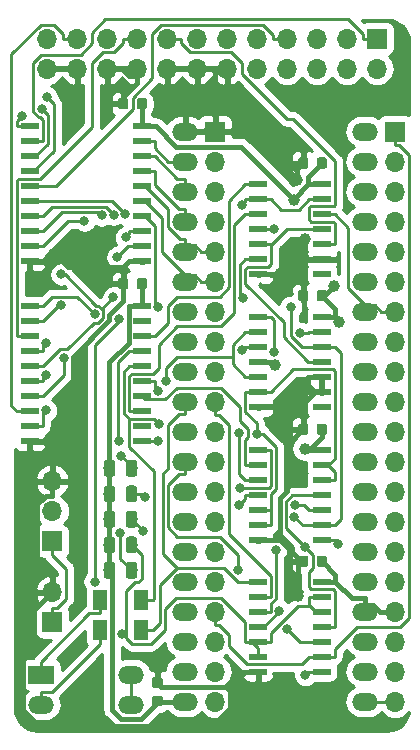
<source format=gtl>
G04 #@! TF.GenerationSoftware,KiCad,Pcbnew,(5.1.2-1)-1*
G04 #@! TF.CreationDate,2019-05-24T16:53:51+02:00*
G04 #@! TF.ProjectId,TriMod CBM Adapter (SMD-Version),5472694d-6f64-4204-9342-4d2041646170,1.1*
G04 #@! TF.SameCoordinates,Original*
G04 #@! TF.FileFunction,Copper,L1,Top*
G04 #@! TF.FilePolarity,Positive*
%FSLAX46Y46*%
G04 Gerber Fmt 4.6, Leading zero omitted, Abs format (unit mm)*
G04 Created by KiCad (PCBNEW (5.1.2-1)-1) date 2019-05-24 16:53:51*
%MOMM*%
%LPD*%
G04 APERTURE LIST*
%ADD10R,1.700000X1.700000*%
%ADD11O,1.700000X1.700000*%
%ADD12R,1.300000X1.700000*%
%ADD13C,0.100000*%
%ADD14C,0.975000*%
%ADD15R,2.197100X1.498600*%
%ADD16O,2.197100X1.498600*%
%ADD17R,1.500000X0.600000*%
%ADD18O,2.200000X1.500000*%
%ADD19C,0.875000*%
%ADD20C,1.000000*%
%ADD21C,0.800000*%
%ADD22C,0.400000*%
%ADD23C,0.250000*%
%ADD24C,0.254000*%
G04 APERTURE END LIST*
D10*
X119570000Y-110871000D03*
D11*
X119570000Y-108331000D03*
X119570000Y-105791000D03*
D12*
X127099000Y-118364000D03*
X123599000Y-118364000D03*
X123599000Y-115824000D03*
X127099000Y-115824000D03*
D11*
X133350000Y-124460000D03*
X133350000Y-121920000D03*
X133350000Y-119380000D03*
X133350000Y-116840000D03*
X133350000Y-114300000D03*
X133350000Y-111760000D03*
X133350000Y-109220000D03*
X133350000Y-106680000D03*
X133350000Y-104140000D03*
X133350000Y-101600000D03*
X133350000Y-99060000D03*
X133350000Y-96520000D03*
X133350000Y-93980000D03*
X133350000Y-91440000D03*
X133350000Y-88900000D03*
X133350000Y-86360000D03*
X133350000Y-83820000D03*
X133350000Y-81280000D03*
X133350000Y-78740000D03*
D10*
X133350000Y-76200000D03*
X148590000Y-76200000D03*
D11*
X148590000Y-78740000D03*
X148590000Y-81280000D03*
X148590000Y-83820000D03*
X148590000Y-86360000D03*
X148590000Y-88900000D03*
X148590000Y-91440000D03*
X148590000Y-93980000D03*
X148590000Y-96520000D03*
X148590000Y-99060000D03*
X148590000Y-101600000D03*
X148590000Y-104140000D03*
X148590000Y-106680000D03*
X148590000Y-109220000D03*
X148590000Y-111760000D03*
X148590000Y-114300000D03*
X148590000Y-116840000D03*
X148590000Y-119380000D03*
X148590000Y-121920000D03*
X148590000Y-124460000D03*
X119126000Y-70866000D03*
X119126000Y-68326000D03*
X121666000Y-70866000D03*
X121666000Y-68326000D03*
X124206000Y-70866000D03*
X124206000Y-68326000D03*
X126746000Y-70866000D03*
X126746000Y-68326000D03*
X129286000Y-70866000D03*
X129286000Y-68326000D03*
X131826000Y-70866000D03*
X131826000Y-68326000D03*
X134366000Y-70866000D03*
X134366000Y-68326000D03*
X136906000Y-70866000D03*
X136906000Y-68326000D03*
X139446000Y-70866000D03*
X139446000Y-68326000D03*
X141986000Y-70866000D03*
X141986000Y-68326000D03*
X144526000Y-70866000D03*
X144526000Y-68326000D03*
X147066000Y-70866000D03*
D10*
X147066000Y-68326000D03*
X119570000Y-117729000D03*
D11*
X119570000Y-115189000D03*
D13*
G36*
X126554142Y-104013174D02*
G01*
X126577803Y-104016684D01*
X126601007Y-104022496D01*
X126623529Y-104030554D01*
X126645153Y-104040782D01*
X126665670Y-104053079D01*
X126684883Y-104067329D01*
X126702607Y-104083393D01*
X126718671Y-104101117D01*
X126732921Y-104120330D01*
X126745218Y-104140847D01*
X126755446Y-104162471D01*
X126763504Y-104184993D01*
X126769316Y-104208197D01*
X126772826Y-104231858D01*
X126774000Y-104255750D01*
X126774000Y-105168250D01*
X126772826Y-105192142D01*
X126769316Y-105215803D01*
X126763504Y-105239007D01*
X126755446Y-105261529D01*
X126745218Y-105283153D01*
X126732921Y-105303670D01*
X126718671Y-105322883D01*
X126702607Y-105340607D01*
X126684883Y-105356671D01*
X126665670Y-105370921D01*
X126645153Y-105383218D01*
X126623529Y-105393446D01*
X126601007Y-105401504D01*
X126577803Y-105407316D01*
X126554142Y-105410826D01*
X126530250Y-105412000D01*
X126042750Y-105412000D01*
X126018858Y-105410826D01*
X125995197Y-105407316D01*
X125971993Y-105401504D01*
X125949471Y-105393446D01*
X125927847Y-105383218D01*
X125907330Y-105370921D01*
X125888117Y-105356671D01*
X125870393Y-105340607D01*
X125854329Y-105322883D01*
X125840079Y-105303670D01*
X125827782Y-105283153D01*
X125817554Y-105261529D01*
X125809496Y-105239007D01*
X125803684Y-105215803D01*
X125800174Y-105192142D01*
X125799000Y-105168250D01*
X125799000Y-104255750D01*
X125800174Y-104231858D01*
X125803684Y-104208197D01*
X125809496Y-104184993D01*
X125817554Y-104162471D01*
X125827782Y-104140847D01*
X125840079Y-104120330D01*
X125854329Y-104101117D01*
X125870393Y-104083393D01*
X125888117Y-104067329D01*
X125907330Y-104053079D01*
X125927847Y-104040782D01*
X125949471Y-104030554D01*
X125971993Y-104022496D01*
X125995197Y-104016684D01*
X126018858Y-104013174D01*
X126042750Y-104012000D01*
X126530250Y-104012000D01*
X126554142Y-104013174D01*
X126554142Y-104013174D01*
G37*
D14*
X126286500Y-104712000D03*
D13*
G36*
X124679142Y-104013174D02*
G01*
X124702803Y-104016684D01*
X124726007Y-104022496D01*
X124748529Y-104030554D01*
X124770153Y-104040782D01*
X124790670Y-104053079D01*
X124809883Y-104067329D01*
X124827607Y-104083393D01*
X124843671Y-104101117D01*
X124857921Y-104120330D01*
X124870218Y-104140847D01*
X124880446Y-104162471D01*
X124888504Y-104184993D01*
X124894316Y-104208197D01*
X124897826Y-104231858D01*
X124899000Y-104255750D01*
X124899000Y-105168250D01*
X124897826Y-105192142D01*
X124894316Y-105215803D01*
X124888504Y-105239007D01*
X124880446Y-105261529D01*
X124870218Y-105283153D01*
X124857921Y-105303670D01*
X124843671Y-105322883D01*
X124827607Y-105340607D01*
X124809883Y-105356671D01*
X124790670Y-105370921D01*
X124770153Y-105383218D01*
X124748529Y-105393446D01*
X124726007Y-105401504D01*
X124702803Y-105407316D01*
X124679142Y-105410826D01*
X124655250Y-105412000D01*
X124167750Y-105412000D01*
X124143858Y-105410826D01*
X124120197Y-105407316D01*
X124096993Y-105401504D01*
X124074471Y-105393446D01*
X124052847Y-105383218D01*
X124032330Y-105370921D01*
X124013117Y-105356671D01*
X123995393Y-105340607D01*
X123979329Y-105322883D01*
X123965079Y-105303670D01*
X123952782Y-105283153D01*
X123942554Y-105261529D01*
X123934496Y-105239007D01*
X123928684Y-105215803D01*
X123925174Y-105192142D01*
X123924000Y-105168250D01*
X123924000Y-104255750D01*
X123925174Y-104231858D01*
X123928684Y-104208197D01*
X123934496Y-104184993D01*
X123942554Y-104162471D01*
X123952782Y-104140847D01*
X123965079Y-104120330D01*
X123979329Y-104101117D01*
X123995393Y-104083393D01*
X124013117Y-104067329D01*
X124032330Y-104053079D01*
X124052847Y-104040782D01*
X124074471Y-104030554D01*
X124096993Y-104022496D01*
X124120197Y-104016684D01*
X124143858Y-104013174D01*
X124167750Y-104012000D01*
X124655250Y-104012000D01*
X124679142Y-104013174D01*
X124679142Y-104013174D01*
G37*
D14*
X124411500Y-104712000D03*
D13*
G36*
X126554142Y-106171174D02*
G01*
X126577803Y-106174684D01*
X126601007Y-106180496D01*
X126623529Y-106188554D01*
X126645153Y-106198782D01*
X126665670Y-106211079D01*
X126684883Y-106225329D01*
X126702607Y-106241393D01*
X126718671Y-106259117D01*
X126732921Y-106278330D01*
X126745218Y-106298847D01*
X126755446Y-106320471D01*
X126763504Y-106342993D01*
X126769316Y-106366197D01*
X126772826Y-106389858D01*
X126774000Y-106413750D01*
X126774000Y-107326250D01*
X126772826Y-107350142D01*
X126769316Y-107373803D01*
X126763504Y-107397007D01*
X126755446Y-107419529D01*
X126745218Y-107441153D01*
X126732921Y-107461670D01*
X126718671Y-107480883D01*
X126702607Y-107498607D01*
X126684883Y-107514671D01*
X126665670Y-107528921D01*
X126645153Y-107541218D01*
X126623529Y-107551446D01*
X126601007Y-107559504D01*
X126577803Y-107565316D01*
X126554142Y-107568826D01*
X126530250Y-107570000D01*
X126042750Y-107570000D01*
X126018858Y-107568826D01*
X125995197Y-107565316D01*
X125971993Y-107559504D01*
X125949471Y-107551446D01*
X125927847Y-107541218D01*
X125907330Y-107528921D01*
X125888117Y-107514671D01*
X125870393Y-107498607D01*
X125854329Y-107480883D01*
X125840079Y-107461670D01*
X125827782Y-107441153D01*
X125817554Y-107419529D01*
X125809496Y-107397007D01*
X125803684Y-107373803D01*
X125800174Y-107350142D01*
X125799000Y-107326250D01*
X125799000Y-106413750D01*
X125800174Y-106389858D01*
X125803684Y-106366197D01*
X125809496Y-106342993D01*
X125817554Y-106320471D01*
X125827782Y-106298847D01*
X125840079Y-106278330D01*
X125854329Y-106259117D01*
X125870393Y-106241393D01*
X125888117Y-106225329D01*
X125907330Y-106211079D01*
X125927847Y-106198782D01*
X125949471Y-106188554D01*
X125971993Y-106180496D01*
X125995197Y-106174684D01*
X126018858Y-106171174D01*
X126042750Y-106170000D01*
X126530250Y-106170000D01*
X126554142Y-106171174D01*
X126554142Y-106171174D01*
G37*
D14*
X126286500Y-106870000D03*
D13*
G36*
X124679142Y-106171174D02*
G01*
X124702803Y-106174684D01*
X124726007Y-106180496D01*
X124748529Y-106188554D01*
X124770153Y-106198782D01*
X124790670Y-106211079D01*
X124809883Y-106225329D01*
X124827607Y-106241393D01*
X124843671Y-106259117D01*
X124857921Y-106278330D01*
X124870218Y-106298847D01*
X124880446Y-106320471D01*
X124888504Y-106342993D01*
X124894316Y-106366197D01*
X124897826Y-106389858D01*
X124899000Y-106413750D01*
X124899000Y-107326250D01*
X124897826Y-107350142D01*
X124894316Y-107373803D01*
X124888504Y-107397007D01*
X124880446Y-107419529D01*
X124870218Y-107441153D01*
X124857921Y-107461670D01*
X124843671Y-107480883D01*
X124827607Y-107498607D01*
X124809883Y-107514671D01*
X124790670Y-107528921D01*
X124770153Y-107541218D01*
X124748529Y-107551446D01*
X124726007Y-107559504D01*
X124702803Y-107565316D01*
X124679142Y-107568826D01*
X124655250Y-107570000D01*
X124167750Y-107570000D01*
X124143858Y-107568826D01*
X124120197Y-107565316D01*
X124096993Y-107559504D01*
X124074471Y-107551446D01*
X124052847Y-107541218D01*
X124032330Y-107528921D01*
X124013117Y-107514671D01*
X123995393Y-107498607D01*
X123979329Y-107480883D01*
X123965079Y-107461670D01*
X123952782Y-107441153D01*
X123942554Y-107419529D01*
X123934496Y-107397007D01*
X123928684Y-107373803D01*
X123925174Y-107350142D01*
X123924000Y-107326250D01*
X123924000Y-106413750D01*
X123925174Y-106389858D01*
X123928684Y-106366197D01*
X123934496Y-106342993D01*
X123942554Y-106320471D01*
X123952782Y-106298847D01*
X123965079Y-106278330D01*
X123979329Y-106259117D01*
X123995393Y-106241393D01*
X124013117Y-106225329D01*
X124032330Y-106211079D01*
X124052847Y-106198782D01*
X124074471Y-106188554D01*
X124096993Y-106180496D01*
X124120197Y-106174684D01*
X124143858Y-106171174D01*
X124167750Y-106170000D01*
X124655250Y-106170000D01*
X124679142Y-106171174D01*
X124679142Y-106171174D01*
G37*
D14*
X124411500Y-106870000D03*
D13*
G36*
X124679142Y-108331174D02*
G01*
X124702803Y-108334684D01*
X124726007Y-108340496D01*
X124748529Y-108348554D01*
X124770153Y-108358782D01*
X124790670Y-108371079D01*
X124809883Y-108385329D01*
X124827607Y-108401393D01*
X124843671Y-108419117D01*
X124857921Y-108438330D01*
X124870218Y-108458847D01*
X124880446Y-108480471D01*
X124888504Y-108502993D01*
X124894316Y-108526197D01*
X124897826Y-108549858D01*
X124899000Y-108573750D01*
X124899000Y-109486250D01*
X124897826Y-109510142D01*
X124894316Y-109533803D01*
X124888504Y-109557007D01*
X124880446Y-109579529D01*
X124870218Y-109601153D01*
X124857921Y-109621670D01*
X124843671Y-109640883D01*
X124827607Y-109658607D01*
X124809883Y-109674671D01*
X124790670Y-109688921D01*
X124770153Y-109701218D01*
X124748529Y-109711446D01*
X124726007Y-109719504D01*
X124702803Y-109725316D01*
X124679142Y-109728826D01*
X124655250Y-109730000D01*
X124167750Y-109730000D01*
X124143858Y-109728826D01*
X124120197Y-109725316D01*
X124096993Y-109719504D01*
X124074471Y-109711446D01*
X124052847Y-109701218D01*
X124032330Y-109688921D01*
X124013117Y-109674671D01*
X123995393Y-109658607D01*
X123979329Y-109640883D01*
X123965079Y-109621670D01*
X123952782Y-109601153D01*
X123942554Y-109579529D01*
X123934496Y-109557007D01*
X123928684Y-109533803D01*
X123925174Y-109510142D01*
X123924000Y-109486250D01*
X123924000Y-108573750D01*
X123925174Y-108549858D01*
X123928684Y-108526197D01*
X123934496Y-108502993D01*
X123942554Y-108480471D01*
X123952782Y-108458847D01*
X123965079Y-108438330D01*
X123979329Y-108419117D01*
X123995393Y-108401393D01*
X124013117Y-108385329D01*
X124032330Y-108371079D01*
X124052847Y-108358782D01*
X124074471Y-108348554D01*
X124096993Y-108340496D01*
X124120197Y-108334684D01*
X124143858Y-108331174D01*
X124167750Y-108330000D01*
X124655250Y-108330000D01*
X124679142Y-108331174D01*
X124679142Y-108331174D01*
G37*
D14*
X124411500Y-109030000D03*
D13*
G36*
X126554142Y-108331174D02*
G01*
X126577803Y-108334684D01*
X126601007Y-108340496D01*
X126623529Y-108348554D01*
X126645153Y-108358782D01*
X126665670Y-108371079D01*
X126684883Y-108385329D01*
X126702607Y-108401393D01*
X126718671Y-108419117D01*
X126732921Y-108438330D01*
X126745218Y-108458847D01*
X126755446Y-108480471D01*
X126763504Y-108502993D01*
X126769316Y-108526197D01*
X126772826Y-108549858D01*
X126774000Y-108573750D01*
X126774000Y-109486250D01*
X126772826Y-109510142D01*
X126769316Y-109533803D01*
X126763504Y-109557007D01*
X126755446Y-109579529D01*
X126745218Y-109601153D01*
X126732921Y-109621670D01*
X126718671Y-109640883D01*
X126702607Y-109658607D01*
X126684883Y-109674671D01*
X126665670Y-109688921D01*
X126645153Y-109701218D01*
X126623529Y-109711446D01*
X126601007Y-109719504D01*
X126577803Y-109725316D01*
X126554142Y-109728826D01*
X126530250Y-109730000D01*
X126042750Y-109730000D01*
X126018858Y-109728826D01*
X125995197Y-109725316D01*
X125971993Y-109719504D01*
X125949471Y-109711446D01*
X125927847Y-109701218D01*
X125907330Y-109688921D01*
X125888117Y-109674671D01*
X125870393Y-109658607D01*
X125854329Y-109640883D01*
X125840079Y-109621670D01*
X125827782Y-109601153D01*
X125817554Y-109579529D01*
X125809496Y-109557007D01*
X125803684Y-109533803D01*
X125800174Y-109510142D01*
X125799000Y-109486250D01*
X125799000Y-108573750D01*
X125800174Y-108549858D01*
X125803684Y-108526197D01*
X125809496Y-108502993D01*
X125817554Y-108480471D01*
X125827782Y-108458847D01*
X125840079Y-108438330D01*
X125854329Y-108419117D01*
X125870393Y-108401393D01*
X125888117Y-108385329D01*
X125907330Y-108371079D01*
X125927847Y-108358782D01*
X125949471Y-108348554D01*
X125971993Y-108340496D01*
X125995197Y-108334684D01*
X126018858Y-108331174D01*
X126042750Y-108330000D01*
X126530250Y-108330000D01*
X126554142Y-108331174D01*
X126554142Y-108331174D01*
G37*
D14*
X126286500Y-109030000D03*
D13*
G36*
X126554142Y-110489174D02*
G01*
X126577803Y-110492684D01*
X126601007Y-110498496D01*
X126623529Y-110506554D01*
X126645153Y-110516782D01*
X126665670Y-110529079D01*
X126684883Y-110543329D01*
X126702607Y-110559393D01*
X126718671Y-110577117D01*
X126732921Y-110596330D01*
X126745218Y-110616847D01*
X126755446Y-110638471D01*
X126763504Y-110660993D01*
X126769316Y-110684197D01*
X126772826Y-110707858D01*
X126774000Y-110731750D01*
X126774000Y-111644250D01*
X126772826Y-111668142D01*
X126769316Y-111691803D01*
X126763504Y-111715007D01*
X126755446Y-111737529D01*
X126745218Y-111759153D01*
X126732921Y-111779670D01*
X126718671Y-111798883D01*
X126702607Y-111816607D01*
X126684883Y-111832671D01*
X126665670Y-111846921D01*
X126645153Y-111859218D01*
X126623529Y-111869446D01*
X126601007Y-111877504D01*
X126577803Y-111883316D01*
X126554142Y-111886826D01*
X126530250Y-111888000D01*
X126042750Y-111888000D01*
X126018858Y-111886826D01*
X125995197Y-111883316D01*
X125971993Y-111877504D01*
X125949471Y-111869446D01*
X125927847Y-111859218D01*
X125907330Y-111846921D01*
X125888117Y-111832671D01*
X125870393Y-111816607D01*
X125854329Y-111798883D01*
X125840079Y-111779670D01*
X125827782Y-111759153D01*
X125817554Y-111737529D01*
X125809496Y-111715007D01*
X125803684Y-111691803D01*
X125800174Y-111668142D01*
X125799000Y-111644250D01*
X125799000Y-110731750D01*
X125800174Y-110707858D01*
X125803684Y-110684197D01*
X125809496Y-110660993D01*
X125817554Y-110638471D01*
X125827782Y-110616847D01*
X125840079Y-110596330D01*
X125854329Y-110577117D01*
X125870393Y-110559393D01*
X125888117Y-110543329D01*
X125907330Y-110529079D01*
X125927847Y-110516782D01*
X125949471Y-110506554D01*
X125971993Y-110498496D01*
X125995197Y-110492684D01*
X126018858Y-110489174D01*
X126042750Y-110488000D01*
X126530250Y-110488000D01*
X126554142Y-110489174D01*
X126554142Y-110489174D01*
G37*
D14*
X126286500Y-111188000D03*
D13*
G36*
X124679142Y-110489174D02*
G01*
X124702803Y-110492684D01*
X124726007Y-110498496D01*
X124748529Y-110506554D01*
X124770153Y-110516782D01*
X124790670Y-110529079D01*
X124809883Y-110543329D01*
X124827607Y-110559393D01*
X124843671Y-110577117D01*
X124857921Y-110596330D01*
X124870218Y-110616847D01*
X124880446Y-110638471D01*
X124888504Y-110660993D01*
X124894316Y-110684197D01*
X124897826Y-110707858D01*
X124899000Y-110731750D01*
X124899000Y-111644250D01*
X124897826Y-111668142D01*
X124894316Y-111691803D01*
X124888504Y-111715007D01*
X124880446Y-111737529D01*
X124870218Y-111759153D01*
X124857921Y-111779670D01*
X124843671Y-111798883D01*
X124827607Y-111816607D01*
X124809883Y-111832671D01*
X124790670Y-111846921D01*
X124770153Y-111859218D01*
X124748529Y-111869446D01*
X124726007Y-111877504D01*
X124702803Y-111883316D01*
X124679142Y-111886826D01*
X124655250Y-111888000D01*
X124167750Y-111888000D01*
X124143858Y-111886826D01*
X124120197Y-111883316D01*
X124096993Y-111877504D01*
X124074471Y-111869446D01*
X124052847Y-111859218D01*
X124032330Y-111846921D01*
X124013117Y-111832671D01*
X123995393Y-111816607D01*
X123979329Y-111798883D01*
X123965079Y-111779670D01*
X123952782Y-111759153D01*
X123942554Y-111737529D01*
X123934496Y-111715007D01*
X123928684Y-111691803D01*
X123925174Y-111668142D01*
X123924000Y-111644250D01*
X123924000Y-110731750D01*
X123925174Y-110707858D01*
X123928684Y-110684197D01*
X123934496Y-110660993D01*
X123942554Y-110638471D01*
X123952782Y-110616847D01*
X123965079Y-110596330D01*
X123979329Y-110577117D01*
X123995393Y-110559393D01*
X124013117Y-110543329D01*
X124032330Y-110529079D01*
X124052847Y-110516782D01*
X124074471Y-110506554D01*
X124096993Y-110498496D01*
X124120197Y-110492684D01*
X124143858Y-110489174D01*
X124167750Y-110488000D01*
X124655250Y-110488000D01*
X124679142Y-110489174D01*
X124679142Y-110489174D01*
G37*
D14*
X124411500Y-111188000D03*
D13*
G36*
X126554142Y-112649174D02*
G01*
X126577803Y-112652684D01*
X126601007Y-112658496D01*
X126623529Y-112666554D01*
X126645153Y-112676782D01*
X126665670Y-112689079D01*
X126684883Y-112703329D01*
X126702607Y-112719393D01*
X126718671Y-112737117D01*
X126732921Y-112756330D01*
X126745218Y-112776847D01*
X126755446Y-112798471D01*
X126763504Y-112820993D01*
X126769316Y-112844197D01*
X126772826Y-112867858D01*
X126774000Y-112891750D01*
X126774000Y-113804250D01*
X126772826Y-113828142D01*
X126769316Y-113851803D01*
X126763504Y-113875007D01*
X126755446Y-113897529D01*
X126745218Y-113919153D01*
X126732921Y-113939670D01*
X126718671Y-113958883D01*
X126702607Y-113976607D01*
X126684883Y-113992671D01*
X126665670Y-114006921D01*
X126645153Y-114019218D01*
X126623529Y-114029446D01*
X126601007Y-114037504D01*
X126577803Y-114043316D01*
X126554142Y-114046826D01*
X126530250Y-114048000D01*
X126042750Y-114048000D01*
X126018858Y-114046826D01*
X125995197Y-114043316D01*
X125971993Y-114037504D01*
X125949471Y-114029446D01*
X125927847Y-114019218D01*
X125907330Y-114006921D01*
X125888117Y-113992671D01*
X125870393Y-113976607D01*
X125854329Y-113958883D01*
X125840079Y-113939670D01*
X125827782Y-113919153D01*
X125817554Y-113897529D01*
X125809496Y-113875007D01*
X125803684Y-113851803D01*
X125800174Y-113828142D01*
X125799000Y-113804250D01*
X125799000Y-112891750D01*
X125800174Y-112867858D01*
X125803684Y-112844197D01*
X125809496Y-112820993D01*
X125817554Y-112798471D01*
X125827782Y-112776847D01*
X125840079Y-112756330D01*
X125854329Y-112737117D01*
X125870393Y-112719393D01*
X125888117Y-112703329D01*
X125907330Y-112689079D01*
X125927847Y-112676782D01*
X125949471Y-112666554D01*
X125971993Y-112658496D01*
X125995197Y-112652684D01*
X126018858Y-112649174D01*
X126042750Y-112648000D01*
X126530250Y-112648000D01*
X126554142Y-112649174D01*
X126554142Y-112649174D01*
G37*
D14*
X126286500Y-113348000D03*
D13*
G36*
X124679142Y-112649174D02*
G01*
X124702803Y-112652684D01*
X124726007Y-112658496D01*
X124748529Y-112666554D01*
X124770153Y-112676782D01*
X124790670Y-112689079D01*
X124809883Y-112703329D01*
X124827607Y-112719393D01*
X124843671Y-112737117D01*
X124857921Y-112756330D01*
X124870218Y-112776847D01*
X124880446Y-112798471D01*
X124888504Y-112820993D01*
X124894316Y-112844197D01*
X124897826Y-112867858D01*
X124899000Y-112891750D01*
X124899000Y-113804250D01*
X124897826Y-113828142D01*
X124894316Y-113851803D01*
X124888504Y-113875007D01*
X124880446Y-113897529D01*
X124870218Y-113919153D01*
X124857921Y-113939670D01*
X124843671Y-113958883D01*
X124827607Y-113976607D01*
X124809883Y-113992671D01*
X124790670Y-114006921D01*
X124770153Y-114019218D01*
X124748529Y-114029446D01*
X124726007Y-114037504D01*
X124702803Y-114043316D01*
X124679142Y-114046826D01*
X124655250Y-114048000D01*
X124167750Y-114048000D01*
X124143858Y-114046826D01*
X124120197Y-114043316D01*
X124096993Y-114037504D01*
X124074471Y-114029446D01*
X124052847Y-114019218D01*
X124032330Y-114006921D01*
X124013117Y-113992671D01*
X123995393Y-113976607D01*
X123979329Y-113958883D01*
X123965079Y-113939670D01*
X123952782Y-113919153D01*
X123942554Y-113897529D01*
X123934496Y-113875007D01*
X123928684Y-113851803D01*
X123925174Y-113828142D01*
X123924000Y-113804250D01*
X123924000Y-112891750D01*
X123925174Y-112867858D01*
X123928684Y-112844197D01*
X123934496Y-112820993D01*
X123942554Y-112798471D01*
X123952782Y-112776847D01*
X123965079Y-112756330D01*
X123979329Y-112737117D01*
X123995393Y-112719393D01*
X124013117Y-112703329D01*
X124032330Y-112689079D01*
X124052847Y-112676782D01*
X124074471Y-112666554D01*
X124096993Y-112658496D01*
X124120197Y-112652684D01*
X124143858Y-112649174D01*
X124167750Y-112648000D01*
X124655250Y-112648000D01*
X124679142Y-112649174D01*
X124679142Y-112649174D01*
G37*
D14*
X124411500Y-113348000D03*
D15*
X118618000Y-122174000D03*
D16*
X126238000Y-122174000D03*
X118618000Y-124714000D03*
X126238000Y-124714000D03*
D17*
X142400000Y-114300000D03*
X142400000Y-115570000D03*
X142400000Y-116840000D03*
X142400000Y-118110000D03*
X142400000Y-119380000D03*
X142400000Y-120650000D03*
X142400000Y-121920000D03*
X137000000Y-121920000D03*
X137000000Y-120650000D03*
X137000000Y-119380000D03*
X137000000Y-118110000D03*
X137000000Y-116840000D03*
X137000000Y-115570000D03*
X137000000Y-114300000D03*
X137000000Y-103188000D03*
X137000000Y-104458000D03*
X137000000Y-105728000D03*
X137000000Y-106998000D03*
X137000000Y-108268000D03*
X137000000Y-109538000D03*
X137000000Y-110808000D03*
X142400000Y-110808000D03*
X142400000Y-109538000D03*
X142400000Y-108268000D03*
X142400000Y-106998000D03*
X142400000Y-105728000D03*
X142400000Y-104458000D03*
X142400000Y-103188000D03*
X142400000Y-91884500D03*
X142400000Y-93154500D03*
X142400000Y-94424500D03*
X142400000Y-95694500D03*
X142400000Y-96964500D03*
X142400000Y-98234500D03*
X142400000Y-99504500D03*
X137000000Y-99504500D03*
X137000000Y-98234500D03*
X137000000Y-96964500D03*
X137000000Y-95694500D03*
X137000000Y-94424500D03*
X137000000Y-93154500D03*
X137000000Y-91884500D03*
D18*
X130810000Y-76200000D03*
X130810000Y-78740000D03*
X130810000Y-81280000D03*
X130810000Y-83820000D03*
X130810000Y-86360000D03*
X130810000Y-88900000D03*
X130810000Y-91440000D03*
X130810000Y-93980000D03*
X130810000Y-96520000D03*
X130810000Y-99060000D03*
X130810000Y-101600000D03*
X130810000Y-104140000D03*
X130810000Y-106680000D03*
X130810000Y-109220000D03*
X130810000Y-111760000D03*
X130810000Y-114300000D03*
X130810000Y-116840000D03*
X130810000Y-119380000D03*
X130810000Y-121920000D03*
X130810000Y-124460000D03*
X146050000Y-124460000D03*
X146050000Y-121920000D03*
X146050000Y-119380000D03*
X146050000Y-116840000D03*
X146050000Y-114300000D03*
X146050000Y-111760000D03*
X146050000Y-109220000D03*
X146050000Y-106680000D03*
X146050000Y-104140000D03*
X146050000Y-101600000D03*
X146050000Y-99060000D03*
X146050000Y-96520000D03*
X146050000Y-93980000D03*
X146050000Y-91440000D03*
X146050000Y-88900000D03*
X146050000Y-86360000D03*
X146050000Y-83820000D03*
X146050000Y-81280000D03*
X146050000Y-78740000D03*
X146050000Y-76200000D03*
D17*
X117678000Y-82105500D03*
X117678000Y-80835500D03*
X117678000Y-79565500D03*
X117678000Y-78295500D03*
X117678000Y-77025500D03*
X117678000Y-75755500D03*
X117678000Y-83375500D03*
X117678000Y-84645500D03*
X117678000Y-85915500D03*
X117678000Y-87185500D03*
X127178000Y-87185500D03*
X127178000Y-85915500D03*
X127178000Y-84645500D03*
X127178000Y-83375500D03*
X127178000Y-82105500D03*
X127178000Y-80835500D03*
X127178000Y-79565500D03*
X127178000Y-78295500D03*
X127178000Y-77025500D03*
X127178000Y-75755500D03*
X127178000Y-90995500D03*
X127178000Y-92265500D03*
X127178000Y-93535500D03*
X127178000Y-94805500D03*
X127178000Y-96075500D03*
X127178000Y-97345500D03*
X127178000Y-98615500D03*
X127178000Y-99885500D03*
X127178000Y-101155500D03*
X127178000Y-102425500D03*
X117678000Y-102425500D03*
X117678000Y-101155500D03*
X117678000Y-99885500D03*
X117678000Y-98615500D03*
X117678000Y-90995500D03*
X117678000Y-92265500D03*
X117678000Y-93535500D03*
X117678000Y-94805500D03*
X117678000Y-96075500D03*
X117678000Y-97345500D03*
X137000000Y-80645000D03*
X137000000Y-81915000D03*
X137000000Y-83185000D03*
X137000000Y-84455000D03*
X137000000Y-85725000D03*
X137000000Y-86995000D03*
X137000000Y-88265000D03*
X142400000Y-88265000D03*
X142400000Y-86995000D03*
X142400000Y-85725000D03*
X142400000Y-84455000D03*
X142400000Y-83185000D03*
X142400000Y-81915000D03*
X142400000Y-80645000D03*
D13*
G36*
X141057691Y-112112053D02*
G01*
X141078926Y-112115203D01*
X141099750Y-112120419D01*
X141119962Y-112127651D01*
X141139368Y-112136830D01*
X141157781Y-112147866D01*
X141175024Y-112160654D01*
X141190930Y-112175070D01*
X141205346Y-112190976D01*
X141218134Y-112208219D01*
X141229170Y-112226632D01*
X141238349Y-112246038D01*
X141245581Y-112266250D01*
X141250797Y-112287074D01*
X141253947Y-112308309D01*
X141255000Y-112329750D01*
X141255000Y-112842250D01*
X141253947Y-112863691D01*
X141250797Y-112884926D01*
X141245581Y-112905750D01*
X141238349Y-112925962D01*
X141229170Y-112945368D01*
X141218134Y-112963781D01*
X141205346Y-112981024D01*
X141190930Y-112996930D01*
X141175024Y-113011346D01*
X141157781Y-113024134D01*
X141139368Y-113035170D01*
X141119962Y-113044349D01*
X141099750Y-113051581D01*
X141078926Y-113056797D01*
X141057691Y-113059947D01*
X141036250Y-113061000D01*
X140598750Y-113061000D01*
X140577309Y-113059947D01*
X140556074Y-113056797D01*
X140535250Y-113051581D01*
X140515038Y-113044349D01*
X140495632Y-113035170D01*
X140477219Y-113024134D01*
X140459976Y-113011346D01*
X140444070Y-112996930D01*
X140429654Y-112981024D01*
X140416866Y-112963781D01*
X140405830Y-112945368D01*
X140396651Y-112925962D01*
X140389419Y-112905750D01*
X140384203Y-112884926D01*
X140381053Y-112863691D01*
X140380000Y-112842250D01*
X140380000Y-112329750D01*
X140381053Y-112308309D01*
X140384203Y-112287074D01*
X140389419Y-112266250D01*
X140396651Y-112246038D01*
X140405830Y-112226632D01*
X140416866Y-112208219D01*
X140429654Y-112190976D01*
X140444070Y-112175070D01*
X140459976Y-112160654D01*
X140477219Y-112147866D01*
X140495632Y-112136830D01*
X140515038Y-112127651D01*
X140535250Y-112120419D01*
X140556074Y-112115203D01*
X140577309Y-112112053D01*
X140598750Y-112111000D01*
X141036250Y-112111000D01*
X141057691Y-112112053D01*
X141057691Y-112112053D01*
G37*
D19*
X140817500Y-112586000D03*
D13*
G36*
X142632691Y-112112053D02*
G01*
X142653926Y-112115203D01*
X142674750Y-112120419D01*
X142694962Y-112127651D01*
X142714368Y-112136830D01*
X142732781Y-112147866D01*
X142750024Y-112160654D01*
X142765930Y-112175070D01*
X142780346Y-112190976D01*
X142793134Y-112208219D01*
X142804170Y-112226632D01*
X142813349Y-112246038D01*
X142820581Y-112266250D01*
X142825797Y-112287074D01*
X142828947Y-112308309D01*
X142830000Y-112329750D01*
X142830000Y-112842250D01*
X142828947Y-112863691D01*
X142825797Y-112884926D01*
X142820581Y-112905750D01*
X142813349Y-112925962D01*
X142804170Y-112945368D01*
X142793134Y-112963781D01*
X142780346Y-112981024D01*
X142765930Y-112996930D01*
X142750024Y-113011346D01*
X142732781Y-113024134D01*
X142714368Y-113035170D01*
X142694962Y-113044349D01*
X142674750Y-113051581D01*
X142653926Y-113056797D01*
X142632691Y-113059947D01*
X142611250Y-113061000D01*
X142173750Y-113061000D01*
X142152309Y-113059947D01*
X142131074Y-113056797D01*
X142110250Y-113051581D01*
X142090038Y-113044349D01*
X142070632Y-113035170D01*
X142052219Y-113024134D01*
X142034976Y-113011346D01*
X142019070Y-112996930D01*
X142004654Y-112981024D01*
X141991866Y-112963781D01*
X141980830Y-112945368D01*
X141971651Y-112925962D01*
X141964419Y-112905750D01*
X141959203Y-112884926D01*
X141956053Y-112863691D01*
X141955000Y-112842250D01*
X141955000Y-112329750D01*
X141956053Y-112308309D01*
X141959203Y-112287074D01*
X141964419Y-112266250D01*
X141971651Y-112246038D01*
X141980830Y-112226632D01*
X141991866Y-112208219D01*
X142004654Y-112190976D01*
X142019070Y-112175070D01*
X142034976Y-112160654D01*
X142052219Y-112147866D01*
X142070632Y-112136830D01*
X142090038Y-112127651D01*
X142110250Y-112120419D01*
X142131074Y-112115203D01*
X142152309Y-112112053D01*
X142173750Y-112111000D01*
X142611250Y-112111000D01*
X142632691Y-112112053D01*
X142632691Y-112112053D01*
G37*
D19*
X142392500Y-112586000D03*
D13*
G36*
X142632691Y-100936053D02*
G01*
X142653926Y-100939203D01*
X142674750Y-100944419D01*
X142694962Y-100951651D01*
X142714368Y-100960830D01*
X142732781Y-100971866D01*
X142750024Y-100984654D01*
X142765930Y-100999070D01*
X142780346Y-101014976D01*
X142793134Y-101032219D01*
X142804170Y-101050632D01*
X142813349Y-101070038D01*
X142820581Y-101090250D01*
X142825797Y-101111074D01*
X142828947Y-101132309D01*
X142830000Y-101153750D01*
X142830000Y-101666250D01*
X142828947Y-101687691D01*
X142825797Y-101708926D01*
X142820581Y-101729750D01*
X142813349Y-101749962D01*
X142804170Y-101769368D01*
X142793134Y-101787781D01*
X142780346Y-101805024D01*
X142765930Y-101820930D01*
X142750024Y-101835346D01*
X142732781Y-101848134D01*
X142714368Y-101859170D01*
X142694962Y-101868349D01*
X142674750Y-101875581D01*
X142653926Y-101880797D01*
X142632691Y-101883947D01*
X142611250Y-101885000D01*
X142173750Y-101885000D01*
X142152309Y-101883947D01*
X142131074Y-101880797D01*
X142110250Y-101875581D01*
X142090038Y-101868349D01*
X142070632Y-101859170D01*
X142052219Y-101848134D01*
X142034976Y-101835346D01*
X142019070Y-101820930D01*
X142004654Y-101805024D01*
X141991866Y-101787781D01*
X141980830Y-101769368D01*
X141971651Y-101749962D01*
X141964419Y-101729750D01*
X141959203Y-101708926D01*
X141956053Y-101687691D01*
X141955000Y-101666250D01*
X141955000Y-101153750D01*
X141956053Y-101132309D01*
X141959203Y-101111074D01*
X141964419Y-101090250D01*
X141971651Y-101070038D01*
X141980830Y-101050632D01*
X141991866Y-101032219D01*
X142004654Y-101014976D01*
X142019070Y-100999070D01*
X142034976Y-100984654D01*
X142052219Y-100971866D01*
X142070632Y-100960830D01*
X142090038Y-100951651D01*
X142110250Y-100944419D01*
X142131074Y-100939203D01*
X142152309Y-100936053D01*
X142173750Y-100935000D01*
X142611250Y-100935000D01*
X142632691Y-100936053D01*
X142632691Y-100936053D01*
G37*
D19*
X142392500Y-101410000D03*
D13*
G36*
X141057691Y-100936053D02*
G01*
X141078926Y-100939203D01*
X141099750Y-100944419D01*
X141119962Y-100951651D01*
X141139368Y-100960830D01*
X141157781Y-100971866D01*
X141175024Y-100984654D01*
X141190930Y-100999070D01*
X141205346Y-101014976D01*
X141218134Y-101032219D01*
X141229170Y-101050632D01*
X141238349Y-101070038D01*
X141245581Y-101090250D01*
X141250797Y-101111074D01*
X141253947Y-101132309D01*
X141255000Y-101153750D01*
X141255000Y-101666250D01*
X141253947Y-101687691D01*
X141250797Y-101708926D01*
X141245581Y-101729750D01*
X141238349Y-101749962D01*
X141229170Y-101769368D01*
X141218134Y-101787781D01*
X141205346Y-101805024D01*
X141190930Y-101820930D01*
X141175024Y-101835346D01*
X141157781Y-101848134D01*
X141139368Y-101859170D01*
X141119962Y-101868349D01*
X141099750Y-101875581D01*
X141078926Y-101880797D01*
X141057691Y-101883947D01*
X141036250Y-101885000D01*
X140598750Y-101885000D01*
X140577309Y-101883947D01*
X140556074Y-101880797D01*
X140535250Y-101875581D01*
X140515038Y-101868349D01*
X140495632Y-101859170D01*
X140477219Y-101848134D01*
X140459976Y-101835346D01*
X140444070Y-101820930D01*
X140429654Y-101805024D01*
X140416866Y-101787781D01*
X140405830Y-101769368D01*
X140396651Y-101749962D01*
X140389419Y-101729750D01*
X140384203Y-101708926D01*
X140381053Y-101687691D01*
X140380000Y-101666250D01*
X140380000Y-101153750D01*
X140381053Y-101132309D01*
X140384203Y-101111074D01*
X140389419Y-101090250D01*
X140396651Y-101070038D01*
X140405830Y-101050632D01*
X140416866Y-101032219D01*
X140429654Y-101014976D01*
X140444070Y-100999070D01*
X140459976Y-100984654D01*
X140477219Y-100971866D01*
X140495632Y-100960830D01*
X140515038Y-100951651D01*
X140535250Y-100944419D01*
X140556074Y-100939203D01*
X140577309Y-100936053D01*
X140598750Y-100935000D01*
X141036250Y-100935000D01*
X141057691Y-100936053D01*
X141057691Y-100936053D01*
G37*
D19*
X140817500Y-101410000D03*
D13*
G36*
X141057691Y-89632553D02*
G01*
X141078926Y-89635703D01*
X141099750Y-89640919D01*
X141119962Y-89648151D01*
X141139368Y-89657330D01*
X141157781Y-89668366D01*
X141175024Y-89681154D01*
X141190930Y-89695570D01*
X141205346Y-89711476D01*
X141218134Y-89728719D01*
X141229170Y-89747132D01*
X141238349Y-89766538D01*
X141245581Y-89786750D01*
X141250797Y-89807574D01*
X141253947Y-89828809D01*
X141255000Y-89850250D01*
X141255000Y-90362750D01*
X141253947Y-90384191D01*
X141250797Y-90405426D01*
X141245581Y-90426250D01*
X141238349Y-90446462D01*
X141229170Y-90465868D01*
X141218134Y-90484281D01*
X141205346Y-90501524D01*
X141190930Y-90517430D01*
X141175024Y-90531846D01*
X141157781Y-90544634D01*
X141139368Y-90555670D01*
X141119962Y-90564849D01*
X141099750Y-90572081D01*
X141078926Y-90577297D01*
X141057691Y-90580447D01*
X141036250Y-90581500D01*
X140598750Y-90581500D01*
X140577309Y-90580447D01*
X140556074Y-90577297D01*
X140535250Y-90572081D01*
X140515038Y-90564849D01*
X140495632Y-90555670D01*
X140477219Y-90544634D01*
X140459976Y-90531846D01*
X140444070Y-90517430D01*
X140429654Y-90501524D01*
X140416866Y-90484281D01*
X140405830Y-90465868D01*
X140396651Y-90446462D01*
X140389419Y-90426250D01*
X140384203Y-90405426D01*
X140381053Y-90384191D01*
X140380000Y-90362750D01*
X140380000Y-89850250D01*
X140381053Y-89828809D01*
X140384203Y-89807574D01*
X140389419Y-89786750D01*
X140396651Y-89766538D01*
X140405830Y-89747132D01*
X140416866Y-89728719D01*
X140429654Y-89711476D01*
X140444070Y-89695570D01*
X140459976Y-89681154D01*
X140477219Y-89668366D01*
X140495632Y-89657330D01*
X140515038Y-89648151D01*
X140535250Y-89640919D01*
X140556074Y-89635703D01*
X140577309Y-89632553D01*
X140598750Y-89631500D01*
X141036250Y-89631500D01*
X141057691Y-89632553D01*
X141057691Y-89632553D01*
G37*
D19*
X140817500Y-90106500D03*
D13*
G36*
X142632691Y-89632553D02*
G01*
X142653926Y-89635703D01*
X142674750Y-89640919D01*
X142694962Y-89648151D01*
X142714368Y-89657330D01*
X142732781Y-89668366D01*
X142750024Y-89681154D01*
X142765930Y-89695570D01*
X142780346Y-89711476D01*
X142793134Y-89728719D01*
X142804170Y-89747132D01*
X142813349Y-89766538D01*
X142820581Y-89786750D01*
X142825797Y-89807574D01*
X142828947Y-89828809D01*
X142830000Y-89850250D01*
X142830000Y-90362750D01*
X142828947Y-90384191D01*
X142825797Y-90405426D01*
X142820581Y-90426250D01*
X142813349Y-90446462D01*
X142804170Y-90465868D01*
X142793134Y-90484281D01*
X142780346Y-90501524D01*
X142765930Y-90517430D01*
X142750024Y-90531846D01*
X142732781Y-90544634D01*
X142714368Y-90555670D01*
X142694962Y-90564849D01*
X142674750Y-90572081D01*
X142653926Y-90577297D01*
X142632691Y-90580447D01*
X142611250Y-90581500D01*
X142173750Y-90581500D01*
X142152309Y-90580447D01*
X142131074Y-90577297D01*
X142110250Y-90572081D01*
X142090038Y-90564849D01*
X142070632Y-90555670D01*
X142052219Y-90544634D01*
X142034976Y-90531846D01*
X142019070Y-90517430D01*
X142004654Y-90501524D01*
X141991866Y-90484281D01*
X141980830Y-90465868D01*
X141971651Y-90446462D01*
X141964419Y-90426250D01*
X141959203Y-90405426D01*
X141956053Y-90384191D01*
X141955000Y-90362750D01*
X141955000Y-89850250D01*
X141956053Y-89828809D01*
X141959203Y-89807574D01*
X141964419Y-89786750D01*
X141971651Y-89766538D01*
X141980830Y-89747132D01*
X141991866Y-89728719D01*
X142004654Y-89711476D01*
X142019070Y-89695570D01*
X142034976Y-89681154D01*
X142052219Y-89668366D01*
X142070632Y-89657330D01*
X142090038Y-89648151D01*
X142110250Y-89640919D01*
X142131074Y-89635703D01*
X142152309Y-89632553D01*
X142173750Y-89631500D01*
X142611250Y-89631500D01*
X142632691Y-89632553D01*
X142632691Y-89632553D01*
G37*
D19*
X142392500Y-90106500D03*
D13*
G36*
X128737691Y-123985053D02*
G01*
X128758926Y-123988203D01*
X128779750Y-123993419D01*
X128799962Y-124000651D01*
X128819368Y-124009830D01*
X128837781Y-124020866D01*
X128855024Y-124033654D01*
X128870930Y-124048070D01*
X128885346Y-124063976D01*
X128898134Y-124081219D01*
X128909170Y-124099632D01*
X128918349Y-124119038D01*
X128925581Y-124139250D01*
X128930797Y-124160074D01*
X128933947Y-124181309D01*
X128935000Y-124202750D01*
X128935000Y-124640250D01*
X128933947Y-124661691D01*
X128930797Y-124682926D01*
X128925581Y-124703750D01*
X128918349Y-124723962D01*
X128909170Y-124743368D01*
X128898134Y-124761781D01*
X128885346Y-124779024D01*
X128870930Y-124794930D01*
X128855024Y-124809346D01*
X128837781Y-124822134D01*
X128819368Y-124833170D01*
X128799962Y-124842349D01*
X128779750Y-124849581D01*
X128758926Y-124854797D01*
X128737691Y-124857947D01*
X128716250Y-124859000D01*
X128203750Y-124859000D01*
X128182309Y-124857947D01*
X128161074Y-124854797D01*
X128140250Y-124849581D01*
X128120038Y-124842349D01*
X128100632Y-124833170D01*
X128082219Y-124822134D01*
X128064976Y-124809346D01*
X128049070Y-124794930D01*
X128034654Y-124779024D01*
X128021866Y-124761781D01*
X128010830Y-124743368D01*
X128001651Y-124723962D01*
X127994419Y-124703750D01*
X127989203Y-124682926D01*
X127986053Y-124661691D01*
X127985000Y-124640250D01*
X127985000Y-124202750D01*
X127986053Y-124181309D01*
X127989203Y-124160074D01*
X127994419Y-124139250D01*
X128001651Y-124119038D01*
X128010830Y-124099632D01*
X128021866Y-124081219D01*
X128034654Y-124063976D01*
X128049070Y-124048070D01*
X128064976Y-124033654D01*
X128082219Y-124020866D01*
X128100632Y-124009830D01*
X128120038Y-124000651D01*
X128140250Y-123993419D01*
X128161074Y-123988203D01*
X128182309Y-123985053D01*
X128203750Y-123984000D01*
X128716250Y-123984000D01*
X128737691Y-123985053D01*
X128737691Y-123985053D01*
G37*
D19*
X128460000Y-124421500D03*
D13*
G36*
X128737691Y-122410053D02*
G01*
X128758926Y-122413203D01*
X128779750Y-122418419D01*
X128799962Y-122425651D01*
X128819368Y-122434830D01*
X128837781Y-122445866D01*
X128855024Y-122458654D01*
X128870930Y-122473070D01*
X128885346Y-122488976D01*
X128898134Y-122506219D01*
X128909170Y-122524632D01*
X128918349Y-122544038D01*
X128925581Y-122564250D01*
X128930797Y-122585074D01*
X128933947Y-122606309D01*
X128935000Y-122627750D01*
X128935000Y-123065250D01*
X128933947Y-123086691D01*
X128930797Y-123107926D01*
X128925581Y-123128750D01*
X128918349Y-123148962D01*
X128909170Y-123168368D01*
X128898134Y-123186781D01*
X128885346Y-123204024D01*
X128870930Y-123219930D01*
X128855024Y-123234346D01*
X128837781Y-123247134D01*
X128819368Y-123258170D01*
X128799962Y-123267349D01*
X128779750Y-123274581D01*
X128758926Y-123279797D01*
X128737691Y-123282947D01*
X128716250Y-123284000D01*
X128203750Y-123284000D01*
X128182309Y-123282947D01*
X128161074Y-123279797D01*
X128140250Y-123274581D01*
X128120038Y-123267349D01*
X128100632Y-123258170D01*
X128082219Y-123247134D01*
X128064976Y-123234346D01*
X128049070Y-123219930D01*
X128034654Y-123204024D01*
X128021866Y-123186781D01*
X128010830Y-123168368D01*
X128001651Y-123148962D01*
X127994419Y-123128750D01*
X127989203Y-123107926D01*
X127986053Y-123086691D01*
X127985000Y-123065250D01*
X127985000Y-122627750D01*
X127986053Y-122606309D01*
X127989203Y-122585074D01*
X127994419Y-122564250D01*
X128001651Y-122544038D01*
X128010830Y-122524632D01*
X128021866Y-122506219D01*
X128034654Y-122488976D01*
X128049070Y-122473070D01*
X128064976Y-122458654D01*
X128082219Y-122445866D01*
X128100632Y-122434830D01*
X128120038Y-122425651D01*
X128140250Y-122418419D01*
X128161074Y-122413203D01*
X128182309Y-122410053D01*
X128203750Y-122409000D01*
X128716250Y-122409000D01*
X128737691Y-122410053D01*
X128737691Y-122410053D01*
G37*
D19*
X128460000Y-122846500D03*
D13*
G36*
X125817691Y-73376553D02*
G01*
X125838926Y-73379703D01*
X125859750Y-73384919D01*
X125879962Y-73392151D01*
X125899368Y-73401330D01*
X125917781Y-73412366D01*
X125935024Y-73425154D01*
X125950930Y-73439570D01*
X125965346Y-73455476D01*
X125978134Y-73472719D01*
X125989170Y-73491132D01*
X125998349Y-73510538D01*
X126005581Y-73530750D01*
X126010797Y-73551574D01*
X126013947Y-73572809D01*
X126015000Y-73594250D01*
X126015000Y-74106750D01*
X126013947Y-74128191D01*
X126010797Y-74149426D01*
X126005581Y-74170250D01*
X125998349Y-74190462D01*
X125989170Y-74209868D01*
X125978134Y-74228281D01*
X125965346Y-74245524D01*
X125950930Y-74261430D01*
X125935024Y-74275846D01*
X125917781Y-74288634D01*
X125899368Y-74299670D01*
X125879962Y-74308849D01*
X125859750Y-74316081D01*
X125838926Y-74321297D01*
X125817691Y-74324447D01*
X125796250Y-74325500D01*
X125358750Y-74325500D01*
X125337309Y-74324447D01*
X125316074Y-74321297D01*
X125295250Y-74316081D01*
X125275038Y-74308849D01*
X125255632Y-74299670D01*
X125237219Y-74288634D01*
X125219976Y-74275846D01*
X125204070Y-74261430D01*
X125189654Y-74245524D01*
X125176866Y-74228281D01*
X125165830Y-74209868D01*
X125156651Y-74190462D01*
X125149419Y-74170250D01*
X125144203Y-74149426D01*
X125141053Y-74128191D01*
X125140000Y-74106750D01*
X125140000Y-73594250D01*
X125141053Y-73572809D01*
X125144203Y-73551574D01*
X125149419Y-73530750D01*
X125156651Y-73510538D01*
X125165830Y-73491132D01*
X125176866Y-73472719D01*
X125189654Y-73455476D01*
X125204070Y-73439570D01*
X125219976Y-73425154D01*
X125237219Y-73412366D01*
X125255632Y-73401330D01*
X125275038Y-73392151D01*
X125295250Y-73384919D01*
X125316074Y-73379703D01*
X125337309Y-73376553D01*
X125358750Y-73375500D01*
X125796250Y-73375500D01*
X125817691Y-73376553D01*
X125817691Y-73376553D01*
G37*
D19*
X125577500Y-73850500D03*
D13*
G36*
X127392691Y-73376553D02*
G01*
X127413926Y-73379703D01*
X127434750Y-73384919D01*
X127454962Y-73392151D01*
X127474368Y-73401330D01*
X127492781Y-73412366D01*
X127510024Y-73425154D01*
X127525930Y-73439570D01*
X127540346Y-73455476D01*
X127553134Y-73472719D01*
X127564170Y-73491132D01*
X127573349Y-73510538D01*
X127580581Y-73530750D01*
X127585797Y-73551574D01*
X127588947Y-73572809D01*
X127590000Y-73594250D01*
X127590000Y-74106750D01*
X127588947Y-74128191D01*
X127585797Y-74149426D01*
X127580581Y-74170250D01*
X127573349Y-74190462D01*
X127564170Y-74209868D01*
X127553134Y-74228281D01*
X127540346Y-74245524D01*
X127525930Y-74261430D01*
X127510024Y-74275846D01*
X127492781Y-74288634D01*
X127474368Y-74299670D01*
X127454962Y-74308849D01*
X127434750Y-74316081D01*
X127413926Y-74321297D01*
X127392691Y-74324447D01*
X127371250Y-74325500D01*
X126933750Y-74325500D01*
X126912309Y-74324447D01*
X126891074Y-74321297D01*
X126870250Y-74316081D01*
X126850038Y-74308849D01*
X126830632Y-74299670D01*
X126812219Y-74288634D01*
X126794976Y-74275846D01*
X126779070Y-74261430D01*
X126764654Y-74245524D01*
X126751866Y-74228281D01*
X126740830Y-74209868D01*
X126731651Y-74190462D01*
X126724419Y-74170250D01*
X126719203Y-74149426D01*
X126716053Y-74128191D01*
X126715000Y-74106750D01*
X126715000Y-73594250D01*
X126716053Y-73572809D01*
X126719203Y-73551574D01*
X126724419Y-73530750D01*
X126731651Y-73510538D01*
X126740830Y-73491132D01*
X126751866Y-73472719D01*
X126764654Y-73455476D01*
X126779070Y-73439570D01*
X126794976Y-73425154D01*
X126812219Y-73412366D01*
X126830632Y-73401330D01*
X126850038Y-73392151D01*
X126870250Y-73384919D01*
X126891074Y-73379703D01*
X126912309Y-73376553D01*
X126933750Y-73375500D01*
X127371250Y-73375500D01*
X127392691Y-73376553D01*
X127392691Y-73376553D01*
G37*
D19*
X127152500Y-73850500D03*
D13*
G36*
X125817691Y-88616553D02*
G01*
X125838926Y-88619703D01*
X125859750Y-88624919D01*
X125879962Y-88632151D01*
X125899368Y-88641330D01*
X125917781Y-88652366D01*
X125935024Y-88665154D01*
X125950930Y-88679570D01*
X125965346Y-88695476D01*
X125978134Y-88712719D01*
X125989170Y-88731132D01*
X125998349Y-88750538D01*
X126005581Y-88770750D01*
X126010797Y-88791574D01*
X126013947Y-88812809D01*
X126015000Y-88834250D01*
X126015000Y-89346750D01*
X126013947Y-89368191D01*
X126010797Y-89389426D01*
X126005581Y-89410250D01*
X125998349Y-89430462D01*
X125989170Y-89449868D01*
X125978134Y-89468281D01*
X125965346Y-89485524D01*
X125950930Y-89501430D01*
X125935024Y-89515846D01*
X125917781Y-89528634D01*
X125899368Y-89539670D01*
X125879962Y-89548849D01*
X125859750Y-89556081D01*
X125838926Y-89561297D01*
X125817691Y-89564447D01*
X125796250Y-89565500D01*
X125358750Y-89565500D01*
X125337309Y-89564447D01*
X125316074Y-89561297D01*
X125295250Y-89556081D01*
X125275038Y-89548849D01*
X125255632Y-89539670D01*
X125237219Y-89528634D01*
X125219976Y-89515846D01*
X125204070Y-89501430D01*
X125189654Y-89485524D01*
X125176866Y-89468281D01*
X125165830Y-89449868D01*
X125156651Y-89430462D01*
X125149419Y-89410250D01*
X125144203Y-89389426D01*
X125141053Y-89368191D01*
X125140000Y-89346750D01*
X125140000Y-88834250D01*
X125141053Y-88812809D01*
X125144203Y-88791574D01*
X125149419Y-88770750D01*
X125156651Y-88750538D01*
X125165830Y-88731132D01*
X125176866Y-88712719D01*
X125189654Y-88695476D01*
X125204070Y-88679570D01*
X125219976Y-88665154D01*
X125237219Y-88652366D01*
X125255632Y-88641330D01*
X125275038Y-88632151D01*
X125295250Y-88624919D01*
X125316074Y-88619703D01*
X125337309Y-88616553D01*
X125358750Y-88615500D01*
X125796250Y-88615500D01*
X125817691Y-88616553D01*
X125817691Y-88616553D01*
G37*
D19*
X125577500Y-89090500D03*
D13*
G36*
X127392691Y-88616553D02*
G01*
X127413926Y-88619703D01*
X127434750Y-88624919D01*
X127454962Y-88632151D01*
X127474368Y-88641330D01*
X127492781Y-88652366D01*
X127510024Y-88665154D01*
X127525930Y-88679570D01*
X127540346Y-88695476D01*
X127553134Y-88712719D01*
X127564170Y-88731132D01*
X127573349Y-88750538D01*
X127580581Y-88770750D01*
X127585797Y-88791574D01*
X127588947Y-88812809D01*
X127590000Y-88834250D01*
X127590000Y-89346750D01*
X127588947Y-89368191D01*
X127585797Y-89389426D01*
X127580581Y-89410250D01*
X127573349Y-89430462D01*
X127564170Y-89449868D01*
X127553134Y-89468281D01*
X127540346Y-89485524D01*
X127525930Y-89501430D01*
X127510024Y-89515846D01*
X127492781Y-89528634D01*
X127474368Y-89539670D01*
X127454962Y-89548849D01*
X127434750Y-89556081D01*
X127413926Y-89561297D01*
X127392691Y-89564447D01*
X127371250Y-89565500D01*
X126933750Y-89565500D01*
X126912309Y-89564447D01*
X126891074Y-89561297D01*
X126870250Y-89556081D01*
X126850038Y-89548849D01*
X126830632Y-89539670D01*
X126812219Y-89528634D01*
X126794976Y-89515846D01*
X126779070Y-89501430D01*
X126764654Y-89485524D01*
X126751866Y-89468281D01*
X126740830Y-89449868D01*
X126731651Y-89430462D01*
X126724419Y-89410250D01*
X126719203Y-89389426D01*
X126716053Y-89368191D01*
X126715000Y-89346750D01*
X126715000Y-88834250D01*
X126716053Y-88812809D01*
X126719203Y-88791574D01*
X126724419Y-88770750D01*
X126731651Y-88750538D01*
X126740830Y-88731132D01*
X126751866Y-88712719D01*
X126764654Y-88695476D01*
X126779070Y-88679570D01*
X126794976Y-88665154D01*
X126812219Y-88652366D01*
X126830632Y-88641330D01*
X126850038Y-88632151D01*
X126870250Y-88624919D01*
X126891074Y-88619703D01*
X126912309Y-88616553D01*
X126933750Y-88615500D01*
X127371250Y-88615500D01*
X127392691Y-88616553D01*
X127392691Y-88616553D01*
G37*
D19*
X127152500Y-89090500D03*
D13*
G36*
X142632691Y-78393053D02*
G01*
X142653926Y-78396203D01*
X142674750Y-78401419D01*
X142694962Y-78408651D01*
X142714368Y-78417830D01*
X142732781Y-78428866D01*
X142750024Y-78441654D01*
X142765930Y-78456070D01*
X142780346Y-78471976D01*
X142793134Y-78489219D01*
X142804170Y-78507632D01*
X142813349Y-78527038D01*
X142820581Y-78547250D01*
X142825797Y-78568074D01*
X142828947Y-78589309D01*
X142830000Y-78610750D01*
X142830000Y-79123250D01*
X142828947Y-79144691D01*
X142825797Y-79165926D01*
X142820581Y-79186750D01*
X142813349Y-79206962D01*
X142804170Y-79226368D01*
X142793134Y-79244781D01*
X142780346Y-79262024D01*
X142765930Y-79277930D01*
X142750024Y-79292346D01*
X142732781Y-79305134D01*
X142714368Y-79316170D01*
X142694962Y-79325349D01*
X142674750Y-79332581D01*
X142653926Y-79337797D01*
X142632691Y-79340947D01*
X142611250Y-79342000D01*
X142173750Y-79342000D01*
X142152309Y-79340947D01*
X142131074Y-79337797D01*
X142110250Y-79332581D01*
X142090038Y-79325349D01*
X142070632Y-79316170D01*
X142052219Y-79305134D01*
X142034976Y-79292346D01*
X142019070Y-79277930D01*
X142004654Y-79262024D01*
X141991866Y-79244781D01*
X141980830Y-79226368D01*
X141971651Y-79206962D01*
X141964419Y-79186750D01*
X141959203Y-79165926D01*
X141956053Y-79144691D01*
X141955000Y-79123250D01*
X141955000Y-78610750D01*
X141956053Y-78589309D01*
X141959203Y-78568074D01*
X141964419Y-78547250D01*
X141971651Y-78527038D01*
X141980830Y-78507632D01*
X141991866Y-78489219D01*
X142004654Y-78471976D01*
X142019070Y-78456070D01*
X142034976Y-78441654D01*
X142052219Y-78428866D01*
X142070632Y-78417830D01*
X142090038Y-78408651D01*
X142110250Y-78401419D01*
X142131074Y-78396203D01*
X142152309Y-78393053D01*
X142173750Y-78392000D01*
X142611250Y-78392000D01*
X142632691Y-78393053D01*
X142632691Y-78393053D01*
G37*
D19*
X142392500Y-78867000D03*
D13*
G36*
X141057691Y-78393053D02*
G01*
X141078926Y-78396203D01*
X141099750Y-78401419D01*
X141119962Y-78408651D01*
X141139368Y-78417830D01*
X141157781Y-78428866D01*
X141175024Y-78441654D01*
X141190930Y-78456070D01*
X141205346Y-78471976D01*
X141218134Y-78489219D01*
X141229170Y-78507632D01*
X141238349Y-78527038D01*
X141245581Y-78547250D01*
X141250797Y-78568074D01*
X141253947Y-78589309D01*
X141255000Y-78610750D01*
X141255000Y-79123250D01*
X141253947Y-79144691D01*
X141250797Y-79165926D01*
X141245581Y-79186750D01*
X141238349Y-79206962D01*
X141229170Y-79226368D01*
X141218134Y-79244781D01*
X141205346Y-79262024D01*
X141190930Y-79277930D01*
X141175024Y-79292346D01*
X141157781Y-79305134D01*
X141139368Y-79316170D01*
X141119962Y-79325349D01*
X141099750Y-79332581D01*
X141078926Y-79337797D01*
X141057691Y-79340947D01*
X141036250Y-79342000D01*
X140598750Y-79342000D01*
X140577309Y-79340947D01*
X140556074Y-79337797D01*
X140535250Y-79332581D01*
X140515038Y-79325349D01*
X140495632Y-79316170D01*
X140477219Y-79305134D01*
X140459976Y-79292346D01*
X140444070Y-79277930D01*
X140429654Y-79262024D01*
X140416866Y-79244781D01*
X140405830Y-79226368D01*
X140396651Y-79206962D01*
X140389419Y-79186750D01*
X140384203Y-79165926D01*
X140381053Y-79144691D01*
X140380000Y-79123250D01*
X140380000Y-78610750D01*
X140381053Y-78589309D01*
X140384203Y-78568074D01*
X140389419Y-78547250D01*
X140396651Y-78527038D01*
X140405830Y-78507632D01*
X140416866Y-78489219D01*
X140429654Y-78471976D01*
X140444070Y-78456070D01*
X140459976Y-78441654D01*
X140477219Y-78428866D01*
X140495632Y-78417830D01*
X140515038Y-78408651D01*
X140535250Y-78401419D01*
X140556074Y-78396203D01*
X140577309Y-78393053D01*
X140598750Y-78392000D01*
X141036250Y-78392000D01*
X141057691Y-78393053D01*
X141057691Y-78393053D01*
G37*
D19*
X140817500Y-78867000D03*
D20*
X140375500Y-115506600D03*
X140944000Y-85336600D03*
X140255800Y-80324300D03*
X119955000Y-86720700D03*
D21*
X139700000Y-98425000D03*
X139065000Y-79184500D03*
X143510000Y-76200000D03*
X120523000Y-98552000D03*
X136969500Y-124587000D03*
X121094500Y-120269000D03*
X121729500Y-103378000D03*
X121475500Y-107950000D03*
X121412000Y-110680500D03*
D20*
X140948800Y-103043800D03*
X143449300Y-89320800D03*
X140024800Y-81983500D03*
X138456100Y-96000300D03*
X143866300Y-92285700D03*
D21*
X125485900Y-118763200D03*
X129199700Y-97361000D03*
X125426000Y-103664600D03*
X140575100Y-93249900D03*
X128585000Y-100932600D03*
X135726800Y-90295600D03*
X124752000Y-90237100D03*
X120338200Y-88291100D03*
X119018900Y-94098700D03*
X139447700Y-118284100D03*
X135381100Y-107833000D03*
X135490400Y-106353400D03*
X138494700Y-111607100D03*
X125090200Y-86830100D03*
X125822900Y-85170000D03*
X128532700Y-91070800D03*
X123161700Y-114314500D03*
X125204200Y-92058500D03*
X119055200Y-99816700D03*
X119063500Y-96850700D03*
X120351500Y-90918400D03*
X120536600Y-95362500D03*
X122287300Y-83751400D03*
X123757200Y-83309000D03*
X119091600Y-73258900D03*
X124757600Y-83243400D03*
X118714400Y-74275500D03*
X125758000Y-83218000D03*
X117020700Y-74850300D03*
X127263200Y-109982400D03*
X138365300Y-94880200D03*
X135420100Y-101765200D03*
X140954100Y-111342500D03*
X143750600Y-111083300D03*
X141011200Y-122233500D03*
X125217100Y-102386500D03*
X138804700Y-116785200D03*
X135318900Y-113332900D03*
X136880000Y-101793800D03*
X128534300Y-102399500D03*
X140083500Y-107829100D03*
X128540600Y-98147300D03*
X135643800Y-94677500D03*
X123153200Y-91670200D03*
X125336900Y-110210000D03*
X135648300Y-82452200D03*
X127381500Y-107103800D03*
X140073800Y-108829400D03*
X139767300Y-91053900D03*
X138371100Y-84484000D03*
D22*
X140678000Y-112641200D02*
X140375500Y-112943700D01*
X140375500Y-112943700D02*
X140375500Y-115506600D01*
X140678000Y-112641200D02*
X140733200Y-112586000D01*
X140733200Y-112586000D02*
X140817500Y-112586000D01*
X140678000Y-112641200D02*
X138823200Y-110786500D01*
X141249700Y-86995000D02*
X140944000Y-86689300D01*
X140944000Y-86689300D02*
X140944000Y-85336600D01*
X121666000Y-70866000D02*
X119126000Y-70866000D01*
X118828300Y-102425500D02*
X121336900Y-99916900D01*
X121336900Y-99916900D02*
X121336900Y-95255200D01*
X121336900Y-95255200D02*
X124403800Y-92188300D01*
X124403800Y-92188300D02*
X124403800Y-91717000D01*
X124403800Y-91717000D02*
X124403900Y-91717000D01*
X124403900Y-91717000D02*
X125577500Y-90543400D01*
X125577500Y-90543400D02*
X125577500Y-89090500D01*
X138823200Y-110786500D02*
X138171800Y-110786500D01*
X138171800Y-110786500D02*
X138150300Y-110808000D01*
X140817500Y-101410000D02*
X139408400Y-102819100D01*
X139408400Y-102819100D02*
X139408400Y-106633500D01*
X139408400Y-106633500D02*
X138823200Y-107218700D01*
X138823200Y-107218700D02*
X138823200Y-110786500D01*
X134609800Y-123190000D02*
X134609800Y-124969200D01*
X134609800Y-124969200D02*
X133059500Y-126519500D01*
X133059500Y-126519500D02*
X118440700Y-126519500D01*
X118440700Y-126519500D02*
X117107000Y-125185800D01*
X117107000Y-125185800D02*
X117107000Y-117652000D01*
X117107000Y-117652000D02*
X119570000Y-115189000D01*
X135849700Y-121920000D02*
X134609800Y-123159900D01*
X134609800Y-123159900D02*
X134609800Y-123190000D01*
X134609800Y-123190000D02*
X128803500Y-123190000D01*
X128803500Y-123190000D02*
X128460000Y-122846500D01*
X119570000Y-105791000D02*
X119570000Y-107041300D01*
X119570000Y-107041300D02*
X119023000Y-107041300D01*
X119023000Y-107041300D02*
X118319600Y-107744700D01*
X118319600Y-107744700D02*
X118319600Y-112688300D01*
X118319600Y-112688300D02*
X119570000Y-113938700D01*
X119570000Y-105791000D02*
X119570000Y-103167200D01*
X119570000Y-103167200D02*
X118828300Y-102425500D01*
X119570000Y-115189000D02*
X119570000Y-113938700D01*
X125577500Y-87635700D02*
X120870000Y-87635700D01*
X120870000Y-87635700D02*
X119955000Y-86720700D01*
X118828300Y-87185500D02*
X119293100Y-86720700D01*
X119293100Y-86720700D02*
X119955000Y-86720700D01*
X134600300Y-76200000D02*
X136963500Y-76200000D01*
X136963500Y-76200000D02*
X138593700Y-77830200D01*
X138593700Y-77830200D02*
X138593800Y-77830200D01*
X138593800Y-77830200D02*
X140224100Y-79460400D01*
X140224100Y-79460400D02*
X140255800Y-79492200D01*
X140255800Y-79492200D02*
X140255800Y-80324300D01*
X140224100Y-79460400D02*
X140817500Y-78867000D01*
X125577500Y-87635700D02*
X126027700Y-87185500D01*
X125577500Y-89090500D02*
X125577500Y-87635700D01*
X117678000Y-87185500D02*
X118828300Y-87185500D01*
X133350000Y-76200000D02*
X134600300Y-76200000D01*
X127178000Y-87185500D02*
X126027700Y-87185500D01*
X130810000Y-76200000D02*
X132310300Y-76200000D01*
X133350000Y-75574800D02*
X132935500Y-75574800D01*
X132935500Y-75574800D02*
X132310300Y-76200000D01*
X133350000Y-75574800D02*
X133350000Y-74949700D01*
X133350000Y-76200000D02*
X133350000Y-75574800D01*
X140817500Y-88265000D02*
X140817500Y-87427200D01*
X140817500Y-87427200D02*
X141249700Y-86995000D01*
X140817500Y-90106500D02*
X140817500Y-88265000D01*
X140817500Y-88265000D02*
X138150300Y-88265000D01*
X137000000Y-88265000D02*
X138150300Y-88265000D01*
X142400000Y-86995000D02*
X141249700Y-86995000D01*
X133388800Y-71178500D02*
X133076300Y-70866000D01*
X134366000Y-71178500D02*
X133388800Y-71178500D01*
X133388800Y-71178500D02*
X133388800Y-74910900D01*
X133388800Y-74910900D02*
X133350000Y-74949700D01*
X131826000Y-70866000D02*
X133076300Y-70866000D01*
X134366000Y-70866000D02*
X134366000Y-71178500D01*
X131826000Y-70866000D02*
X129286000Y-70866000D01*
X124206000Y-70866000D02*
X125456300Y-70866000D01*
X126746000Y-71491100D02*
X126081400Y-71491100D01*
X126081400Y-71491100D02*
X125456300Y-70866000D01*
X126746000Y-71491100D02*
X126746000Y-72116300D01*
X126746000Y-70866000D02*
X126746000Y-71491100D01*
X126746000Y-72116300D02*
X125577500Y-73284800D01*
X125577500Y-73284800D02*
X125577500Y-73850500D01*
X140817500Y-99504500D02*
X140817500Y-101410000D01*
X141824900Y-98234500D02*
X140817500Y-99241900D01*
X140817500Y-99241900D02*
X140817500Y-99504500D01*
X140817500Y-99504500D02*
X138150300Y-99504500D01*
X137000000Y-99504500D02*
X138150300Y-99504500D01*
X137000000Y-121920000D02*
X135849700Y-121920000D01*
X137000000Y-110808000D02*
X138150300Y-110808000D01*
X141249700Y-96964500D02*
X141249700Y-97659300D01*
X141249700Y-97659300D02*
X141824900Y-98234500D01*
X142400000Y-96964500D02*
X141249700Y-96964500D01*
X142400000Y-98234500D02*
X141824900Y-98234500D01*
X117678000Y-102425500D02*
X118828300Y-102425500D01*
X141399800Y-103043800D02*
X141399800Y-103188000D01*
X142392500Y-101410000D02*
X142392500Y-102051100D01*
X142392500Y-102051100D02*
X141399800Y-103043800D01*
X141399800Y-103043800D02*
X140948800Y-103043800D01*
X138456100Y-96000300D02*
X138150300Y-95694500D01*
X142531800Y-90238300D02*
X143550300Y-91256800D01*
X143550300Y-91256800D02*
X143550300Y-91884500D01*
X142392500Y-90106500D02*
X142400000Y-90106500D01*
X142400000Y-90106500D02*
X142531800Y-90238300D01*
X142531800Y-90238300D02*
X143449300Y-89320800D01*
X140021800Y-81872900D02*
X140024800Y-81876000D01*
X140024800Y-81876000D02*
X140024800Y-81983500D01*
X140021800Y-81872900D02*
X141249700Y-80645000D01*
X128328300Y-75755500D02*
X130042900Y-77470100D01*
X130042900Y-77470100D02*
X135528900Y-77470100D01*
X135528900Y-77470100D02*
X139872900Y-81814100D01*
X139872900Y-81814100D02*
X139962900Y-81814100D01*
X139962900Y-81814100D02*
X140021800Y-81872900D01*
X137000000Y-95694500D02*
X138150300Y-95694500D01*
X126027700Y-90995500D02*
X126027700Y-94115300D01*
X126027700Y-94115300D02*
X124411500Y-95731500D01*
X124411500Y-95731500D02*
X124411500Y-104712000D01*
X124411500Y-111188000D02*
X124411500Y-109030000D01*
X124411500Y-113348000D02*
X124411500Y-111188000D01*
X143550300Y-91884500D02*
X143866300Y-92200500D01*
X143866300Y-92200500D02*
X143866300Y-92285700D01*
X142400000Y-91884500D02*
X143550300Y-91884500D01*
X127178000Y-75755500D02*
X128328300Y-75755500D01*
X142392500Y-78867000D02*
X141249700Y-80009800D01*
X141249700Y-80009800D02*
X141249700Y-80645000D01*
X127152500Y-73850500D02*
X127178000Y-73876000D01*
X127178000Y-73876000D02*
X127178000Y-75755500D01*
X127178000Y-90995500D02*
X126027700Y-90995500D01*
X124411500Y-106870000D02*
X124411500Y-104712000D01*
X127152500Y-89090500D02*
X127178000Y-89116000D01*
X127178000Y-89116000D02*
X127178000Y-90995500D01*
X124411500Y-113348000D02*
X124658800Y-113595300D01*
X124658800Y-113595300D02*
X124658800Y-125164200D01*
X124658800Y-125164200D02*
X125400500Y-125905900D01*
X125400500Y-125905900D02*
X127104600Y-125905900D01*
X127104600Y-125905900D02*
X128460000Y-124550500D01*
X128460000Y-124550500D02*
X128460000Y-124460000D01*
X142400000Y-80645000D02*
X141249700Y-80645000D01*
X148590000Y-116840000D02*
X147339700Y-116840000D01*
X146050000Y-116264800D02*
X146764500Y-116264800D01*
X146764500Y-116264800D02*
X147339700Y-116840000D01*
X146050000Y-116264800D02*
X146050000Y-115689700D01*
X146050000Y-116840000D02*
X146050000Y-116264800D01*
X146050000Y-115689700D02*
X144940000Y-115689700D01*
X144940000Y-115689700D02*
X143550300Y-114300000D01*
X142392500Y-112586000D02*
X143550300Y-113743800D01*
X143550300Y-113743800D02*
X143550300Y-114300000D01*
X142400000Y-114300000D02*
X143550300Y-114300000D01*
X124411500Y-109030000D02*
X124411500Y-106870000D01*
X128460000Y-124460000D02*
X128460000Y-124421500D01*
X128460000Y-124460000D02*
X130059900Y-124460000D01*
X130810000Y-124460000D02*
X130059900Y-124460000D01*
X142400000Y-103188000D02*
X141399800Y-103188000D01*
D23*
X136462400Y-119380000D02*
X137000000Y-119917600D01*
X137000000Y-119917600D02*
X137000000Y-120650000D01*
X136462400Y-119380000D02*
X135924700Y-119380000D01*
X137000000Y-119380000D02*
X136462400Y-119380000D01*
X125804800Y-118763200D02*
X125804800Y-119054300D01*
X125804800Y-119054300D02*
X126324900Y-119574400D01*
X126324900Y-119574400D02*
X127917100Y-119574400D01*
X127917100Y-119574400D02*
X129114000Y-118377500D01*
X129114000Y-118377500D02*
X129114000Y-116631100D01*
X129114000Y-116631100D02*
X130082300Y-115662800D01*
X130082300Y-115662800D02*
X133837600Y-115662800D01*
X133837600Y-115662800D02*
X135924700Y-117749900D01*
X135924700Y-117749900D02*
X135924700Y-119380000D01*
X125804800Y-118763200D02*
X125485900Y-118763200D01*
X126286500Y-111188000D02*
X127126300Y-112027800D01*
X127126300Y-112027800D02*
X127126300Y-114055500D01*
X127126300Y-114055500D02*
X126807500Y-114374300D01*
X126807500Y-114374300D02*
X126550900Y-114374300D01*
X126550900Y-114374300D02*
X125804800Y-115120400D01*
X125804800Y-115120400D02*
X125804800Y-118763200D01*
X138075300Y-119380000D02*
X138075300Y-118630800D01*
X138075300Y-118630800D02*
X140369800Y-116336300D01*
X140369800Y-116336300D02*
X141290700Y-116336300D01*
X141290700Y-116336300D02*
X141324700Y-116302300D01*
X134836500Y-95328300D02*
X130096400Y-95328300D01*
X130096400Y-95328300D02*
X129199700Y-96225000D01*
X129199700Y-96225000D02*
X129199700Y-97361000D01*
X134836500Y-95328300D02*
X134836500Y-94242700D01*
X134836500Y-94242700D02*
X135924700Y-93154500D01*
X135924700Y-96964500D02*
X134836500Y-95876300D01*
X134836500Y-95876300D02*
X134836500Y-95328300D01*
X137000000Y-93154500D02*
X135924700Y-93154500D01*
X137000000Y-119380000D02*
X138075300Y-119380000D01*
X141324700Y-116302300D02*
X141324700Y-115570000D01*
X141862400Y-116840000D02*
X141324700Y-116302300D01*
X137000000Y-96964500D02*
X135924700Y-96964500D01*
X119570000Y-117729000D02*
X119570000Y-116553700D01*
X119570000Y-110871000D02*
X119570000Y-112046300D01*
X119570000Y-112046300D02*
X120745300Y-113221600D01*
X120745300Y-113221600D02*
X120745300Y-115745800D01*
X120745300Y-115745800D02*
X119937400Y-116553700D01*
X119937400Y-116553700D02*
X119570000Y-116553700D01*
X142400000Y-115570000D02*
X141324700Y-115570000D01*
X142400000Y-116840000D02*
X141862400Y-116840000D01*
X125426000Y-103664600D02*
X126286500Y-104525100D01*
X126286500Y-104525100D02*
X126286500Y-104712000D01*
X142400000Y-83185000D02*
X143475300Y-83185000D01*
X146050000Y-90902300D02*
X144624600Y-89476900D01*
X144624600Y-89476900D02*
X144624600Y-84334300D01*
X144624600Y-84334300D02*
X143475300Y-83185000D01*
X147414700Y-91440000D02*
X146877000Y-90902300D01*
X146877000Y-90902300D02*
X146050000Y-90902300D01*
X148590000Y-91440000D02*
X147414700Y-91440000D01*
X146050000Y-91440000D02*
X146050000Y-90902300D01*
X130106200Y-113118000D02*
X128663600Y-114560600D01*
X128663600Y-114560600D02*
X128663600Y-117774700D01*
X128663600Y-117774700D02*
X128074300Y-118364000D01*
X140575100Y-93249900D02*
X141229300Y-93249900D01*
X141229300Y-93249900D02*
X141324700Y-93154500D01*
X142400000Y-93154500D02*
X141324700Y-93154500D01*
X130106200Y-113118000D02*
X134078300Y-113118000D01*
X134078300Y-113118000D02*
X135260300Y-114300000D01*
X135260300Y-114300000D02*
X135924700Y-114300000D01*
X130810000Y-100135300D02*
X130272400Y-100135300D01*
X130272400Y-100135300D02*
X129367000Y-101040700D01*
X129367000Y-101040700D02*
X129367000Y-104727100D01*
X129367000Y-104727100D02*
X128916700Y-105177400D01*
X128916700Y-105177400D02*
X128916700Y-111928500D01*
X128916700Y-111928500D02*
X130106200Y-113118000D01*
X130810000Y-99060000D02*
X130810000Y-100135300D01*
X127099000Y-118364000D02*
X128074300Y-118364000D01*
X137000000Y-114300000D02*
X135924700Y-114300000D01*
X118618000Y-124714000D02*
X118618000Y-123639400D01*
X118618000Y-123639400D02*
X119558300Y-123639400D01*
X119558300Y-123639400D02*
X123599000Y-119598700D01*
X123599000Y-119598700D02*
X123599000Y-118364000D01*
X123599000Y-115824000D02*
X123599000Y-116999300D01*
X118618000Y-122174000D02*
X118618000Y-121099400D01*
X118618000Y-121099400D02*
X122718100Y-116999300D01*
X122718100Y-116999300D02*
X123599000Y-116999300D01*
X128074300Y-115824000D02*
X128146000Y-115752300D01*
X128146000Y-115752300D02*
X128146000Y-104939600D01*
X128146000Y-104939600D02*
X126102700Y-102896300D01*
X126102700Y-102896300D02*
X126102700Y-100530100D01*
X127178000Y-96075500D02*
X126102700Y-96075500D01*
X126102700Y-96075500D02*
X125611100Y-96567100D01*
X125611100Y-96567100D02*
X125611100Y-100038500D01*
X125611100Y-100038500D02*
X126102700Y-100530100D01*
X128585000Y-100932600D02*
X128182500Y-100530100D01*
X128182500Y-100530100D02*
X126102700Y-100530100D01*
X127099000Y-115824000D02*
X128074300Y-115824000D01*
X123749000Y-91240100D02*
X123453700Y-90944900D01*
X123453700Y-90944900D02*
X123292200Y-90944900D01*
X123292200Y-90944900D02*
X120638500Y-88291200D01*
X120638500Y-88291200D02*
X120338200Y-88291200D01*
X120338200Y-88291200D02*
X120338200Y-88291100D01*
X118753300Y-96075500D02*
X118797900Y-96075500D01*
X118797900Y-96075500D02*
X120236200Y-94637200D01*
X120236200Y-94637200D02*
X120827400Y-94637200D01*
X120827400Y-94637200D02*
X123069100Y-92395500D01*
X123069100Y-92395500D02*
X123453700Y-92395500D01*
X123453700Y-92395500D02*
X123878500Y-91970700D01*
X123878500Y-91970700D02*
X123878500Y-91369700D01*
X123878500Y-91369700D02*
X123749000Y-91240100D01*
X124752000Y-90237100D02*
X123749000Y-91240100D01*
X135726800Y-90295600D02*
X135450200Y-90019000D01*
X135450200Y-90019000D02*
X135450200Y-87469500D01*
X135450200Y-87469500D02*
X135924700Y-86995000D01*
X137000000Y-86995000D02*
X135924700Y-86995000D01*
X117678000Y-96075500D02*
X118753300Y-96075500D01*
X118753300Y-94805500D02*
X118753300Y-94364300D01*
X118753300Y-94364300D02*
X119018900Y-94098700D01*
X117678000Y-94805500D02*
X118753300Y-94805500D01*
X142400000Y-85725000D02*
X143475300Y-85725000D01*
X129286000Y-68326000D02*
X130461300Y-68326000D01*
X130461300Y-68326000D02*
X130461300Y-68693400D01*
X130461300Y-68693400D02*
X131269200Y-69501300D01*
X131269200Y-69501300D02*
X134702300Y-69501300D01*
X134702300Y-69501300D02*
X135636000Y-70435000D01*
X135636000Y-70435000D02*
X135636000Y-71338600D01*
X135636000Y-71338600D02*
X139451300Y-75153900D01*
X139451300Y-75153900D02*
X139967500Y-75153900D01*
X139967500Y-75153900D02*
X143536000Y-78722400D01*
X143536000Y-78722400D02*
X143536000Y-82408500D01*
X143536000Y-82408500D02*
X143404200Y-82540300D01*
X143404200Y-82540300D02*
X141427300Y-82540300D01*
X141427300Y-82540300D02*
X141277400Y-82690200D01*
X141277400Y-82690200D02*
X141277400Y-83589400D01*
X141277400Y-83589400D02*
X141517700Y-83829700D01*
X141517700Y-83829700D02*
X143332100Y-83829700D01*
X143332100Y-83829700D02*
X143475300Y-83972900D01*
X143475300Y-83972900D02*
X143475300Y-85725000D01*
X148590000Y-76200000D02*
X148590000Y-77375300D01*
X142400000Y-120650000D02*
X143475300Y-120650000D01*
X143475300Y-120650000D02*
X143475300Y-120024700D01*
X143475300Y-120024700D02*
X145390000Y-118110000D01*
X145390000Y-118110000D02*
X149051200Y-118110000D01*
X149051200Y-118110000D02*
X149765300Y-117395900D01*
X149765300Y-117395900D02*
X149765300Y-78183200D01*
X149765300Y-78183200D02*
X148957400Y-77375300D01*
X148957400Y-77375300D02*
X148590000Y-77375300D01*
X142390100Y-120650000D02*
X142400000Y-120650000D01*
X142390100Y-120650000D02*
X141324700Y-120650000D01*
X133350000Y-116840000D02*
X133350000Y-118015300D01*
X141324700Y-120650000D02*
X140699400Y-121275300D01*
X140699400Y-121275300D02*
X136047400Y-121275300D01*
X136047400Y-121275300D02*
X134525300Y-119753200D01*
X134525300Y-119753200D02*
X134525300Y-118823200D01*
X134525300Y-118823200D02*
X133717400Y-118015300D01*
X133717400Y-118015300D02*
X133350000Y-118015300D01*
X142400000Y-119380000D02*
X140543600Y-119380000D01*
X140543600Y-119380000D02*
X139447700Y-118284100D01*
X137000000Y-106998000D02*
X135924700Y-106998000D01*
X135381100Y-107833000D02*
X135924700Y-107289400D01*
X135924700Y-107289400D02*
X135924700Y-106998000D01*
X138075300Y-103188000D02*
X138075300Y-106210000D01*
X138075300Y-106210000D02*
X137931900Y-106353400D01*
X137931900Y-106353400D02*
X135490400Y-106353400D01*
X137000000Y-103188000D02*
X138075300Y-103188000D01*
X137000000Y-116840000D02*
X138075300Y-116840000D01*
X138075300Y-116840000D02*
X138075300Y-116206900D01*
X138075300Y-116206900D02*
X138555500Y-115726700D01*
X138555500Y-115726700D02*
X138555500Y-111667900D01*
X138555500Y-111667900D02*
X138494700Y-111607100D01*
X133350000Y-99060000D02*
X133350000Y-100235300D01*
X137000000Y-115570000D02*
X138075300Y-115570000D01*
X138075300Y-115570000D02*
X138075300Y-113812800D01*
X138075300Y-113812800D02*
X134525300Y-110262800D01*
X134525300Y-110262800D02*
X134525300Y-101043200D01*
X134525300Y-101043200D02*
X133717400Y-100235300D01*
X133717400Y-100235300D02*
X133350000Y-100235300D01*
X126102700Y-85915500D02*
X126004800Y-85915500D01*
X126004800Y-85915500D02*
X125090200Y-86830100D01*
X127178000Y-85915500D02*
X126102700Y-85915500D01*
X126102700Y-84645500D02*
X126102700Y-84890200D01*
X126102700Y-84890200D02*
X125822900Y-85170000D01*
X127178000Y-84645500D02*
X126102700Y-84645500D01*
X127178000Y-83375500D02*
X127427200Y-83375500D01*
X127427200Y-83375500D02*
X128253400Y-84201700D01*
X128253400Y-84201700D02*
X128253400Y-90791500D01*
X128253400Y-90791500D02*
X128532700Y-91070800D01*
X127178000Y-82105500D02*
X127431100Y-82105500D01*
X127431100Y-82105500D02*
X128884900Y-83559300D01*
X128884900Y-83559300D02*
X128884900Y-86437200D01*
X128884900Y-86437200D02*
X130810000Y-88362300D01*
X133350000Y-88900000D02*
X132174700Y-88900000D01*
X130810000Y-88362300D02*
X131637000Y-88362300D01*
X131637000Y-88362300D02*
X132174700Y-88900000D01*
X130810000Y-88900000D02*
X130810000Y-88362300D01*
X133350000Y-86360000D02*
X132174700Y-86360000D01*
X130810000Y-85822300D02*
X131637000Y-85822300D01*
X131637000Y-85822300D02*
X132174700Y-86360000D01*
X130810000Y-85822300D02*
X130810000Y-85284700D01*
X130810000Y-86360000D02*
X130810000Y-85822300D01*
X130810000Y-85284700D02*
X130373800Y-85284700D01*
X130373800Y-85284700D02*
X129345400Y-84256300D01*
X129345400Y-84256300D02*
X129345400Y-82728800D01*
X129345400Y-82728800D02*
X127452100Y-80835500D01*
X127452100Y-80835500D02*
X127178000Y-80835500D01*
X130810000Y-83820000D02*
X130810000Y-82744700D01*
X127178000Y-79565500D02*
X128253300Y-79565500D01*
X128253300Y-79565500D02*
X128253300Y-80725600D01*
X128253300Y-80725600D02*
X130272400Y-82744700D01*
X130272400Y-82744700D02*
X130810000Y-82744700D01*
X130810000Y-81280000D02*
X130810000Y-80204700D01*
X127178000Y-78295500D02*
X128253300Y-78295500D01*
X128253300Y-78295500D02*
X130162500Y-80204700D01*
X130162500Y-80204700D02*
X130810000Y-80204700D01*
X130810000Y-78740000D02*
X129384700Y-78740000D01*
X127178000Y-77025500D02*
X128253300Y-77025500D01*
X128253300Y-77025500D02*
X128253300Y-77608600D01*
X128253300Y-77608600D02*
X129384700Y-78740000D01*
X123161700Y-114314500D02*
X123161700Y-94302000D01*
X123161700Y-94302000D02*
X125204200Y-92259500D01*
X125204200Y-92259500D02*
X125204200Y-92058500D01*
X126238000Y-122174000D02*
X126238000Y-124714000D01*
X146050000Y-124460000D02*
X148590000Y-124460000D01*
X121666000Y-68326000D02*
X120490700Y-68326000D01*
X117678000Y-99885500D02*
X116602700Y-99885500D01*
X116602700Y-99885500D02*
X116119400Y-99402200D01*
X116119400Y-99402200D02*
X116119400Y-69627500D01*
X116119400Y-69627500D02*
X118596200Y-67150700D01*
X118596200Y-67150700D02*
X119682800Y-67150700D01*
X119682800Y-67150700D02*
X120490700Y-67958600D01*
X120490700Y-67958600D02*
X120490700Y-68326000D01*
X118753300Y-101155500D02*
X118753300Y-100118600D01*
X118753300Y-100118600D02*
X119055200Y-99816700D01*
X117678000Y-101155500D02*
X118753300Y-101155500D01*
X126746000Y-68326000D02*
X125570700Y-68326000D01*
X117678000Y-93535500D02*
X116602700Y-93535500D01*
X116602700Y-93535500D02*
X116602700Y-80330300D01*
X116602700Y-80330300D02*
X116722900Y-80210100D01*
X116722900Y-80210100D02*
X118554000Y-80210100D01*
X118554000Y-80210100D02*
X122953900Y-75810200D01*
X122953900Y-75810200D02*
X122953900Y-70426200D01*
X122953900Y-70426200D02*
X123878800Y-69501300D01*
X123878800Y-69501300D02*
X124762800Y-69501300D01*
X124762800Y-69501300D02*
X125570700Y-68693400D01*
X125570700Y-68693400D02*
X125570700Y-68326000D01*
X117678000Y-97345500D02*
X118753300Y-97345500D01*
X118753300Y-97345500D02*
X118753300Y-97160900D01*
X118753300Y-97160900D02*
X119063500Y-96850700D01*
X118753300Y-92265500D02*
X120100400Y-90918400D01*
X120100400Y-90918400D02*
X120351500Y-90918400D01*
X117678000Y-92265500D02*
X118753300Y-92265500D01*
X117678000Y-98615500D02*
X118753300Y-98615500D01*
X118753300Y-98615500D02*
X120536600Y-96832200D01*
X120536600Y-96832200D02*
X120536600Y-95362500D01*
X117678000Y-85915500D02*
X118753300Y-85915500D01*
X118753300Y-85915500D02*
X120917400Y-83751400D01*
X120917400Y-83751400D02*
X122287300Y-83751400D01*
X139446000Y-68326000D02*
X138270700Y-68326000D01*
X117678000Y-80835500D02*
X119851100Y-80835500D01*
X119851100Y-80835500D02*
X126365000Y-74321600D01*
X126365000Y-74321600D02*
X126365000Y-73347000D01*
X126365000Y-73347000D02*
X128016000Y-71696000D01*
X128016000Y-71696000D02*
X128016000Y-67931900D01*
X128016000Y-67931900D02*
X128797200Y-67150700D01*
X128797200Y-67150700D02*
X137396700Y-67150700D01*
X137396700Y-67150700D02*
X138270700Y-68024700D01*
X138270700Y-68024700D02*
X138270700Y-68326000D01*
X118753300Y-84645500D02*
X120375600Y-83023200D01*
X120375600Y-83023200D02*
X123471400Y-83023200D01*
X123471400Y-83023200D02*
X123757200Y-83309000D01*
X117678000Y-84645500D02*
X118753300Y-84645500D01*
X117678000Y-79565500D02*
X117969100Y-79565500D01*
X117969100Y-79565500D02*
X119703300Y-77831300D01*
X119703300Y-77831300D02*
X119703300Y-73870600D01*
X119703300Y-73870600D02*
X119091600Y-73258900D01*
X118753300Y-83375500D02*
X119555900Y-82572900D01*
X119555900Y-82572900D02*
X124087100Y-82572900D01*
X124087100Y-82572900D02*
X124757600Y-83243400D01*
X117678000Y-83375500D02*
X118753300Y-83375500D01*
X117678000Y-78295500D02*
X118141400Y-78295500D01*
X118141400Y-78295500D02*
X119203700Y-77233200D01*
X119203700Y-77233200D02*
X119203700Y-74764800D01*
X119203700Y-74764800D02*
X118714400Y-74275500D01*
X125758000Y-83218000D02*
X124645500Y-82105500D01*
X124645500Y-82105500D02*
X118753300Y-82105500D01*
X117678000Y-82105500D02*
X118753300Y-82105500D01*
X145890700Y-68326000D02*
X145890700Y-67958600D01*
X145890700Y-67958600D02*
X144632500Y-66700400D01*
X144632500Y-66700400D02*
X124072800Y-66700400D01*
X124072800Y-66700400D02*
X122936000Y-67837200D01*
X122936000Y-67837200D02*
X122936000Y-68720200D01*
X122936000Y-68720200D02*
X121965600Y-69690600D01*
X121965600Y-69690600D02*
X118623900Y-69690600D01*
X118623900Y-69690600D02*
X117932100Y-70382400D01*
X117932100Y-70382400D02*
X117932100Y-74518900D01*
X117932100Y-74518900D02*
X118414000Y-75000800D01*
X118414000Y-75000800D02*
X118508900Y-75000800D01*
X118508900Y-75000800D02*
X118753300Y-75245200D01*
X118753300Y-75245200D02*
X118753300Y-77025500D01*
X147066000Y-68326000D02*
X145890700Y-68326000D01*
X117678000Y-77025500D02*
X118753300Y-77025500D01*
X116602700Y-75755500D02*
X116602700Y-75268300D01*
X116602700Y-75268300D02*
X117020700Y-74850300D01*
X117678000Y-75755500D02*
X116602700Y-75755500D01*
X127263200Y-109982400D02*
X126310800Y-109030000D01*
X126310800Y-109030000D02*
X126286500Y-109030000D01*
X137000000Y-91884500D02*
X138075300Y-91884500D01*
X138365300Y-94880200D02*
X138365300Y-92174500D01*
X138365300Y-92174500D02*
X138075300Y-91884500D01*
X137000000Y-105728000D02*
X135924700Y-105728000D01*
X135420100Y-101765200D02*
X135420100Y-105223400D01*
X135420100Y-105223400D02*
X135924700Y-105728000D01*
X141324700Y-106998000D02*
X139888900Y-106998000D01*
X139888900Y-106998000D02*
X139348500Y-107538400D01*
X139348500Y-107538400D02*
X139348500Y-109736900D01*
X139348500Y-109736900D02*
X140954100Y-111342500D01*
X142400000Y-106998000D02*
X141324700Y-106998000D01*
X143475300Y-118110000D02*
X143475300Y-115074200D01*
X143475300Y-115074200D02*
X143326500Y-114925400D01*
X143326500Y-114925400D02*
X141504900Y-114925400D01*
X141504900Y-114925400D02*
X141324600Y-114745100D01*
X141324600Y-114745100D02*
X141324600Y-113483100D01*
X141324600Y-113483100D02*
X141628800Y-113178900D01*
X141628800Y-113178900D02*
X141628800Y-112017200D01*
X141628800Y-112017200D02*
X140954100Y-111342500D01*
X142400000Y-118110000D02*
X143475300Y-118110000D01*
X143750600Y-111083300D02*
X143475300Y-110808000D01*
X142400000Y-110808000D02*
X143475300Y-110808000D01*
X141011200Y-122233500D02*
X141324700Y-121920000D01*
X142400000Y-121920000D02*
X141324700Y-121920000D01*
X126102700Y-94805500D02*
X125160800Y-95747400D01*
X125160800Y-95747400D02*
X125160800Y-102330200D01*
X125160800Y-102330200D02*
X125217100Y-102386500D01*
X127178000Y-94805500D02*
X126102700Y-94805500D01*
X138804700Y-116785200D02*
X137479900Y-118110000D01*
X137479900Y-118110000D02*
X137000000Y-118110000D01*
X130810000Y-104140000D02*
X130810000Y-105215300D01*
X130810000Y-105215300D02*
X130272300Y-105215300D01*
X130272300Y-105215300D02*
X129367000Y-106120600D01*
X129367000Y-106120600D02*
X129367000Y-109710500D01*
X129367000Y-109710500D02*
X130146500Y-110490000D01*
X130146500Y-110490000D02*
X133749000Y-110490000D01*
X133749000Y-110490000D02*
X135318900Y-112059900D01*
X135318900Y-112059900D02*
X135318900Y-113332900D01*
X127178000Y-98615500D02*
X127435100Y-98872600D01*
X127435100Y-98872600D02*
X129114700Y-98872600D01*
X129114700Y-98872600D02*
X130109000Y-97878300D01*
X130109000Y-97878300D02*
X133849200Y-97878300D01*
X133849200Y-97878300D02*
X135474400Y-99503500D01*
X135474400Y-99503500D02*
X135474400Y-100737100D01*
X135474400Y-100737100D02*
X136145400Y-101408100D01*
X136145400Y-101408100D02*
X136145400Y-102065700D01*
X136145400Y-102065700D02*
X135924700Y-102286400D01*
X135924700Y-102286400D02*
X135924700Y-104458000D01*
X137000000Y-104458000D02*
X135924700Y-104458000D01*
X136880000Y-101793800D02*
X137382100Y-101793800D01*
X137382100Y-101793800D02*
X138535500Y-102947200D01*
X138535500Y-102947200D02*
X138535500Y-106435400D01*
X138535500Y-106435400D02*
X138075300Y-106895600D01*
X138075300Y-106895600D02*
X138075300Y-108268000D01*
X136880000Y-101793800D02*
X136880000Y-100904800D01*
X136880000Y-100904800D02*
X135924700Y-99949500D01*
X135924700Y-99949500D02*
X135924700Y-98234500D01*
X127178000Y-102425500D02*
X128253300Y-102425500D01*
X128253300Y-102425500D02*
X128279300Y-102399500D01*
X128279300Y-102399500D02*
X128534300Y-102399500D01*
X137000000Y-98234500D02*
X138075300Y-98234500D01*
X138075300Y-98234500D02*
X139970700Y-96339100D01*
X139970700Y-96339100D02*
X143310500Y-96339100D01*
X143310500Y-96339100D02*
X143475400Y-96504000D01*
X143475400Y-96504000D02*
X143475400Y-103920300D01*
X143475400Y-103920300D02*
X142937700Y-104458000D01*
X136990100Y-98234500D02*
X137000000Y-98234500D01*
X136990100Y-98234500D02*
X135924700Y-98234500D01*
X142400000Y-105728000D02*
X143475300Y-105728000D01*
X142937700Y-104458000D02*
X143475300Y-104995600D01*
X143475300Y-104995600D02*
X143475300Y-105728000D01*
X142400000Y-104458000D02*
X142937700Y-104458000D01*
X137000000Y-109538000D02*
X138075300Y-109538000D01*
X138075300Y-109538000D02*
X138075300Y-108268000D01*
X137000000Y-108268000D02*
X138075300Y-108268000D01*
X141324700Y-108268000D02*
X140885800Y-107829100D01*
X140885800Y-107829100D02*
X140083500Y-107829100D01*
X142400000Y-108268000D02*
X141324700Y-108268000D01*
X128253300Y-97345500D02*
X128253300Y-97860000D01*
X128253300Y-97860000D02*
X128540600Y-98147300D01*
X127178000Y-97345500D02*
X128253300Y-97345500D01*
X118753300Y-90995500D02*
X119555700Y-90193100D01*
X119555700Y-90193100D02*
X121676100Y-90193100D01*
X121676100Y-90193100D02*
X123153200Y-91670200D01*
X117678000Y-90995500D02*
X118753300Y-90995500D01*
X137000000Y-94424500D02*
X135924700Y-94424500D01*
X135643800Y-94677500D02*
X135671700Y-94677500D01*
X135671700Y-94677500D02*
X135924700Y-94424500D01*
X135924700Y-81915000D02*
X135924700Y-82175800D01*
X135924700Y-82175800D02*
X135648300Y-82452200D01*
X137000000Y-81915000D02*
X135924700Y-81915000D01*
X126286500Y-113348000D02*
X125336900Y-112398400D01*
X125336900Y-112398400D02*
X125336900Y-110210000D01*
X137425100Y-81915000D02*
X137000000Y-81915000D01*
X137425100Y-81915000D02*
X138075300Y-81915000D01*
X138075300Y-81915000D02*
X138972300Y-82812000D01*
X138972300Y-82812000D02*
X140427700Y-82812000D01*
X140427700Y-82812000D02*
X141324700Y-81915000D01*
X142400000Y-81915000D02*
X141324700Y-81915000D01*
X138128800Y-85778500D02*
X139452300Y-84455000D01*
X139452300Y-84455000D02*
X142400000Y-84455000D01*
X141324700Y-95694500D02*
X141245100Y-95694500D01*
X141245100Y-95694500D02*
X139158000Y-93607400D01*
X139158000Y-93607400D02*
X139158000Y-92320000D01*
X139158000Y-92320000D02*
X135924600Y-89086600D01*
X135924600Y-89086600D02*
X135924600Y-87830300D01*
X135924600Y-87830300D02*
X136115300Y-87639600D01*
X136115300Y-87639600D02*
X137873600Y-87639600D01*
X137873600Y-87639600D02*
X138128800Y-87384400D01*
X138128800Y-87384400D02*
X138128800Y-85778500D01*
X138075300Y-85725000D02*
X138128800Y-85778500D01*
X137000000Y-85725000D02*
X138075300Y-85725000D01*
X142400000Y-95694500D02*
X141324700Y-95694500D01*
X128253300Y-93535500D02*
X129342200Y-92446600D01*
X129342200Y-92446600D02*
X129342200Y-90998300D01*
X129342200Y-90998300D02*
X130170500Y-90170000D01*
X130170500Y-90170000D02*
X133742200Y-90170000D01*
X133742200Y-90170000D02*
X134525300Y-89386900D01*
X134525300Y-89386900D02*
X134525300Y-82044400D01*
X134525300Y-82044400D02*
X135924700Y-80645000D01*
X137000000Y-80645000D02*
X135924700Y-80645000D01*
X127178000Y-93535500D02*
X128253300Y-93535500D01*
X142400000Y-109538000D02*
X140782400Y-109538000D01*
X140782400Y-109538000D02*
X140073800Y-108829400D01*
X142400000Y-109538000D02*
X143475300Y-109538000D01*
X142400000Y-94424500D02*
X143475300Y-94424500D01*
X143475300Y-94424500D02*
X143978400Y-94927600D01*
X143978400Y-94927600D02*
X143978400Y-109034900D01*
X143978400Y-109034900D02*
X143475300Y-109538000D01*
X141862400Y-94424500D02*
X142400000Y-94424500D01*
X141862400Y-94424500D02*
X141324700Y-94424500D01*
X138075300Y-84455000D02*
X138104300Y-84484000D01*
X138104300Y-84484000D02*
X138371100Y-84484000D01*
X141324700Y-94424500D02*
X140691500Y-94424500D01*
X140691500Y-94424500D02*
X139767300Y-93500300D01*
X139767300Y-93500300D02*
X139767300Y-91053900D01*
X127381500Y-107103800D02*
X127147700Y-106870000D01*
X127147700Y-106870000D02*
X126286500Y-106870000D01*
X137000000Y-84455000D02*
X138075300Y-84455000D01*
X137000000Y-83185000D02*
X135924700Y-83185000D01*
X127178000Y-99885500D02*
X126102700Y-99885500D01*
X126102700Y-99885500D02*
X126102700Y-96910700D01*
X126102700Y-96910700D02*
X126293300Y-96720100D01*
X126293300Y-96720100D02*
X128067700Y-96720100D01*
X128067700Y-96720100D02*
X128572000Y-96215800D01*
X128572000Y-96215800D02*
X128572000Y-94299000D01*
X128572000Y-94299000D02*
X130170500Y-92700500D01*
X130170500Y-92700500D02*
X133844900Y-92700500D01*
X133844900Y-92700500D02*
X134975700Y-91569700D01*
X134975700Y-91569700D02*
X134975700Y-84134000D01*
X134975700Y-84134000D02*
X135924700Y-83185000D01*
D24*
G36*
X122412698Y-94153014D02*
G01*
X122401769Y-94263977D01*
X122398024Y-94302000D01*
X122401701Y-94339333D01*
X122401700Y-113610789D01*
X122357763Y-113654726D01*
X122244495Y-113824244D01*
X122166474Y-114012602D01*
X122126700Y-114212561D01*
X122126700Y-114416439D01*
X122166474Y-114616398D01*
X122244495Y-114804756D01*
X122316921Y-114913150D01*
X122310928Y-114974000D01*
X122310928Y-116355183D01*
X122293823Y-116364326D01*
X122235973Y-116411803D01*
X122178099Y-116459299D01*
X122154301Y-116488297D01*
X121058072Y-117584526D01*
X121058072Y-116879000D01*
X121045812Y-116754518D01*
X121009502Y-116634820D01*
X120982186Y-116583716D01*
X121256302Y-116309599D01*
X121285301Y-116285801D01*
X121322127Y-116240928D01*
X121380274Y-116170077D01*
X121450846Y-116038047D01*
X121456640Y-116018946D01*
X121494303Y-115894786D01*
X121505300Y-115783133D01*
X121505300Y-115783124D01*
X121508976Y-115745801D01*
X121505300Y-115708478D01*
X121505300Y-113258922D01*
X121508976Y-113221599D01*
X121505300Y-113184276D01*
X121505300Y-113184267D01*
X121494303Y-113072614D01*
X121450846Y-112929353D01*
X121380274Y-112797324D01*
X121285301Y-112681599D01*
X121256304Y-112657802D01*
X120815987Y-112217485D01*
X120871185Y-112172185D01*
X120950537Y-112075494D01*
X121009502Y-111965180D01*
X121045812Y-111845482D01*
X121058072Y-111721000D01*
X121058072Y-110021000D01*
X121045812Y-109896518D01*
X121009502Y-109776820D01*
X120950537Y-109666506D01*
X120871185Y-109569815D01*
X120774494Y-109490463D01*
X120664180Y-109431498D01*
X120595313Y-109410607D01*
X120625134Y-109386134D01*
X120810706Y-109160014D01*
X120948599Y-108902034D01*
X121033513Y-108622111D01*
X121062185Y-108331000D01*
X121033513Y-108039889D01*
X120948599Y-107759966D01*
X120810706Y-107501986D01*
X120625134Y-107275866D01*
X120399014Y-107090294D01*
X120334477Y-107055799D01*
X120451355Y-106986178D01*
X120667588Y-106791269D01*
X120841641Y-106557920D01*
X120966825Y-106295099D01*
X121011476Y-106147890D01*
X120890155Y-105918000D01*
X119697000Y-105918000D01*
X119697000Y-105938000D01*
X119443000Y-105938000D01*
X119443000Y-105918000D01*
X118249845Y-105918000D01*
X118128524Y-106147890D01*
X118173175Y-106295099D01*
X118298359Y-106557920D01*
X118472412Y-106791269D01*
X118688645Y-106986178D01*
X118805523Y-107055799D01*
X118740986Y-107090294D01*
X118514866Y-107275866D01*
X118329294Y-107501986D01*
X118191401Y-107759966D01*
X118106487Y-108039889D01*
X118077815Y-108331000D01*
X118106487Y-108622111D01*
X118191401Y-108902034D01*
X118329294Y-109160014D01*
X118514866Y-109386134D01*
X118544687Y-109410607D01*
X118475820Y-109431498D01*
X118365506Y-109490463D01*
X118268815Y-109569815D01*
X118189463Y-109666506D01*
X118130498Y-109776820D01*
X118094188Y-109896518D01*
X118081928Y-110021000D01*
X118081928Y-111721000D01*
X118094188Y-111845482D01*
X118130498Y-111965180D01*
X118189463Y-112075494D01*
X118268815Y-112172185D01*
X118365506Y-112251537D01*
X118475820Y-112310502D01*
X118595518Y-112346812D01*
X118720000Y-112359072D01*
X118875425Y-112359072D01*
X118935026Y-112470576D01*
X118998062Y-112547385D01*
X119030000Y-112586301D01*
X119058998Y-112610099D01*
X119985300Y-113536402D01*
X119985300Y-113768238D01*
X119926891Y-113747519D01*
X119697000Y-113868186D01*
X119697000Y-115062000D01*
X119717000Y-115062000D01*
X119717000Y-115316000D01*
X119697000Y-115316000D01*
X119697000Y-115336000D01*
X119443000Y-115336000D01*
X119443000Y-115316000D01*
X118249845Y-115316000D01*
X118128524Y-115545890D01*
X118173175Y-115693099D01*
X118298359Y-115955920D01*
X118472412Y-116189269D01*
X118556466Y-116265034D01*
X118475820Y-116289498D01*
X118365506Y-116348463D01*
X118268815Y-116427815D01*
X118189463Y-116524506D01*
X118130498Y-116634820D01*
X118094188Y-116754518D01*
X118081928Y-116879000D01*
X118081928Y-118579000D01*
X118094188Y-118703482D01*
X118130498Y-118823180D01*
X118189463Y-118933494D01*
X118268815Y-119030185D01*
X118365506Y-119109537D01*
X118475820Y-119168502D01*
X118595518Y-119204812D01*
X118720000Y-119217072D01*
X119425527Y-119217072D01*
X118106998Y-120535601D01*
X118078000Y-120559399D01*
X118054202Y-120588397D01*
X118054201Y-120588398D01*
X117983026Y-120675124D01*
X117923425Y-120786628D01*
X117519450Y-120786628D01*
X117394968Y-120798888D01*
X117275270Y-120835198D01*
X117164956Y-120894163D01*
X117068265Y-120973515D01*
X116988913Y-121070206D01*
X116929948Y-121180520D01*
X116893638Y-121300218D01*
X116881378Y-121424700D01*
X116881378Y-122923300D01*
X116893638Y-123047782D01*
X116929948Y-123167480D01*
X116988913Y-123277794D01*
X117068265Y-123374485D01*
X117164956Y-123453837D01*
X117275270Y-123512802D01*
X117394968Y-123549112D01*
X117494179Y-123558883D01*
X117285166Y-123730416D01*
X117112177Y-123941203D01*
X116983635Y-124181688D01*
X116904480Y-124442630D01*
X116877752Y-124714000D01*
X116904480Y-124985370D01*
X116983635Y-125246312D01*
X117112177Y-125486797D01*
X117285166Y-125697584D01*
X117495953Y-125870573D01*
X117736438Y-125999115D01*
X117997380Y-126078270D01*
X118200745Y-126098300D01*
X119035255Y-126098300D01*
X119238620Y-126078270D01*
X119499562Y-125999115D01*
X119740047Y-125870573D01*
X119950834Y-125697584D01*
X120123823Y-125486797D01*
X120252365Y-125246312D01*
X120331520Y-124985370D01*
X120358248Y-124714000D01*
X120331520Y-124442630D01*
X120252365Y-124181688D01*
X120196092Y-124076409D01*
X123823801Y-120448701D01*
X123823801Y-125123171D01*
X123819760Y-125164200D01*
X123835882Y-125327888D01*
X123883628Y-125485286D01*
X123954115Y-125617157D01*
X123961165Y-125630346D01*
X124065510Y-125757491D01*
X124097374Y-125783641D01*
X124781058Y-126467326D01*
X124807209Y-126499191D01*
X124891504Y-126568370D01*
X124934354Y-126603536D01*
X125079413Y-126681072D01*
X125236811Y-126728818D01*
X125400499Y-126744940D01*
X125441518Y-126740900D01*
X127063582Y-126740900D01*
X127104600Y-126744940D01*
X127145618Y-126740900D01*
X127145619Y-126740900D01*
X127268289Y-126728818D01*
X127425687Y-126681072D01*
X127570746Y-126603536D01*
X127697891Y-126499191D01*
X127724046Y-126467321D01*
X128694296Y-125497072D01*
X128716250Y-125497072D01*
X128883408Y-125480608D01*
X129044142Y-125431850D01*
X129192275Y-125352671D01*
X129262548Y-125295000D01*
X129353571Y-125295000D01*
X129475919Y-125444081D01*
X129686812Y-125617157D01*
X129927419Y-125745764D01*
X130188493Y-125824960D01*
X130391963Y-125845000D01*
X131228037Y-125845000D01*
X131431507Y-125824960D01*
X131692581Y-125745764D01*
X131933188Y-125617157D01*
X132144081Y-125444081D01*
X132190318Y-125387742D01*
X132294866Y-125515134D01*
X132520986Y-125700706D01*
X132778966Y-125838599D01*
X133058889Y-125923513D01*
X133277050Y-125945000D01*
X133422950Y-125945000D01*
X133641111Y-125923513D01*
X133921034Y-125838599D01*
X134179014Y-125700706D01*
X134405134Y-125515134D01*
X134590706Y-125289014D01*
X134728599Y-125031034D01*
X134813513Y-124751111D01*
X134842185Y-124460000D01*
X134813513Y-124168889D01*
X134728599Y-123888966D01*
X134590706Y-123630986D01*
X134405134Y-123404866D01*
X134179014Y-123219294D01*
X134124209Y-123190000D01*
X134179014Y-123160706D01*
X134405134Y-122975134D01*
X134590706Y-122749014D01*
X134728599Y-122491034D01*
X134810816Y-122220000D01*
X135611928Y-122220000D01*
X135624188Y-122344482D01*
X135660498Y-122464180D01*
X135719463Y-122574494D01*
X135798815Y-122671185D01*
X135895506Y-122750537D01*
X136005820Y-122809502D01*
X136125518Y-122845812D01*
X136250000Y-122858072D01*
X136714250Y-122855000D01*
X136873000Y-122696250D01*
X136873000Y-122047000D01*
X135773750Y-122047000D01*
X135615000Y-122205750D01*
X135611928Y-122220000D01*
X134810816Y-122220000D01*
X134813513Y-122211111D01*
X134842185Y-121920000D01*
X134813513Y-121628889D01*
X134728599Y-121348966D01*
X134590706Y-121090986D01*
X134405134Y-120864866D01*
X134179014Y-120679294D01*
X134124209Y-120650000D01*
X134179014Y-120620706D01*
X134255354Y-120558055D01*
X135483605Y-121786308D01*
X135507399Y-121815301D01*
X135536392Y-121839095D01*
X135536396Y-121839099D01*
X135584362Y-121878463D01*
X135623124Y-121910274D01*
X135755153Y-121980846D01*
X135898414Y-122024303D01*
X136010067Y-122035300D01*
X136010076Y-122035300D01*
X136047399Y-122038976D01*
X136084722Y-122035300D01*
X137147000Y-122035300D01*
X137147000Y-122047000D01*
X137127000Y-122047000D01*
X137127000Y-122696250D01*
X137285750Y-122855000D01*
X137750000Y-122858072D01*
X137874482Y-122845812D01*
X137994180Y-122809502D01*
X138104494Y-122750537D01*
X138201185Y-122671185D01*
X138280537Y-122574494D01*
X138339502Y-122464180D01*
X138375812Y-122344482D01*
X138388072Y-122220000D01*
X138385000Y-122205750D01*
X138226252Y-122047002D01*
X138385000Y-122047002D01*
X138385000Y-122035300D01*
X139995347Y-122035300D01*
X139976200Y-122131561D01*
X139976200Y-122335439D01*
X140015974Y-122535398D01*
X140093995Y-122723756D01*
X140207263Y-122893274D01*
X140351426Y-123037437D01*
X140520944Y-123150705D01*
X140709302Y-123228726D01*
X140909261Y-123268500D01*
X141113139Y-123268500D01*
X141313098Y-123228726D01*
X141501456Y-123150705D01*
X141670974Y-123037437D01*
X141815137Y-122893274D01*
X141838658Y-122858072D01*
X143150000Y-122858072D01*
X143274482Y-122845812D01*
X143394180Y-122809502D01*
X143504494Y-122750537D01*
X143601185Y-122671185D01*
X143680537Y-122574494D01*
X143739502Y-122464180D01*
X143775812Y-122344482D01*
X143788072Y-122220000D01*
X143788072Y-121620000D01*
X143775812Y-121495518D01*
X143739502Y-121375820D01*
X143734090Y-121365695D01*
X143767547Y-121355546D01*
X143899576Y-121284974D01*
X144015301Y-121190001D01*
X144110274Y-121074276D01*
X144180846Y-120942247D01*
X144224303Y-120798986D01*
X144238977Y-120650000D01*
X144235300Y-120612667D01*
X144235300Y-120339501D01*
X144500615Y-120074186D01*
X144542843Y-120153188D01*
X144715919Y-120364081D01*
X144926812Y-120537157D01*
X145137927Y-120650000D01*
X144926812Y-120762843D01*
X144715919Y-120935919D01*
X144542843Y-121146812D01*
X144414236Y-121387419D01*
X144335040Y-121648493D01*
X144308299Y-121920000D01*
X144335040Y-122191507D01*
X144414236Y-122452581D01*
X144542843Y-122693188D01*
X144715919Y-122904081D01*
X144926812Y-123077157D01*
X145137927Y-123190000D01*
X144926812Y-123302843D01*
X144715919Y-123475919D01*
X144542843Y-123686812D01*
X144414236Y-123927419D01*
X144335040Y-124188493D01*
X144308299Y-124460000D01*
X144335040Y-124731507D01*
X144414236Y-124992581D01*
X144542843Y-125233188D01*
X144715919Y-125444081D01*
X144926812Y-125617157D01*
X145167419Y-125745764D01*
X145428493Y-125824960D01*
X145631963Y-125845000D01*
X146468037Y-125845000D01*
X146671507Y-125824960D01*
X146932581Y-125745764D01*
X147173188Y-125617157D01*
X147384081Y-125444081D01*
X147430318Y-125387742D01*
X147534866Y-125515134D01*
X147760986Y-125700706D01*
X148018966Y-125838599D01*
X148298889Y-125923513D01*
X148517050Y-125945000D01*
X148662950Y-125945000D01*
X148881111Y-125923513D01*
X149161034Y-125838599D01*
X149419014Y-125700706D01*
X149645134Y-125515134D01*
X149753328Y-125383300D01*
X149746809Y-125449784D01*
X149643771Y-125791063D01*
X149476409Y-126105825D01*
X149251097Y-126382083D01*
X148976418Y-126609317D01*
X148662838Y-126778869D01*
X148322288Y-126884287D01*
X147934928Y-126925000D01*
X118271720Y-126925000D01*
X117882216Y-126886809D01*
X117540937Y-126783771D01*
X117226175Y-126616409D01*
X116949917Y-126391097D01*
X116722683Y-126116418D01*
X116553131Y-125802838D01*
X116447713Y-125462288D01*
X116407000Y-125074928D01*
X116407000Y-114832110D01*
X118128524Y-114832110D01*
X118249845Y-115062000D01*
X119443000Y-115062000D01*
X119443000Y-113868186D01*
X119213109Y-113747519D01*
X118938748Y-113844843D01*
X118688645Y-113993822D01*
X118472412Y-114188731D01*
X118298359Y-114422080D01*
X118173175Y-114684901D01*
X118128524Y-114832110D01*
X116407000Y-114832110D01*
X116407000Y-105434110D01*
X118128524Y-105434110D01*
X118249845Y-105664000D01*
X119443000Y-105664000D01*
X119443000Y-104470186D01*
X119697000Y-104470186D01*
X119697000Y-105664000D01*
X120890155Y-105664000D01*
X121011476Y-105434110D01*
X120966825Y-105286901D01*
X120841641Y-105024080D01*
X120667588Y-104790731D01*
X120451355Y-104595822D01*
X120201252Y-104446843D01*
X119926891Y-104349519D01*
X119697000Y-104470186D01*
X119443000Y-104470186D01*
X119213109Y-104349519D01*
X118938748Y-104446843D01*
X118688645Y-104595822D01*
X118472412Y-104790731D01*
X118298359Y-105024080D01*
X118173175Y-105286901D01*
X118128524Y-105434110D01*
X116407000Y-105434110D01*
X116407000Y-103091615D01*
X116476815Y-103176685D01*
X116573506Y-103256037D01*
X116683820Y-103315002D01*
X116803518Y-103351312D01*
X116928000Y-103363572D01*
X117392250Y-103360500D01*
X117551000Y-103201750D01*
X117551000Y-102552500D01*
X117805000Y-102552500D01*
X117805000Y-103201750D01*
X117963750Y-103360500D01*
X118428000Y-103363572D01*
X118552482Y-103351312D01*
X118672180Y-103315002D01*
X118782494Y-103256037D01*
X118879185Y-103176685D01*
X118958537Y-103079994D01*
X119017502Y-102969680D01*
X119053812Y-102849982D01*
X119066072Y-102725500D01*
X119063000Y-102711250D01*
X118904250Y-102552500D01*
X117805000Y-102552500D01*
X117551000Y-102552500D01*
X117531000Y-102552500D01*
X117531000Y-102298500D01*
X117551000Y-102298500D01*
X117551000Y-102278500D01*
X117805000Y-102278500D01*
X117805000Y-102298500D01*
X118904250Y-102298500D01*
X119063000Y-102139750D01*
X119066072Y-102125500D01*
X119053812Y-102001018D01*
X119017502Y-101881320D01*
X119012090Y-101871195D01*
X119045547Y-101861046D01*
X119177576Y-101790474D01*
X119293301Y-101695501D01*
X119388274Y-101579776D01*
X119458846Y-101447747D01*
X119502303Y-101304486D01*
X119516977Y-101155500D01*
X119513300Y-101118167D01*
X119513300Y-100747225D01*
X119545456Y-100733905D01*
X119714974Y-100620637D01*
X119859137Y-100476474D01*
X119972405Y-100306956D01*
X120050426Y-100118598D01*
X120090200Y-99918639D01*
X120090200Y-99714761D01*
X120050426Y-99514802D01*
X119972405Y-99326444D01*
X119859137Y-99156926D01*
X119714974Y-99012763D01*
X119545456Y-98899495D01*
X119544502Y-98899100D01*
X121047604Y-97395998D01*
X121076601Y-97372201D01*
X121123954Y-97314501D01*
X121171574Y-97256477D01*
X121242146Y-97124447D01*
X121252140Y-97091500D01*
X121285603Y-96981186D01*
X121296600Y-96869533D01*
X121296600Y-96869524D01*
X121300276Y-96832201D01*
X121296600Y-96794878D01*
X121296600Y-96066211D01*
X121340537Y-96022274D01*
X121453805Y-95852756D01*
X121531826Y-95664398D01*
X121571600Y-95464439D01*
X121571600Y-95260561D01*
X121531826Y-95060602D01*
X121516295Y-95023106D01*
X122424154Y-94115247D01*
X122412698Y-94153014D01*
X122412698Y-94153014D01*
G37*
X122412698Y-94153014D02*
X122401769Y-94263977D01*
X122398024Y-94302000D01*
X122401701Y-94339333D01*
X122401700Y-113610789D01*
X122357763Y-113654726D01*
X122244495Y-113824244D01*
X122166474Y-114012602D01*
X122126700Y-114212561D01*
X122126700Y-114416439D01*
X122166474Y-114616398D01*
X122244495Y-114804756D01*
X122316921Y-114913150D01*
X122310928Y-114974000D01*
X122310928Y-116355183D01*
X122293823Y-116364326D01*
X122235973Y-116411803D01*
X122178099Y-116459299D01*
X122154301Y-116488297D01*
X121058072Y-117584526D01*
X121058072Y-116879000D01*
X121045812Y-116754518D01*
X121009502Y-116634820D01*
X120982186Y-116583716D01*
X121256302Y-116309599D01*
X121285301Y-116285801D01*
X121322127Y-116240928D01*
X121380274Y-116170077D01*
X121450846Y-116038047D01*
X121456640Y-116018946D01*
X121494303Y-115894786D01*
X121505300Y-115783133D01*
X121505300Y-115783124D01*
X121508976Y-115745801D01*
X121505300Y-115708478D01*
X121505300Y-113258922D01*
X121508976Y-113221599D01*
X121505300Y-113184276D01*
X121505300Y-113184267D01*
X121494303Y-113072614D01*
X121450846Y-112929353D01*
X121380274Y-112797324D01*
X121285301Y-112681599D01*
X121256304Y-112657802D01*
X120815987Y-112217485D01*
X120871185Y-112172185D01*
X120950537Y-112075494D01*
X121009502Y-111965180D01*
X121045812Y-111845482D01*
X121058072Y-111721000D01*
X121058072Y-110021000D01*
X121045812Y-109896518D01*
X121009502Y-109776820D01*
X120950537Y-109666506D01*
X120871185Y-109569815D01*
X120774494Y-109490463D01*
X120664180Y-109431498D01*
X120595313Y-109410607D01*
X120625134Y-109386134D01*
X120810706Y-109160014D01*
X120948599Y-108902034D01*
X121033513Y-108622111D01*
X121062185Y-108331000D01*
X121033513Y-108039889D01*
X120948599Y-107759966D01*
X120810706Y-107501986D01*
X120625134Y-107275866D01*
X120399014Y-107090294D01*
X120334477Y-107055799D01*
X120451355Y-106986178D01*
X120667588Y-106791269D01*
X120841641Y-106557920D01*
X120966825Y-106295099D01*
X121011476Y-106147890D01*
X120890155Y-105918000D01*
X119697000Y-105918000D01*
X119697000Y-105938000D01*
X119443000Y-105938000D01*
X119443000Y-105918000D01*
X118249845Y-105918000D01*
X118128524Y-106147890D01*
X118173175Y-106295099D01*
X118298359Y-106557920D01*
X118472412Y-106791269D01*
X118688645Y-106986178D01*
X118805523Y-107055799D01*
X118740986Y-107090294D01*
X118514866Y-107275866D01*
X118329294Y-107501986D01*
X118191401Y-107759966D01*
X118106487Y-108039889D01*
X118077815Y-108331000D01*
X118106487Y-108622111D01*
X118191401Y-108902034D01*
X118329294Y-109160014D01*
X118514866Y-109386134D01*
X118544687Y-109410607D01*
X118475820Y-109431498D01*
X118365506Y-109490463D01*
X118268815Y-109569815D01*
X118189463Y-109666506D01*
X118130498Y-109776820D01*
X118094188Y-109896518D01*
X118081928Y-110021000D01*
X118081928Y-111721000D01*
X118094188Y-111845482D01*
X118130498Y-111965180D01*
X118189463Y-112075494D01*
X118268815Y-112172185D01*
X118365506Y-112251537D01*
X118475820Y-112310502D01*
X118595518Y-112346812D01*
X118720000Y-112359072D01*
X118875425Y-112359072D01*
X118935026Y-112470576D01*
X118998062Y-112547385D01*
X119030000Y-112586301D01*
X119058998Y-112610099D01*
X119985300Y-113536402D01*
X119985300Y-113768238D01*
X119926891Y-113747519D01*
X119697000Y-113868186D01*
X119697000Y-115062000D01*
X119717000Y-115062000D01*
X119717000Y-115316000D01*
X119697000Y-115316000D01*
X119697000Y-115336000D01*
X119443000Y-115336000D01*
X119443000Y-115316000D01*
X118249845Y-115316000D01*
X118128524Y-115545890D01*
X118173175Y-115693099D01*
X118298359Y-115955920D01*
X118472412Y-116189269D01*
X118556466Y-116265034D01*
X118475820Y-116289498D01*
X118365506Y-116348463D01*
X118268815Y-116427815D01*
X118189463Y-116524506D01*
X118130498Y-116634820D01*
X118094188Y-116754518D01*
X118081928Y-116879000D01*
X118081928Y-118579000D01*
X118094188Y-118703482D01*
X118130498Y-118823180D01*
X118189463Y-118933494D01*
X118268815Y-119030185D01*
X118365506Y-119109537D01*
X118475820Y-119168502D01*
X118595518Y-119204812D01*
X118720000Y-119217072D01*
X119425527Y-119217072D01*
X118106998Y-120535601D01*
X118078000Y-120559399D01*
X118054202Y-120588397D01*
X118054201Y-120588398D01*
X117983026Y-120675124D01*
X117923425Y-120786628D01*
X117519450Y-120786628D01*
X117394968Y-120798888D01*
X117275270Y-120835198D01*
X117164956Y-120894163D01*
X117068265Y-120973515D01*
X116988913Y-121070206D01*
X116929948Y-121180520D01*
X116893638Y-121300218D01*
X116881378Y-121424700D01*
X116881378Y-122923300D01*
X116893638Y-123047782D01*
X116929948Y-123167480D01*
X116988913Y-123277794D01*
X117068265Y-123374485D01*
X117164956Y-123453837D01*
X117275270Y-123512802D01*
X117394968Y-123549112D01*
X117494179Y-123558883D01*
X117285166Y-123730416D01*
X117112177Y-123941203D01*
X116983635Y-124181688D01*
X116904480Y-124442630D01*
X116877752Y-124714000D01*
X116904480Y-124985370D01*
X116983635Y-125246312D01*
X117112177Y-125486797D01*
X117285166Y-125697584D01*
X117495953Y-125870573D01*
X117736438Y-125999115D01*
X117997380Y-126078270D01*
X118200745Y-126098300D01*
X119035255Y-126098300D01*
X119238620Y-126078270D01*
X119499562Y-125999115D01*
X119740047Y-125870573D01*
X119950834Y-125697584D01*
X120123823Y-125486797D01*
X120252365Y-125246312D01*
X120331520Y-124985370D01*
X120358248Y-124714000D01*
X120331520Y-124442630D01*
X120252365Y-124181688D01*
X120196092Y-124076409D01*
X123823801Y-120448701D01*
X123823801Y-125123171D01*
X123819760Y-125164200D01*
X123835882Y-125327888D01*
X123883628Y-125485286D01*
X123954115Y-125617157D01*
X123961165Y-125630346D01*
X124065510Y-125757491D01*
X124097374Y-125783641D01*
X124781058Y-126467326D01*
X124807209Y-126499191D01*
X124891504Y-126568370D01*
X124934354Y-126603536D01*
X125079413Y-126681072D01*
X125236811Y-126728818D01*
X125400499Y-126744940D01*
X125441518Y-126740900D01*
X127063582Y-126740900D01*
X127104600Y-126744940D01*
X127145618Y-126740900D01*
X127145619Y-126740900D01*
X127268289Y-126728818D01*
X127425687Y-126681072D01*
X127570746Y-126603536D01*
X127697891Y-126499191D01*
X127724046Y-126467321D01*
X128694296Y-125497072D01*
X128716250Y-125497072D01*
X128883408Y-125480608D01*
X129044142Y-125431850D01*
X129192275Y-125352671D01*
X129262548Y-125295000D01*
X129353571Y-125295000D01*
X129475919Y-125444081D01*
X129686812Y-125617157D01*
X129927419Y-125745764D01*
X130188493Y-125824960D01*
X130391963Y-125845000D01*
X131228037Y-125845000D01*
X131431507Y-125824960D01*
X131692581Y-125745764D01*
X131933188Y-125617157D01*
X132144081Y-125444081D01*
X132190318Y-125387742D01*
X132294866Y-125515134D01*
X132520986Y-125700706D01*
X132778966Y-125838599D01*
X133058889Y-125923513D01*
X133277050Y-125945000D01*
X133422950Y-125945000D01*
X133641111Y-125923513D01*
X133921034Y-125838599D01*
X134179014Y-125700706D01*
X134405134Y-125515134D01*
X134590706Y-125289014D01*
X134728599Y-125031034D01*
X134813513Y-124751111D01*
X134842185Y-124460000D01*
X134813513Y-124168889D01*
X134728599Y-123888966D01*
X134590706Y-123630986D01*
X134405134Y-123404866D01*
X134179014Y-123219294D01*
X134124209Y-123190000D01*
X134179014Y-123160706D01*
X134405134Y-122975134D01*
X134590706Y-122749014D01*
X134728599Y-122491034D01*
X134810816Y-122220000D01*
X135611928Y-122220000D01*
X135624188Y-122344482D01*
X135660498Y-122464180D01*
X135719463Y-122574494D01*
X135798815Y-122671185D01*
X135895506Y-122750537D01*
X136005820Y-122809502D01*
X136125518Y-122845812D01*
X136250000Y-122858072D01*
X136714250Y-122855000D01*
X136873000Y-122696250D01*
X136873000Y-122047000D01*
X135773750Y-122047000D01*
X135615000Y-122205750D01*
X135611928Y-122220000D01*
X134810816Y-122220000D01*
X134813513Y-122211111D01*
X134842185Y-121920000D01*
X134813513Y-121628889D01*
X134728599Y-121348966D01*
X134590706Y-121090986D01*
X134405134Y-120864866D01*
X134179014Y-120679294D01*
X134124209Y-120650000D01*
X134179014Y-120620706D01*
X134255354Y-120558055D01*
X135483605Y-121786308D01*
X135507399Y-121815301D01*
X135536392Y-121839095D01*
X135536396Y-121839099D01*
X135584362Y-121878463D01*
X135623124Y-121910274D01*
X135755153Y-121980846D01*
X135898414Y-122024303D01*
X136010067Y-122035300D01*
X136010076Y-122035300D01*
X136047399Y-122038976D01*
X136084722Y-122035300D01*
X137147000Y-122035300D01*
X137147000Y-122047000D01*
X137127000Y-122047000D01*
X137127000Y-122696250D01*
X137285750Y-122855000D01*
X137750000Y-122858072D01*
X137874482Y-122845812D01*
X137994180Y-122809502D01*
X138104494Y-122750537D01*
X138201185Y-122671185D01*
X138280537Y-122574494D01*
X138339502Y-122464180D01*
X138375812Y-122344482D01*
X138388072Y-122220000D01*
X138385000Y-122205750D01*
X138226252Y-122047002D01*
X138385000Y-122047002D01*
X138385000Y-122035300D01*
X139995347Y-122035300D01*
X139976200Y-122131561D01*
X139976200Y-122335439D01*
X140015974Y-122535398D01*
X140093995Y-122723756D01*
X140207263Y-122893274D01*
X140351426Y-123037437D01*
X140520944Y-123150705D01*
X140709302Y-123228726D01*
X140909261Y-123268500D01*
X141113139Y-123268500D01*
X141313098Y-123228726D01*
X141501456Y-123150705D01*
X141670974Y-123037437D01*
X141815137Y-122893274D01*
X141838658Y-122858072D01*
X143150000Y-122858072D01*
X143274482Y-122845812D01*
X143394180Y-122809502D01*
X143504494Y-122750537D01*
X143601185Y-122671185D01*
X143680537Y-122574494D01*
X143739502Y-122464180D01*
X143775812Y-122344482D01*
X143788072Y-122220000D01*
X143788072Y-121620000D01*
X143775812Y-121495518D01*
X143739502Y-121375820D01*
X143734090Y-121365695D01*
X143767547Y-121355546D01*
X143899576Y-121284974D01*
X144015301Y-121190001D01*
X144110274Y-121074276D01*
X144180846Y-120942247D01*
X144224303Y-120798986D01*
X144238977Y-120650000D01*
X144235300Y-120612667D01*
X144235300Y-120339501D01*
X144500615Y-120074186D01*
X144542843Y-120153188D01*
X144715919Y-120364081D01*
X144926812Y-120537157D01*
X145137927Y-120650000D01*
X144926812Y-120762843D01*
X144715919Y-120935919D01*
X144542843Y-121146812D01*
X144414236Y-121387419D01*
X144335040Y-121648493D01*
X144308299Y-121920000D01*
X144335040Y-122191507D01*
X144414236Y-122452581D01*
X144542843Y-122693188D01*
X144715919Y-122904081D01*
X144926812Y-123077157D01*
X145137927Y-123190000D01*
X144926812Y-123302843D01*
X144715919Y-123475919D01*
X144542843Y-123686812D01*
X144414236Y-123927419D01*
X144335040Y-124188493D01*
X144308299Y-124460000D01*
X144335040Y-124731507D01*
X144414236Y-124992581D01*
X144542843Y-125233188D01*
X144715919Y-125444081D01*
X144926812Y-125617157D01*
X145167419Y-125745764D01*
X145428493Y-125824960D01*
X145631963Y-125845000D01*
X146468037Y-125845000D01*
X146671507Y-125824960D01*
X146932581Y-125745764D01*
X147173188Y-125617157D01*
X147384081Y-125444081D01*
X147430318Y-125387742D01*
X147534866Y-125515134D01*
X147760986Y-125700706D01*
X148018966Y-125838599D01*
X148298889Y-125923513D01*
X148517050Y-125945000D01*
X148662950Y-125945000D01*
X148881111Y-125923513D01*
X149161034Y-125838599D01*
X149419014Y-125700706D01*
X149645134Y-125515134D01*
X149753328Y-125383300D01*
X149746809Y-125449784D01*
X149643771Y-125791063D01*
X149476409Y-126105825D01*
X149251097Y-126382083D01*
X148976418Y-126609317D01*
X148662838Y-126778869D01*
X148322288Y-126884287D01*
X147934928Y-126925000D01*
X118271720Y-126925000D01*
X117882216Y-126886809D01*
X117540937Y-126783771D01*
X117226175Y-126616409D01*
X116949917Y-126391097D01*
X116722683Y-126116418D01*
X116553131Y-125802838D01*
X116447713Y-125462288D01*
X116407000Y-125074928D01*
X116407000Y-114832110D01*
X118128524Y-114832110D01*
X118249845Y-115062000D01*
X119443000Y-115062000D01*
X119443000Y-113868186D01*
X119213109Y-113747519D01*
X118938748Y-113844843D01*
X118688645Y-113993822D01*
X118472412Y-114188731D01*
X118298359Y-114422080D01*
X118173175Y-114684901D01*
X118128524Y-114832110D01*
X116407000Y-114832110D01*
X116407000Y-105434110D01*
X118128524Y-105434110D01*
X118249845Y-105664000D01*
X119443000Y-105664000D01*
X119443000Y-104470186D01*
X119697000Y-104470186D01*
X119697000Y-105664000D01*
X120890155Y-105664000D01*
X121011476Y-105434110D01*
X120966825Y-105286901D01*
X120841641Y-105024080D01*
X120667588Y-104790731D01*
X120451355Y-104595822D01*
X120201252Y-104446843D01*
X119926891Y-104349519D01*
X119697000Y-104470186D01*
X119443000Y-104470186D01*
X119213109Y-104349519D01*
X118938748Y-104446843D01*
X118688645Y-104595822D01*
X118472412Y-104790731D01*
X118298359Y-105024080D01*
X118173175Y-105286901D01*
X118128524Y-105434110D01*
X116407000Y-105434110D01*
X116407000Y-103091615D01*
X116476815Y-103176685D01*
X116573506Y-103256037D01*
X116683820Y-103315002D01*
X116803518Y-103351312D01*
X116928000Y-103363572D01*
X117392250Y-103360500D01*
X117551000Y-103201750D01*
X117551000Y-102552500D01*
X117805000Y-102552500D01*
X117805000Y-103201750D01*
X117963750Y-103360500D01*
X118428000Y-103363572D01*
X118552482Y-103351312D01*
X118672180Y-103315002D01*
X118782494Y-103256037D01*
X118879185Y-103176685D01*
X118958537Y-103079994D01*
X119017502Y-102969680D01*
X119053812Y-102849982D01*
X119066072Y-102725500D01*
X119063000Y-102711250D01*
X118904250Y-102552500D01*
X117805000Y-102552500D01*
X117551000Y-102552500D01*
X117531000Y-102552500D01*
X117531000Y-102298500D01*
X117551000Y-102298500D01*
X117551000Y-102278500D01*
X117805000Y-102278500D01*
X117805000Y-102298500D01*
X118904250Y-102298500D01*
X119063000Y-102139750D01*
X119066072Y-102125500D01*
X119053812Y-102001018D01*
X119017502Y-101881320D01*
X119012090Y-101871195D01*
X119045547Y-101861046D01*
X119177576Y-101790474D01*
X119293301Y-101695501D01*
X119388274Y-101579776D01*
X119458846Y-101447747D01*
X119502303Y-101304486D01*
X119516977Y-101155500D01*
X119513300Y-101118167D01*
X119513300Y-100747225D01*
X119545456Y-100733905D01*
X119714974Y-100620637D01*
X119859137Y-100476474D01*
X119972405Y-100306956D01*
X120050426Y-100118598D01*
X120090200Y-99918639D01*
X120090200Y-99714761D01*
X120050426Y-99514802D01*
X119972405Y-99326444D01*
X119859137Y-99156926D01*
X119714974Y-99012763D01*
X119545456Y-98899495D01*
X119544502Y-98899100D01*
X121047604Y-97395998D01*
X121076601Y-97372201D01*
X121123954Y-97314501D01*
X121171574Y-97256477D01*
X121242146Y-97124447D01*
X121252140Y-97091500D01*
X121285603Y-96981186D01*
X121296600Y-96869533D01*
X121296600Y-96869524D01*
X121300276Y-96832201D01*
X121296600Y-96794878D01*
X121296600Y-96066211D01*
X121340537Y-96022274D01*
X121453805Y-95852756D01*
X121531826Y-95664398D01*
X121571600Y-95464439D01*
X121571600Y-95260561D01*
X121531826Y-95060602D01*
X121516295Y-95023106D01*
X122424154Y-94115247D01*
X122412698Y-94153014D01*
G36*
X129095040Y-119651507D02*
G01*
X129174236Y-119912581D01*
X129302843Y-120153188D01*
X129475919Y-120364081D01*
X129686812Y-120537157D01*
X129897927Y-120650000D01*
X129686812Y-120762843D01*
X129475919Y-120935919D01*
X129302843Y-121146812D01*
X129174236Y-121387419D01*
X129095040Y-121648493D01*
X129081127Y-121789754D01*
X129059482Y-121783188D01*
X128935000Y-121770928D01*
X128745750Y-121774000D01*
X128587000Y-121932750D01*
X128587000Y-122719500D01*
X128607000Y-122719500D01*
X128607000Y-122973500D01*
X128587000Y-122973500D01*
X128587000Y-122993500D01*
X128333000Y-122993500D01*
X128333000Y-122973500D01*
X128313000Y-122973500D01*
X128313000Y-122719500D01*
X128333000Y-122719500D01*
X128333000Y-121932750D01*
X128174250Y-121774000D01*
X127985000Y-121770928D01*
X127913699Y-121777950D01*
X127872365Y-121641688D01*
X127743823Y-121401203D01*
X127570834Y-121190416D01*
X127360047Y-121017427D01*
X127119562Y-120888885D01*
X126858620Y-120809730D01*
X126655255Y-120789700D01*
X125820745Y-120789700D01*
X125617380Y-120809730D01*
X125493800Y-120847217D01*
X125493800Y-119818102D01*
X125761105Y-120085407D01*
X125784899Y-120114401D01*
X125813892Y-120138195D01*
X125813896Y-120138199D01*
X125861755Y-120177475D01*
X125900624Y-120209374D01*
X126032653Y-120279946D01*
X126175914Y-120323403D01*
X126287567Y-120334400D01*
X126287576Y-120334400D01*
X126324899Y-120338076D01*
X126362222Y-120334400D01*
X127879778Y-120334400D01*
X127917100Y-120338076D01*
X127954422Y-120334400D01*
X127954433Y-120334400D01*
X128066086Y-120323403D01*
X128209347Y-120279946D01*
X128341376Y-120209374D01*
X128457101Y-120114401D01*
X128480904Y-120085397D01*
X129078879Y-119487422D01*
X129095040Y-119651507D01*
X129095040Y-119651507D01*
G37*
X129095040Y-119651507D02*
X129174236Y-119912581D01*
X129302843Y-120153188D01*
X129475919Y-120364081D01*
X129686812Y-120537157D01*
X129897927Y-120650000D01*
X129686812Y-120762843D01*
X129475919Y-120935919D01*
X129302843Y-121146812D01*
X129174236Y-121387419D01*
X129095040Y-121648493D01*
X129081127Y-121789754D01*
X129059482Y-121783188D01*
X128935000Y-121770928D01*
X128745750Y-121774000D01*
X128587000Y-121932750D01*
X128587000Y-122719500D01*
X128607000Y-122719500D01*
X128607000Y-122973500D01*
X128587000Y-122973500D01*
X128587000Y-122993500D01*
X128333000Y-122993500D01*
X128333000Y-122973500D01*
X128313000Y-122973500D01*
X128313000Y-122719500D01*
X128333000Y-122719500D01*
X128333000Y-121932750D01*
X128174250Y-121774000D01*
X127985000Y-121770928D01*
X127913699Y-121777950D01*
X127872365Y-121641688D01*
X127743823Y-121401203D01*
X127570834Y-121190416D01*
X127360047Y-121017427D01*
X127119562Y-120888885D01*
X126858620Y-120809730D01*
X126655255Y-120789700D01*
X125820745Y-120789700D01*
X125617380Y-120809730D01*
X125493800Y-120847217D01*
X125493800Y-119818102D01*
X125761105Y-120085407D01*
X125784899Y-120114401D01*
X125813892Y-120138195D01*
X125813896Y-120138199D01*
X125861755Y-120177475D01*
X125900624Y-120209374D01*
X126032653Y-120279946D01*
X126175914Y-120323403D01*
X126287567Y-120334400D01*
X126287576Y-120334400D01*
X126324899Y-120338076D01*
X126362222Y-120334400D01*
X127879778Y-120334400D01*
X127917100Y-120338076D01*
X127954422Y-120334400D01*
X127954433Y-120334400D01*
X128066086Y-120323403D01*
X128209347Y-120279946D01*
X128341376Y-120209374D01*
X128457101Y-120114401D01*
X128480904Y-120085397D01*
X129078879Y-119487422D01*
X129095040Y-119651507D01*
G36*
X122310928Y-119214000D02*
G01*
X122323188Y-119338482D01*
X122359498Y-119458180D01*
X122418463Y-119568494D01*
X122479739Y-119643159D01*
X120354622Y-121768277D01*
X120354622Y-121424700D01*
X120342362Y-121300218D01*
X120306052Y-121180520D01*
X120247087Y-121070206D01*
X120167735Y-120973515D01*
X120071044Y-120894163D01*
X119960730Y-120835198D01*
X119957871Y-120834331D01*
X122310928Y-118481274D01*
X122310928Y-119214000D01*
X122310928Y-119214000D01*
G37*
X122310928Y-119214000D02*
X122323188Y-119338482D01*
X122359498Y-119458180D01*
X122418463Y-119568494D01*
X122479739Y-119643159D01*
X120354622Y-121768277D01*
X120354622Y-121424700D01*
X120342362Y-121300218D01*
X120306052Y-121180520D01*
X120247087Y-121070206D01*
X120167735Y-120973515D01*
X120071044Y-120894163D01*
X119960730Y-120835198D01*
X119957871Y-120834331D01*
X122310928Y-118481274D01*
X122310928Y-119214000D01*
G36*
X138713526Y-110161176D02*
G01*
X138763035Y-110221502D01*
X138808500Y-110276901D01*
X138837498Y-110300699D01*
X139919100Y-111382302D01*
X139919100Y-111444439D01*
X139957292Y-111636445D01*
X139928815Y-111659815D01*
X139849463Y-111756506D01*
X139790498Y-111866820D01*
X139754188Y-111986518D01*
X139741928Y-112111000D01*
X139745000Y-112300250D01*
X139903750Y-112459000D01*
X140690500Y-112459000D01*
X140690500Y-112439000D01*
X140868801Y-112439000D01*
X140868800Y-112733000D01*
X140690500Y-112733000D01*
X140690500Y-112713000D01*
X139903750Y-112713000D01*
X139745000Y-112871750D01*
X139741928Y-113061000D01*
X139754188Y-113185482D01*
X139790498Y-113305180D01*
X139849463Y-113415494D01*
X139928815Y-113512185D01*
X140025506Y-113591537D01*
X140135820Y-113650502D01*
X140255518Y-113686812D01*
X140380000Y-113699072D01*
X140531750Y-113696000D01*
X140564601Y-113663149D01*
X140564600Y-114707777D01*
X140560924Y-114745100D01*
X140564600Y-114782422D01*
X140564600Y-114782432D01*
X140575597Y-114894085D01*
X140609408Y-115005546D01*
X140619054Y-115037346D01*
X140683355Y-115157643D01*
X140619154Y-115277753D01*
X140575697Y-115421014D01*
X140561023Y-115570000D01*
X140561644Y-115576300D01*
X140407122Y-115576300D01*
X140369799Y-115572624D01*
X140332477Y-115576300D01*
X140332467Y-115576300D01*
X140220814Y-115587297D01*
X140077553Y-115630754D01*
X139945523Y-115701326D01*
X139879666Y-115755374D01*
X139829799Y-115796299D01*
X139806001Y-115825297D01*
X139557255Y-116074044D01*
X139464474Y-115981263D01*
X139304624Y-115874455D01*
X139315500Y-115764033D01*
X139315500Y-115764024D01*
X139319176Y-115726701D01*
X139315500Y-115689378D01*
X139315500Y-112241637D01*
X139411905Y-112097356D01*
X139489926Y-111908998D01*
X139529700Y-111709039D01*
X139529700Y-111505161D01*
X139489926Y-111305202D01*
X139411905Y-111116844D01*
X139298637Y-110947326D01*
X139154474Y-110803163D01*
X138984956Y-110689895D01*
X138796598Y-110611874D01*
X138596639Y-110572100D01*
X138392761Y-110572100D01*
X138320845Y-110586405D01*
X138385000Y-110522250D01*
X138388072Y-110508000D01*
X138375812Y-110383518D01*
X138339502Y-110263820D01*
X138334090Y-110253695D01*
X138367547Y-110243546D01*
X138499576Y-110172974D01*
X138615301Y-110078001D01*
X138647861Y-110038326D01*
X138713526Y-110161176D01*
X138713526Y-110161176D01*
G37*
X138713526Y-110161176D02*
X138763035Y-110221502D01*
X138808500Y-110276901D01*
X138837498Y-110300699D01*
X139919100Y-111382302D01*
X139919100Y-111444439D01*
X139957292Y-111636445D01*
X139928815Y-111659815D01*
X139849463Y-111756506D01*
X139790498Y-111866820D01*
X139754188Y-111986518D01*
X139741928Y-112111000D01*
X139745000Y-112300250D01*
X139903750Y-112459000D01*
X140690500Y-112459000D01*
X140690500Y-112439000D01*
X140868801Y-112439000D01*
X140868800Y-112733000D01*
X140690500Y-112733000D01*
X140690500Y-112713000D01*
X139903750Y-112713000D01*
X139745000Y-112871750D01*
X139741928Y-113061000D01*
X139754188Y-113185482D01*
X139790498Y-113305180D01*
X139849463Y-113415494D01*
X139928815Y-113512185D01*
X140025506Y-113591537D01*
X140135820Y-113650502D01*
X140255518Y-113686812D01*
X140380000Y-113699072D01*
X140531750Y-113696000D01*
X140564601Y-113663149D01*
X140564600Y-114707777D01*
X140560924Y-114745100D01*
X140564600Y-114782422D01*
X140564600Y-114782432D01*
X140575597Y-114894085D01*
X140609408Y-115005546D01*
X140619054Y-115037346D01*
X140683355Y-115157643D01*
X140619154Y-115277753D01*
X140575697Y-115421014D01*
X140561023Y-115570000D01*
X140561644Y-115576300D01*
X140407122Y-115576300D01*
X140369799Y-115572624D01*
X140332477Y-115576300D01*
X140332467Y-115576300D01*
X140220814Y-115587297D01*
X140077553Y-115630754D01*
X139945523Y-115701326D01*
X139879666Y-115755374D01*
X139829799Y-115796299D01*
X139806001Y-115825297D01*
X139557255Y-116074044D01*
X139464474Y-115981263D01*
X139304624Y-115874455D01*
X139315500Y-115764033D01*
X139315500Y-115764024D01*
X139319176Y-115726701D01*
X139315500Y-115689378D01*
X139315500Y-112241637D01*
X139411905Y-112097356D01*
X139489926Y-111908998D01*
X139529700Y-111709039D01*
X139529700Y-111505161D01*
X139489926Y-111305202D01*
X139411905Y-111116844D01*
X139298637Y-110947326D01*
X139154474Y-110803163D01*
X138984956Y-110689895D01*
X138796598Y-110611874D01*
X138596639Y-110572100D01*
X138392761Y-110572100D01*
X138320845Y-110586405D01*
X138385000Y-110522250D01*
X138388072Y-110508000D01*
X138375812Y-110383518D01*
X138339502Y-110263820D01*
X138334090Y-110253695D01*
X138367547Y-110243546D01*
X138499576Y-110172974D01*
X138615301Y-110078001D01*
X138647861Y-110038326D01*
X138713526Y-110161176D01*
G36*
X137127000Y-110681000D02*
G01*
X137147000Y-110681000D01*
X137147000Y-110935000D01*
X137127000Y-110935000D01*
X137127000Y-110955000D01*
X136873000Y-110955000D01*
X136873000Y-110935000D01*
X136853000Y-110935000D01*
X136853000Y-110681000D01*
X136873000Y-110681000D01*
X136873000Y-110661000D01*
X137127000Y-110661000D01*
X137127000Y-110681000D01*
X137127000Y-110681000D01*
G37*
X137127000Y-110681000D02*
X137147000Y-110681000D01*
X137147000Y-110935000D01*
X137127000Y-110935000D01*
X137127000Y-110955000D01*
X136873000Y-110955000D01*
X136873000Y-110935000D01*
X136853000Y-110935000D01*
X136853000Y-110681000D01*
X136873000Y-110681000D01*
X136873000Y-110661000D01*
X137127000Y-110661000D01*
X137127000Y-110681000D01*
G36*
X141015000Y-97250250D02*
G01*
X141011928Y-97264500D01*
X141024188Y-97388982D01*
X141060498Y-97508680D01*
X141109043Y-97599500D01*
X141060498Y-97690320D01*
X141024188Y-97810018D01*
X141011928Y-97934500D01*
X141015000Y-97948750D01*
X141173750Y-98107500D01*
X142273000Y-98107500D01*
X142273000Y-97099100D01*
X142527000Y-97099100D01*
X142527000Y-98107500D01*
X142547000Y-98107500D01*
X142547000Y-98361500D01*
X142527000Y-98361500D01*
X142527000Y-98381500D01*
X142273000Y-98381500D01*
X142273000Y-98361500D01*
X141173750Y-98361500D01*
X141015000Y-98520250D01*
X141011928Y-98534500D01*
X141024188Y-98658982D01*
X141060498Y-98778680D01*
X141109043Y-98869500D01*
X141060498Y-98960320D01*
X141024188Y-99080018D01*
X141011928Y-99204500D01*
X141011928Y-99804500D01*
X141024188Y-99928982D01*
X141060498Y-100048680D01*
X141119463Y-100158994D01*
X141198815Y-100255685D01*
X141249213Y-100297045D01*
X141103250Y-100300000D01*
X140944500Y-100458750D01*
X140944500Y-101283000D01*
X140964500Y-101283000D01*
X140964500Y-101537000D01*
X140944500Y-101537000D01*
X140944500Y-101557000D01*
X140690500Y-101557000D01*
X140690500Y-101537000D01*
X139903750Y-101537000D01*
X139745000Y-101695750D01*
X139741928Y-101885000D01*
X139754188Y-102009482D01*
X139790498Y-102129180D01*
X139849463Y-102239494D01*
X139928815Y-102336185D01*
X140011319Y-102403894D01*
X139942976Y-102506176D01*
X139857417Y-102712733D01*
X139813800Y-102932012D01*
X139813800Y-103155588D01*
X139857417Y-103374867D01*
X139942976Y-103581424D01*
X140067188Y-103767320D01*
X140225280Y-103925412D01*
X140411176Y-104049624D01*
X140617733Y-104135183D01*
X140837012Y-104178800D01*
X141011928Y-104178800D01*
X141011928Y-104758000D01*
X141024188Y-104882482D01*
X141060498Y-105002180D01*
X141109043Y-105093000D01*
X141060498Y-105183820D01*
X141024188Y-105303518D01*
X141011928Y-105428000D01*
X141011928Y-106028000D01*
X141024188Y-106152482D01*
X141050130Y-106238000D01*
X139926222Y-106238000D01*
X139888899Y-106234324D01*
X139851577Y-106238000D01*
X139851567Y-106238000D01*
X139739914Y-106248997D01*
X139598812Y-106291799D01*
X139596653Y-106292454D01*
X139464623Y-106363026D01*
X139380983Y-106431668D01*
X139348899Y-106457999D01*
X139325100Y-106486998D01*
X139290708Y-106521391D01*
X139295500Y-106472733D01*
X139295500Y-106472724D01*
X139299176Y-106435401D01*
X139295500Y-106398078D01*
X139295500Y-102984523D01*
X139299176Y-102947200D01*
X139295500Y-102909877D01*
X139295500Y-102909867D01*
X139284503Y-102798214D01*
X139241046Y-102654953D01*
X139223671Y-102622447D01*
X139170474Y-102522923D01*
X139099299Y-102436197D01*
X139075501Y-102407199D01*
X139046504Y-102383402D01*
X137945904Y-101282803D01*
X137922101Y-101253799D01*
X137806376Y-101158826D01*
X137674347Y-101088254D01*
X137640000Y-101077835D01*
X137640000Y-100942122D01*
X137640701Y-100935000D01*
X139741928Y-100935000D01*
X139745000Y-101124250D01*
X139903750Y-101283000D01*
X140690500Y-101283000D01*
X140690500Y-100458750D01*
X140531750Y-100300000D01*
X140380000Y-100296928D01*
X140255518Y-100309188D01*
X140135820Y-100345498D01*
X140025506Y-100404463D01*
X139928815Y-100483815D01*
X139849463Y-100580506D01*
X139790498Y-100690820D01*
X139754188Y-100810518D01*
X139741928Y-100935000D01*
X137640701Y-100935000D01*
X137643676Y-100904799D01*
X137640000Y-100867476D01*
X137640000Y-100867467D01*
X137629003Y-100755814D01*
X137585546Y-100612553D01*
X137514974Y-100480524D01*
X137482374Y-100440801D01*
X137750000Y-100442572D01*
X137874482Y-100430312D01*
X137994180Y-100394002D01*
X138104494Y-100335037D01*
X138201185Y-100255685D01*
X138280537Y-100158994D01*
X138339502Y-100048680D01*
X138375812Y-99928982D01*
X138388072Y-99804500D01*
X138385000Y-99790250D01*
X138226250Y-99631500D01*
X137127000Y-99631500D01*
X137127000Y-99651500D01*
X136873000Y-99651500D01*
X136873000Y-99631500D01*
X136853000Y-99631500D01*
X136853000Y-99377500D01*
X136873000Y-99377500D01*
X136873000Y-99357500D01*
X137127000Y-99357500D01*
X137127000Y-99377500D01*
X138226250Y-99377500D01*
X138385000Y-99218750D01*
X138388072Y-99204500D01*
X138375812Y-99080018D01*
X138339502Y-98960320D01*
X138334090Y-98950195D01*
X138367547Y-98940046D01*
X138499576Y-98869474D01*
X138615301Y-98774501D01*
X138639103Y-98745498D01*
X140285503Y-97099100D01*
X141166150Y-97099100D01*
X141015000Y-97250250D01*
X141015000Y-97250250D01*
G37*
X141015000Y-97250250D02*
X141011928Y-97264500D01*
X141024188Y-97388982D01*
X141060498Y-97508680D01*
X141109043Y-97599500D01*
X141060498Y-97690320D01*
X141024188Y-97810018D01*
X141011928Y-97934500D01*
X141015000Y-97948750D01*
X141173750Y-98107500D01*
X142273000Y-98107500D01*
X142273000Y-97099100D01*
X142527000Y-97099100D01*
X142527000Y-98107500D01*
X142547000Y-98107500D01*
X142547000Y-98361500D01*
X142527000Y-98361500D01*
X142527000Y-98381500D01*
X142273000Y-98381500D01*
X142273000Y-98361500D01*
X141173750Y-98361500D01*
X141015000Y-98520250D01*
X141011928Y-98534500D01*
X141024188Y-98658982D01*
X141060498Y-98778680D01*
X141109043Y-98869500D01*
X141060498Y-98960320D01*
X141024188Y-99080018D01*
X141011928Y-99204500D01*
X141011928Y-99804500D01*
X141024188Y-99928982D01*
X141060498Y-100048680D01*
X141119463Y-100158994D01*
X141198815Y-100255685D01*
X141249213Y-100297045D01*
X141103250Y-100300000D01*
X140944500Y-100458750D01*
X140944500Y-101283000D01*
X140964500Y-101283000D01*
X140964500Y-101537000D01*
X140944500Y-101537000D01*
X140944500Y-101557000D01*
X140690500Y-101557000D01*
X140690500Y-101537000D01*
X139903750Y-101537000D01*
X139745000Y-101695750D01*
X139741928Y-101885000D01*
X139754188Y-102009482D01*
X139790498Y-102129180D01*
X139849463Y-102239494D01*
X139928815Y-102336185D01*
X140011319Y-102403894D01*
X139942976Y-102506176D01*
X139857417Y-102712733D01*
X139813800Y-102932012D01*
X139813800Y-103155588D01*
X139857417Y-103374867D01*
X139942976Y-103581424D01*
X140067188Y-103767320D01*
X140225280Y-103925412D01*
X140411176Y-104049624D01*
X140617733Y-104135183D01*
X140837012Y-104178800D01*
X141011928Y-104178800D01*
X141011928Y-104758000D01*
X141024188Y-104882482D01*
X141060498Y-105002180D01*
X141109043Y-105093000D01*
X141060498Y-105183820D01*
X141024188Y-105303518D01*
X141011928Y-105428000D01*
X141011928Y-106028000D01*
X141024188Y-106152482D01*
X141050130Y-106238000D01*
X139926222Y-106238000D01*
X139888899Y-106234324D01*
X139851577Y-106238000D01*
X139851567Y-106238000D01*
X139739914Y-106248997D01*
X139598812Y-106291799D01*
X139596653Y-106292454D01*
X139464623Y-106363026D01*
X139380983Y-106431668D01*
X139348899Y-106457999D01*
X139325100Y-106486998D01*
X139290708Y-106521391D01*
X139295500Y-106472733D01*
X139295500Y-106472724D01*
X139299176Y-106435401D01*
X139295500Y-106398078D01*
X139295500Y-102984523D01*
X139299176Y-102947200D01*
X139295500Y-102909877D01*
X139295500Y-102909867D01*
X139284503Y-102798214D01*
X139241046Y-102654953D01*
X139223671Y-102622447D01*
X139170474Y-102522923D01*
X139099299Y-102436197D01*
X139075501Y-102407199D01*
X139046504Y-102383402D01*
X137945904Y-101282803D01*
X137922101Y-101253799D01*
X137806376Y-101158826D01*
X137674347Y-101088254D01*
X137640000Y-101077835D01*
X137640000Y-100942122D01*
X137640701Y-100935000D01*
X139741928Y-100935000D01*
X139745000Y-101124250D01*
X139903750Y-101283000D01*
X140690500Y-101283000D01*
X140690500Y-100458750D01*
X140531750Y-100300000D01*
X140380000Y-100296928D01*
X140255518Y-100309188D01*
X140135820Y-100345498D01*
X140025506Y-100404463D01*
X139928815Y-100483815D01*
X139849463Y-100580506D01*
X139790498Y-100690820D01*
X139754188Y-100810518D01*
X139741928Y-100935000D01*
X137640701Y-100935000D01*
X137643676Y-100904799D01*
X137640000Y-100867476D01*
X137640000Y-100867467D01*
X137629003Y-100755814D01*
X137585546Y-100612553D01*
X137514974Y-100480524D01*
X137482374Y-100440801D01*
X137750000Y-100442572D01*
X137874482Y-100430312D01*
X137994180Y-100394002D01*
X138104494Y-100335037D01*
X138201185Y-100255685D01*
X138280537Y-100158994D01*
X138339502Y-100048680D01*
X138375812Y-99928982D01*
X138388072Y-99804500D01*
X138385000Y-99790250D01*
X138226250Y-99631500D01*
X137127000Y-99631500D01*
X137127000Y-99651500D01*
X136873000Y-99651500D01*
X136873000Y-99631500D01*
X136853000Y-99631500D01*
X136853000Y-99377500D01*
X136873000Y-99377500D01*
X136873000Y-99357500D01*
X137127000Y-99357500D01*
X137127000Y-99377500D01*
X138226250Y-99377500D01*
X138385000Y-99218750D01*
X138388072Y-99204500D01*
X138375812Y-99080018D01*
X138339502Y-98960320D01*
X138334090Y-98950195D01*
X138367547Y-98940046D01*
X138499576Y-98869474D01*
X138615301Y-98774501D01*
X138639103Y-98745498D01*
X140285503Y-97099100D01*
X141166150Y-97099100D01*
X141015000Y-97250250D01*
G36*
X141024188Y-85300518D02*
G01*
X141011928Y-85425000D01*
X141011928Y-86025000D01*
X141024188Y-86149482D01*
X141060498Y-86269180D01*
X141109043Y-86360000D01*
X141060498Y-86450820D01*
X141024188Y-86570518D01*
X141011928Y-86695000D01*
X141015000Y-86709250D01*
X141173750Y-86868000D01*
X142273000Y-86868000D01*
X142273000Y-86848000D01*
X142527000Y-86848000D01*
X142527000Y-86868000D01*
X143626250Y-86868000D01*
X143785000Y-86709250D01*
X143788072Y-86695000D01*
X143775812Y-86570518D01*
X143739502Y-86450820D01*
X143734090Y-86440695D01*
X143767547Y-86430546D01*
X143864601Y-86378669D01*
X143864600Y-88264308D01*
X143788072Y-88232609D01*
X143788072Y-87965000D01*
X143775812Y-87840518D01*
X143739502Y-87720820D01*
X143690957Y-87630000D01*
X143739502Y-87539180D01*
X143775812Y-87419482D01*
X143788072Y-87295000D01*
X143785000Y-87280750D01*
X143626250Y-87122000D01*
X142527000Y-87122000D01*
X142527000Y-87142000D01*
X142273000Y-87142000D01*
X142273000Y-87122000D01*
X141173750Y-87122000D01*
X141015000Y-87280750D01*
X141011928Y-87295000D01*
X141024188Y-87419482D01*
X141060498Y-87539180D01*
X141109043Y-87630000D01*
X141060498Y-87720820D01*
X141024188Y-87840518D01*
X141011928Y-87965000D01*
X141011928Y-88565000D01*
X141024188Y-88689482D01*
X141060498Y-88809180D01*
X141119463Y-88919494D01*
X141181362Y-88994919D01*
X141103250Y-88996500D01*
X140944500Y-89155250D01*
X140944500Y-89979500D01*
X140964500Y-89979500D01*
X140964500Y-90233500D01*
X140944500Y-90233500D01*
X140944500Y-91057750D01*
X141103250Y-91216500D01*
X141130101Y-91217044D01*
X141119463Y-91230006D01*
X141060498Y-91340320D01*
X141024188Y-91460018D01*
X141011928Y-91584500D01*
X141011928Y-92184500D01*
X141024188Y-92308982D01*
X141026499Y-92316600D01*
X140876998Y-92254674D01*
X140677039Y-92214900D01*
X140527300Y-92214900D01*
X140527300Y-91757611D01*
X140571237Y-91713674D01*
X140684505Y-91544156D01*
X140762526Y-91355798D01*
X140802300Y-91155839D01*
X140802300Y-90951961D01*
X140762526Y-90752002D01*
X140690500Y-90578117D01*
X140690500Y-90233500D01*
X140670500Y-90233500D01*
X140670500Y-89979500D01*
X140690500Y-89979500D01*
X140690500Y-89155250D01*
X140531750Y-88996500D01*
X140380000Y-88993428D01*
X140255518Y-89005688D01*
X140135820Y-89041998D01*
X140025506Y-89100963D01*
X139928815Y-89180315D01*
X139849463Y-89277006D01*
X139790498Y-89387320D01*
X139754188Y-89507018D01*
X139741928Y-89631500D01*
X139745000Y-89820750D01*
X139903748Y-89979498D01*
X139745000Y-89979498D01*
X139745000Y-90018900D01*
X139665361Y-90018900D01*
X139465402Y-90058674D01*
X139277044Y-90136695D01*
X139107526Y-90249963D01*
X138963363Y-90394126D01*
X138850095Y-90563644D01*
X138772074Y-90752002D01*
X138754277Y-90841475D01*
X137112801Y-89200000D01*
X137127002Y-89200000D01*
X137127002Y-89041252D01*
X137285750Y-89200000D01*
X137750000Y-89203072D01*
X137874482Y-89190812D01*
X137994180Y-89154502D01*
X138104494Y-89095537D01*
X138201185Y-89016185D01*
X138280537Y-88919494D01*
X138339502Y-88809180D01*
X138375812Y-88689482D01*
X138388072Y-88565000D01*
X138385000Y-88550750D01*
X138226250Y-88392000D01*
X137988096Y-88392000D01*
X138022586Y-88388603D01*
X138165847Y-88345146D01*
X138297876Y-88274574D01*
X138413601Y-88179601D01*
X138437404Y-88150597D01*
X138639798Y-87948203D01*
X138668801Y-87924401D01*
X138763774Y-87808676D01*
X138834346Y-87676647D01*
X138877803Y-87533386D01*
X138888800Y-87421733D01*
X138888800Y-87421724D01*
X138892476Y-87384401D01*
X138888800Y-87347078D01*
X138888800Y-86093301D01*
X139767102Y-85215000D01*
X141050130Y-85215000D01*
X141024188Y-85300518D01*
X141024188Y-85300518D01*
G37*
X141024188Y-85300518D02*
X141011928Y-85425000D01*
X141011928Y-86025000D01*
X141024188Y-86149482D01*
X141060498Y-86269180D01*
X141109043Y-86360000D01*
X141060498Y-86450820D01*
X141024188Y-86570518D01*
X141011928Y-86695000D01*
X141015000Y-86709250D01*
X141173750Y-86868000D01*
X142273000Y-86868000D01*
X142273000Y-86848000D01*
X142527000Y-86848000D01*
X142527000Y-86868000D01*
X143626250Y-86868000D01*
X143785000Y-86709250D01*
X143788072Y-86695000D01*
X143775812Y-86570518D01*
X143739502Y-86450820D01*
X143734090Y-86440695D01*
X143767547Y-86430546D01*
X143864601Y-86378669D01*
X143864600Y-88264308D01*
X143788072Y-88232609D01*
X143788072Y-87965000D01*
X143775812Y-87840518D01*
X143739502Y-87720820D01*
X143690957Y-87630000D01*
X143739502Y-87539180D01*
X143775812Y-87419482D01*
X143788072Y-87295000D01*
X143785000Y-87280750D01*
X143626250Y-87122000D01*
X142527000Y-87122000D01*
X142527000Y-87142000D01*
X142273000Y-87142000D01*
X142273000Y-87122000D01*
X141173750Y-87122000D01*
X141015000Y-87280750D01*
X141011928Y-87295000D01*
X141024188Y-87419482D01*
X141060498Y-87539180D01*
X141109043Y-87630000D01*
X141060498Y-87720820D01*
X141024188Y-87840518D01*
X141011928Y-87965000D01*
X141011928Y-88565000D01*
X141024188Y-88689482D01*
X141060498Y-88809180D01*
X141119463Y-88919494D01*
X141181362Y-88994919D01*
X141103250Y-88996500D01*
X140944500Y-89155250D01*
X140944500Y-89979500D01*
X140964500Y-89979500D01*
X140964500Y-90233500D01*
X140944500Y-90233500D01*
X140944500Y-91057750D01*
X141103250Y-91216500D01*
X141130101Y-91217044D01*
X141119463Y-91230006D01*
X141060498Y-91340320D01*
X141024188Y-91460018D01*
X141011928Y-91584500D01*
X141011928Y-92184500D01*
X141024188Y-92308982D01*
X141026499Y-92316600D01*
X140876998Y-92254674D01*
X140677039Y-92214900D01*
X140527300Y-92214900D01*
X140527300Y-91757611D01*
X140571237Y-91713674D01*
X140684505Y-91544156D01*
X140762526Y-91355798D01*
X140802300Y-91155839D01*
X140802300Y-90951961D01*
X140762526Y-90752002D01*
X140690500Y-90578117D01*
X140690500Y-90233500D01*
X140670500Y-90233500D01*
X140670500Y-89979500D01*
X140690500Y-89979500D01*
X140690500Y-89155250D01*
X140531750Y-88996500D01*
X140380000Y-88993428D01*
X140255518Y-89005688D01*
X140135820Y-89041998D01*
X140025506Y-89100963D01*
X139928815Y-89180315D01*
X139849463Y-89277006D01*
X139790498Y-89387320D01*
X139754188Y-89507018D01*
X139741928Y-89631500D01*
X139745000Y-89820750D01*
X139903748Y-89979498D01*
X139745000Y-89979498D01*
X139745000Y-90018900D01*
X139665361Y-90018900D01*
X139465402Y-90058674D01*
X139277044Y-90136695D01*
X139107526Y-90249963D01*
X138963363Y-90394126D01*
X138850095Y-90563644D01*
X138772074Y-90752002D01*
X138754277Y-90841475D01*
X137112801Y-89200000D01*
X137127002Y-89200000D01*
X137127002Y-89041252D01*
X137285750Y-89200000D01*
X137750000Y-89203072D01*
X137874482Y-89190812D01*
X137994180Y-89154502D01*
X138104494Y-89095537D01*
X138201185Y-89016185D01*
X138280537Y-88919494D01*
X138339502Y-88809180D01*
X138375812Y-88689482D01*
X138388072Y-88565000D01*
X138385000Y-88550750D01*
X138226250Y-88392000D01*
X137988096Y-88392000D01*
X138022586Y-88388603D01*
X138165847Y-88345146D01*
X138297876Y-88274574D01*
X138413601Y-88179601D01*
X138437404Y-88150597D01*
X138639798Y-87948203D01*
X138668801Y-87924401D01*
X138763774Y-87808676D01*
X138834346Y-87676647D01*
X138877803Y-87533386D01*
X138888800Y-87421733D01*
X138888800Y-87421724D01*
X138892476Y-87384401D01*
X138888800Y-87347078D01*
X138888800Y-86093301D01*
X139767102Y-85215000D01*
X141050130Y-85215000D01*
X141024188Y-85300518D01*
G36*
X125442137Y-84207441D02*
G01*
X125332644Y-84252795D01*
X125163126Y-84366063D01*
X125018963Y-84510226D01*
X124905695Y-84679744D01*
X124827674Y-84868102D01*
X124787900Y-85068061D01*
X124787900Y-85271939D01*
X124827674Y-85471898D01*
X124905695Y-85660256D01*
X124995795Y-85795100D01*
X124988261Y-85795100D01*
X124788302Y-85834874D01*
X124599944Y-85912895D01*
X124430426Y-86026163D01*
X124286263Y-86170326D01*
X124172995Y-86339844D01*
X124094974Y-86528202D01*
X124055200Y-86728161D01*
X124055200Y-86932039D01*
X124094974Y-87131998D01*
X124172995Y-87320356D01*
X124286263Y-87489874D01*
X124430426Y-87634037D01*
X124599944Y-87747305D01*
X124788302Y-87825326D01*
X124988261Y-87865100D01*
X125192139Y-87865100D01*
X125392098Y-87825326D01*
X125580456Y-87747305D01*
X125749974Y-87634037D01*
X125799663Y-87584348D01*
X125802188Y-87609982D01*
X125838498Y-87729680D01*
X125897463Y-87839994D01*
X125976815Y-87936685D01*
X126028024Y-87978711D01*
X126015000Y-87977428D01*
X125863250Y-87980500D01*
X125704500Y-88139250D01*
X125704500Y-88963500D01*
X125724500Y-88963500D01*
X125724500Y-89217500D01*
X125704500Y-89217500D01*
X125704500Y-89237500D01*
X125450500Y-89237500D01*
X125450500Y-89217500D01*
X124931361Y-89217500D01*
X124853939Y-89202100D01*
X124650061Y-89202100D01*
X124450102Y-89241874D01*
X124261744Y-89319895D01*
X124092226Y-89433163D01*
X123948063Y-89577326D01*
X123834795Y-89746844D01*
X123756774Y-89935202D01*
X123717000Y-90135161D01*
X123717000Y-90197298D01*
X123691472Y-90222827D01*
X123676730Y-90218358D01*
X123624667Y-90202565D01*
X122037602Y-88615500D01*
X124501928Y-88615500D01*
X124505000Y-88804750D01*
X124663750Y-88963500D01*
X125450500Y-88963500D01*
X125450500Y-88139250D01*
X125291750Y-87980500D01*
X125140000Y-87977428D01*
X125015518Y-87989688D01*
X124895820Y-88025998D01*
X124785506Y-88084963D01*
X124688815Y-88164315D01*
X124609463Y-88261006D01*
X124550498Y-88371320D01*
X124514188Y-88491018D01*
X124501928Y-88615500D01*
X122037602Y-88615500D01*
X121278358Y-87856257D01*
X121255405Y-87800844D01*
X121142137Y-87631326D01*
X120997974Y-87487163D01*
X120828456Y-87373895D01*
X120640098Y-87295874D01*
X120440139Y-87256100D01*
X120236261Y-87256100D01*
X120036302Y-87295874D01*
X119847944Y-87373895D01*
X119678426Y-87487163D01*
X119534263Y-87631326D01*
X119420995Y-87800844D01*
X119342974Y-87989202D01*
X119303200Y-88189161D01*
X119303200Y-88393039D01*
X119342974Y-88592998D01*
X119420995Y-88781356D01*
X119534263Y-88950874D01*
X119678426Y-89095037D01*
X119847944Y-89208305D01*
X120036302Y-89286326D01*
X120236261Y-89326100D01*
X120440139Y-89326100D01*
X120572309Y-89299810D01*
X120705599Y-89433100D01*
X119593023Y-89433100D01*
X119555700Y-89429424D01*
X119518377Y-89433100D01*
X119518367Y-89433100D01*
X119406714Y-89444097D01*
X119291656Y-89478999D01*
X119263453Y-89487554D01*
X119131423Y-89558126D01*
X119072844Y-89606201D01*
X119015699Y-89653099D01*
X118991901Y-89682098D01*
X118592248Y-90081751D01*
X118552482Y-90069688D01*
X118428000Y-90057428D01*
X117362700Y-90057428D01*
X117362700Y-88120696D01*
X117392250Y-88120500D01*
X117551000Y-87961750D01*
X117551000Y-87312500D01*
X117805000Y-87312500D01*
X117805000Y-87961750D01*
X117963750Y-88120500D01*
X118428000Y-88123572D01*
X118552482Y-88111312D01*
X118672180Y-88075002D01*
X118782494Y-88016037D01*
X118879185Y-87936685D01*
X118958537Y-87839994D01*
X119017502Y-87729680D01*
X119053812Y-87609982D01*
X119066072Y-87485500D01*
X119063000Y-87471250D01*
X118904250Y-87312500D01*
X117805000Y-87312500D01*
X117551000Y-87312500D01*
X117531000Y-87312500D01*
X117531000Y-87058500D01*
X117551000Y-87058500D01*
X117551000Y-87038500D01*
X117805000Y-87038500D01*
X117805000Y-87058500D01*
X118904250Y-87058500D01*
X119063000Y-86899750D01*
X119066072Y-86885500D01*
X119053812Y-86761018D01*
X119017502Y-86641320D01*
X119012090Y-86631195D01*
X119045547Y-86621046D01*
X119177576Y-86550474D01*
X119293301Y-86455501D01*
X119317104Y-86426497D01*
X121232202Y-84511400D01*
X121583589Y-84511400D01*
X121627526Y-84555337D01*
X121797044Y-84668605D01*
X121985402Y-84746626D01*
X122185361Y-84786400D01*
X122389239Y-84786400D01*
X122589198Y-84746626D01*
X122777556Y-84668605D01*
X122947074Y-84555337D01*
X123091237Y-84411174D01*
X123204505Y-84241656D01*
X123223053Y-84196878D01*
X123266944Y-84226205D01*
X123455302Y-84304226D01*
X123655261Y-84344000D01*
X123859139Y-84344000D01*
X124059098Y-84304226D01*
X124247456Y-84226205D01*
X124315673Y-84180624D01*
X124455702Y-84238626D01*
X124655661Y-84278400D01*
X124859539Y-84278400D01*
X125059498Y-84238626D01*
X125247856Y-84160605D01*
X125278933Y-84139840D01*
X125442137Y-84207441D01*
X125442137Y-84207441D01*
G37*
X125442137Y-84207441D02*
X125332644Y-84252795D01*
X125163126Y-84366063D01*
X125018963Y-84510226D01*
X124905695Y-84679744D01*
X124827674Y-84868102D01*
X124787900Y-85068061D01*
X124787900Y-85271939D01*
X124827674Y-85471898D01*
X124905695Y-85660256D01*
X124995795Y-85795100D01*
X124988261Y-85795100D01*
X124788302Y-85834874D01*
X124599944Y-85912895D01*
X124430426Y-86026163D01*
X124286263Y-86170326D01*
X124172995Y-86339844D01*
X124094974Y-86528202D01*
X124055200Y-86728161D01*
X124055200Y-86932039D01*
X124094974Y-87131998D01*
X124172995Y-87320356D01*
X124286263Y-87489874D01*
X124430426Y-87634037D01*
X124599944Y-87747305D01*
X124788302Y-87825326D01*
X124988261Y-87865100D01*
X125192139Y-87865100D01*
X125392098Y-87825326D01*
X125580456Y-87747305D01*
X125749974Y-87634037D01*
X125799663Y-87584348D01*
X125802188Y-87609982D01*
X125838498Y-87729680D01*
X125897463Y-87839994D01*
X125976815Y-87936685D01*
X126028024Y-87978711D01*
X126015000Y-87977428D01*
X125863250Y-87980500D01*
X125704500Y-88139250D01*
X125704500Y-88963500D01*
X125724500Y-88963500D01*
X125724500Y-89217500D01*
X125704500Y-89217500D01*
X125704500Y-89237500D01*
X125450500Y-89237500D01*
X125450500Y-89217500D01*
X124931361Y-89217500D01*
X124853939Y-89202100D01*
X124650061Y-89202100D01*
X124450102Y-89241874D01*
X124261744Y-89319895D01*
X124092226Y-89433163D01*
X123948063Y-89577326D01*
X123834795Y-89746844D01*
X123756774Y-89935202D01*
X123717000Y-90135161D01*
X123717000Y-90197298D01*
X123691472Y-90222827D01*
X123676730Y-90218358D01*
X123624667Y-90202565D01*
X122037602Y-88615500D01*
X124501928Y-88615500D01*
X124505000Y-88804750D01*
X124663750Y-88963500D01*
X125450500Y-88963500D01*
X125450500Y-88139250D01*
X125291750Y-87980500D01*
X125140000Y-87977428D01*
X125015518Y-87989688D01*
X124895820Y-88025998D01*
X124785506Y-88084963D01*
X124688815Y-88164315D01*
X124609463Y-88261006D01*
X124550498Y-88371320D01*
X124514188Y-88491018D01*
X124501928Y-88615500D01*
X122037602Y-88615500D01*
X121278358Y-87856257D01*
X121255405Y-87800844D01*
X121142137Y-87631326D01*
X120997974Y-87487163D01*
X120828456Y-87373895D01*
X120640098Y-87295874D01*
X120440139Y-87256100D01*
X120236261Y-87256100D01*
X120036302Y-87295874D01*
X119847944Y-87373895D01*
X119678426Y-87487163D01*
X119534263Y-87631326D01*
X119420995Y-87800844D01*
X119342974Y-87989202D01*
X119303200Y-88189161D01*
X119303200Y-88393039D01*
X119342974Y-88592998D01*
X119420995Y-88781356D01*
X119534263Y-88950874D01*
X119678426Y-89095037D01*
X119847944Y-89208305D01*
X120036302Y-89286326D01*
X120236261Y-89326100D01*
X120440139Y-89326100D01*
X120572309Y-89299810D01*
X120705599Y-89433100D01*
X119593023Y-89433100D01*
X119555700Y-89429424D01*
X119518377Y-89433100D01*
X119518367Y-89433100D01*
X119406714Y-89444097D01*
X119291656Y-89478999D01*
X119263453Y-89487554D01*
X119131423Y-89558126D01*
X119072844Y-89606201D01*
X119015699Y-89653099D01*
X118991901Y-89682098D01*
X118592248Y-90081751D01*
X118552482Y-90069688D01*
X118428000Y-90057428D01*
X117362700Y-90057428D01*
X117362700Y-88120696D01*
X117392250Y-88120500D01*
X117551000Y-87961750D01*
X117551000Y-87312500D01*
X117805000Y-87312500D01*
X117805000Y-87961750D01*
X117963750Y-88120500D01*
X118428000Y-88123572D01*
X118552482Y-88111312D01*
X118672180Y-88075002D01*
X118782494Y-88016037D01*
X118879185Y-87936685D01*
X118958537Y-87839994D01*
X119017502Y-87729680D01*
X119053812Y-87609982D01*
X119066072Y-87485500D01*
X119063000Y-87471250D01*
X118904250Y-87312500D01*
X117805000Y-87312500D01*
X117551000Y-87312500D01*
X117531000Y-87312500D01*
X117531000Y-87058500D01*
X117551000Y-87058500D01*
X117551000Y-87038500D01*
X117805000Y-87038500D01*
X117805000Y-87058500D01*
X118904250Y-87058500D01*
X119063000Y-86899750D01*
X119066072Y-86885500D01*
X119053812Y-86761018D01*
X119017502Y-86641320D01*
X119012090Y-86631195D01*
X119045547Y-86621046D01*
X119177576Y-86550474D01*
X119293301Y-86455501D01*
X119317104Y-86426497D01*
X121232202Y-84511400D01*
X121583589Y-84511400D01*
X121627526Y-84555337D01*
X121797044Y-84668605D01*
X121985402Y-84746626D01*
X122185361Y-84786400D01*
X122389239Y-84786400D01*
X122589198Y-84746626D01*
X122777556Y-84668605D01*
X122947074Y-84555337D01*
X123091237Y-84411174D01*
X123204505Y-84241656D01*
X123223053Y-84196878D01*
X123266944Y-84226205D01*
X123455302Y-84304226D01*
X123655261Y-84344000D01*
X123859139Y-84344000D01*
X124059098Y-84304226D01*
X124247456Y-84226205D01*
X124315673Y-84180624D01*
X124455702Y-84238626D01*
X124655661Y-84278400D01*
X124859539Y-84278400D01*
X125059498Y-84238626D01*
X125247856Y-84160605D01*
X125278933Y-84139840D01*
X125442137Y-84207441D01*
G36*
X137127000Y-88412000D02*
G01*
X136873000Y-88412000D01*
X136873000Y-88399600D01*
X137127000Y-88399600D01*
X137127000Y-88412000D01*
X137127000Y-88412000D01*
G37*
X137127000Y-88412000D02*
X136873000Y-88412000D01*
X136873000Y-88399600D01*
X137127000Y-88399600D01*
X137127000Y-88412000D01*
G36*
X127305000Y-87058500D02*
G01*
X127325000Y-87058500D01*
X127325000Y-87312500D01*
X127305000Y-87312500D01*
X127305000Y-87332500D01*
X127051000Y-87332500D01*
X127051000Y-87312500D01*
X127031000Y-87312500D01*
X127031000Y-87058500D01*
X127051000Y-87058500D01*
X127051000Y-87038500D01*
X127305000Y-87038500D01*
X127305000Y-87058500D01*
X127305000Y-87058500D01*
G37*
X127305000Y-87058500D02*
X127325000Y-87058500D01*
X127325000Y-87312500D01*
X127305000Y-87312500D01*
X127305000Y-87332500D01*
X127051000Y-87332500D01*
X127051000Y-87312500D01*
X127031000Y-87312500D01*
X127031000Y-87058500D01*
X127051000Y-87058500D01*
X127051000Y-87038500D01*
X127305000Y-87038500D01*
X127305000Y-87058500D01*
G36*
X148309785Y-66788191D02*
G01*
X148651060Y-66891228D01*
X148965822Y-67058590D01*
X149242083Y-67283903D01*
X149469317Y-67558582D01*
X149638870Y-67872164D01*
X149744286Y-68212708D01*
X149785000Y-68600072D01*
X149785000Y-74814388D01*
X149684180Y-74760498D01*
X149564482Y-74724188D01*
X149440000Y-74711928D01*
X147740000Y-74711928D01*
X147615518Y-74724188D01*
X147495820Y-74760498D01*
X147385506Y-74819463D01*
X147288815Y-74898815D01*
X147209463Y-74995506D01*
X147180815Y-75049102D01*
X147173188Y-75042843D01*
X146932581Y-74914236D01*
X146671507Y-74835040D01*
X146468037Y-74815000D01*
X145631963Y-74815000D01*
X145428493Y-74835040D01*
X145167419Y-74914236D01*
X144926812Y-75042843D01*
X144715919Y-75215919D01*
X144542843Y-75426812D01*
X144414236Y-75667419D01*
X144335040Y-75928493D01*
X144308299Y-76200000D01*
X144335040Y-76471507D01*
X144414236Y-76732581D01*
X144542843Y-76973188D01*
X144715919Y-77184081D01*
X144926812Y-77357157D01*
X145137927Y-77470000D01*
X144926812Y-77582843D01*
X144715919Y-77755919D01*
X144542843Y-77966812D01*
X144414236Y-78207419D01*
X144335040Y-78468493D01*
X144308299Y-78740000D01*
X144335040Y-79011507D01*
X144414236Y-79272581D01*
X144542843Y-79513188D01*
X144715919Y-79724081D01*
X144926812Y-79897157D01*
X145137927Y-80010000D01*
X144926812Y-80122843D01*
X144715919Y-80295919D01*
X144542843Y-80506812D01*
X144414236Y-80747419D01*
X144335040Y-81008493D01*
X144308299Y-81280000D01*
X144335040Y-81551507D01*
X144414236Y-81812581D01*
X144542843Y-82053188D01*
X144715919Y-82264081D01*
X144926812Y-82437157D01*
X145137927Y-82550000D01*
X144926812Y-82662843D01*
X144715919Y-82835919D01*
X144542843Y-83046812D01*
X144497237Y-83132135D01*
X144180345Y-82815244D01*
X144241546Y-82700747D01*
X144285003Y-82557486D01*
X144296000Y-82445833D01*
X144296000Y-82445823D01*
X144299676Y-82408501D01*
X144296000Y-82371178D01*
X144296000Y-78759722D01*
X144299676Y-78722399D01*
X144296000Y-78685076D01*
X144296000Y-78685067D01*
X144285003Y-78573414D01*
X144241546Y-78430153D01*
X144225886Y-78400855D01*
X144170974Y-78298123D01*
X144099799Y-78211397D01*
X144076001Y-78182399D01*
X144047004Y-78158602D01*
X140531304Y-74642903D01*
X140507501Y-74613899D01*
X140391776Y-74518926D01*
X140259747Y-74448354D01*
X140116486Y-74404897D01*
X140004833Y-74393900D01*
X140004822Y-74393900D01*
X139967500Y-74390224D01*
X139930178Y-74393900D01*
X139766102Y-74393900D01*
X137568116Y-72195915D01*
X137735014Y-72106706D01*
X137961134Y-71921134D01*
X138146706Y-71695014D01*
X138176000Y-71640209D01*
X138205294Y-71695014D01*
X138390866Y-71921134D01*
X138616986Y-72106706D01*
X138874966Y-72244599D01*
X139154889Y-72329513D01*
X139373050Y-72351000D01*
X139518950Y-72351000D01*
X139737111Y-72329513D01*
X140017034Y-72244599D01*
X140275014Y-72106706D01*
X140501134Y-71921134D01*
X140686706Y-71695014D01*
X140716000Y-71640209D01*
X140745294Y-71695014D01*
X140930866Y-71921134D01*
X141156986Y-72106706D01*
X141414966Y-72244599D01*
X141694889Y-72329513D01*
X141913050Y-72351000D01*
X142058950Y-72351000D01*
X142277111Y-72329513D01*
X142557034Y-72244599D01*
X142815014Y-72106706D01*
X143041134Y-71921134D01*
X143226706Y-71695014D01*
X143256000Y-71640209D01*
X143285294Y-71695014D01*
X143470866Y-71921134D01*
X143696986Y-72106706D01*
X143954966Y-72244599D01*
X144234889Y-72329513D01*
X144453050Y-72351000D01*
X144598950Y-72351000D01*
X144817111Y-72329513D01*
X145097034Y-72244599D01*
X145355014Y-72106706D01*
X145581134Y-71921134D01*
X145766706Y-71695014D01*
X145796000Y-71640209D01*
X145825294Y-71695014D01*
X146010866Y-71921134D01*
X146236986Y-72106706D01*
X146494966Y-72244599D01*
X146774889Y-72329513D01*
X146993050Y-72351000D01*
X147138950Y-72351000D01*
X147357111Y-72329513D01*
X147637034Y-72244599D01*
X147895014Y-72106706D01*
X148121134Y-71921134D01*
X148306706Y-71695014D01*
X148444599Y-71437034D01*
X148529513Y-71157111D01*
X148558185Y-70866000D01*
X148529513Y-70574889D01*
X148444599Y-70294966D01*
X148306706Y-70036986D01*
X148121134Y-69810866D01*
X148091313Y-69786393D01*
X148160180Y-69765502D01*
X148270494Y-69706537D01*
X148367185Y-69627185D01*
X148446537Y-69530494D01*
X148505502Y-69420180D01*
X148541812Y-69300482D01*
X148554072Y-69176000D01*
X148554072Y-67476000D01*
X148541812Y-67351518D01*
X148505502Y-67231820D01*
X148446537Y-67121506D01*
X148367185Y-67024815D01*
X148270494Y-66945463D01*
X148160180Y-66886498D01*
X148040482Y-66850188D01*
X147916000Y-66837928D01*
X146216000Y-66837928D01*
X146091518Y-66850188D01*
X145971820Y-66886498D01*
X145920716Y-66913814D01*
X145756901Y-66750000D01*
X147920280Y-66750000D01*
X148309785Y-66788191D01*
X148309785Y-66788191D01*
G37*
X148309785Y-66788191D02*
X148651060Y-66891228D01*
X148965822Y-67058590D01*
X149242083Y-67283903D01*
X149469317Y-67558582D01*
X149638870Y-67872164D01*
X149744286Y-68212708D01*
X149785000Y-68600072D01*
X149785000Y-74814388D01*
X149684180Y-74760498D01*
X149564482Y-74724188D01*
X149440000Y-74711928D01*
X147740000Y-74711928D01*
X147615518Y-74724188D01*
X147495820Y-74760498D01*
X147385506Y-74819463D01*
X147288815Y-74898815D01*
X147209463Y-74995506D01*
X147180815Y-75049102D01*
X147173188Y-75042843D01*
X146932581Y-74914236D01*
X146671507Y-74835040D01*
X146468037Y-74815000D01*
X145631963Y-74815000D01*
X145428493Y-74835040D01*
X145167419Y-74914236D01*
X144926812Y-75042843D01*
X144715919Y-75215919D01*
X144542843Y-75426812D01*
X144414236Y-75667419D01*
X144335040Y-75928493D01*
X144308299Y-76200000D01*
X144335040Y-76471507D01*
X144414236Y-76732581D01*
X144542843Y-76973188D01*
X144715919Y-77184081D01*
X144926812Y-77357157D01*
X145137927Y-77470000D01*
X144926812Y-77582843D01*
X144715919Y-77755919D01*
X144542843Y-77966812D01*
X144414236Y-78207419D01*
X144335040Y-78468493D01*
X144308299Y-78740000D01*
X144335040Y-79011507D01*
X144414236Y-79272581D01*
X144542843Y-79513188D01*
X144715919Y-79724081D01*
X144926812Y-79897157D01*
X145137927Y-80010000D01*
X144926812Y-80122843D01*
X144715919Y-80295919D01*
X144542843Y-80506812D01*
X144414236Y-80747419D01*
X144335040Y-81008493D01*
X144308299Y-81280000D01*
X144335040Y-81551507D01*
X144414236Y-81812581D01*
X144542843Y-82053188D01*
X144715919Y-82264081D01*
X144926812Y-82437157D01*
X145137927Y-82550000D01*
X144926812Y-82662843D01*
X144715919Y-82835919D01*
X144542843Y-83046812D01*
X144497237Y-83132135D01*
X144180345Y-82815244D01*
X144241546Y-82700747D01*
X144285003Y-82557486D01*
X144296000Y-82445833D01*
X144296000Y-82445823D01*
X144299676Y-82408501D01*
X144296000Y-82371178D01*
X144296000Y-78759722D01*
X144299676Y-78722399D01*
X144296000Y-78685076D01*
X144296000Y-78685067D01*
X144285003Y-78573414D01*
X144241546Y-78430153D01*
X144225886Y-78400855D01*
X144170974Y-78298123D01*
X144099799Y-78211397D01*
X144076001Y-78182399D01*
X144047004Y-78158602D01*
X140531304Y-74642903D01*
X140507501Y-74613899D01*
X140391776Y-74518926D01*
X140259747Y-74448354D01*
X140116486Y-74404897D01*
X140004833Y-74393900D01*
X140004822Y-74393900D01*
X139967500Y-74390224D01*
X139930178Y-74393900D01*
X139766102Y-74393900D01*
X137568116Y-72195915D01*
X137735014Y-72106706D01*
X137961134Y-71921134D01*
X138146706Y-71695014D01*
X138176000Y-71640209D01*
X138205294Y-71695014D01*
X138390866Y-71921134D01*
X138616986Y-72106706D01*
X138874966Y-72244599D01*
X139154889Y-72329513D01*
X139373050Y-72351000D01*
X139518950Y-72351000D01*
X139737111Y-72329513D01*
X140017034Y-72244599D01*
X140275014Y-72106706D01*
X140501134Y-71921134D01*
X140686706Y-71695014D01*
X140716000Y-71640209D01*
X140745294Y-71695014D01*
X140930866Y-71921134D01*
X141156986Y-72106706D01*
X141414966Y-72244599D01*
X141694889Y-72329513D01*
X141913050Y-72351000D01*
X142058950Y-72351000D01*
X142277111Y-72329513D01*
X142557034Y-72244599D01*
X142815014Y-72106706D01*
X143041134Y-71921134D01*
X143226706Y-71695014D01*
X143256000Y-71640209D01*
X143285294Y-71695014D01*
X143470866Y-71921134D01*
X143696986Y-72106706D01*
X143954966Y-72244599D01*
X144234889Y-72329513D01*
X144453050Y-72351000D01*
X144598950Y-72351000D01*
X144817111Y-72329513D01*
X145097034Y-72244599D01*
X145355014Y-72106706D01*
X145581134Y-71921134D01*
X145766706Y-71695014D01*
X145796000Y-71640209D01*
X145825294Y-71695014D01*
X146010866Y-71921134D01*
X146236986Y-72106706D01*
X146494966Y-72244599D01*
X146774889Y-72329513D01*
X146993050Y-72351000D01*
X147138950Y-72351000D01*
X147357111Y-72329513D01*
X147637034Y-72244599D01*
X147895014Y-72106706D01*
X148121134Y-71921134D01*
X148306706Y-71695014D01*
X148444599Y-71437034D01*
X148529513Y-71157111D01*
X148558185Y-70866000D01*
X148529513Y-70574889D01*
X148444599Y-70294966D01*
X148306706Y-70036986D01*
X148121134Y-69810866D01*
X148091313Y-69786393D01*
X148160180Y-69765502D01*
X148270494Y-69706537D01*
X148367185Y-69627185D01*
X148446537Y-69530494D01*
X148505502Y-69420180D01*
X148541812Y-69300482D01*
X148554072Y-69176000D01*
X148554072Y-67476000D01*
X148541812Y-67351518D01*
X148505502Y-67231820D01*
X148446537Y-67121506D01*
X148367185Y-67024815D01*
X148270494Y-66945463D01*
X148160180Y-66886498D01*
X148040482Y-66850188D01*
X147916000Y-66837928D01*
X146216000Y-66837928D01*
X146091518Y-66850188D01*
X145971820Y-66886498D01*
X145920716Y-66913814D01*
X145756901Y-66750000D01*
X147920280Y-66750000D01*
X148309785Y-66788191D01*
G36*
X129413000Y-70739000D02*
G01*
X131699000Y-70739000D01*
X131699000Y-70719000D01*
X131953000Y-70719000D01*
X131953000Y-70739000D01*
X134239000Y-70739000D01*
X134239000Y-70719000D01*
X134493000Y-70719000D01*
X134493000Y-70739000D01*
X134513000Y-70739000D01*
X134513000Y-70993000D01*
X134493000Y-70993000D01*
X134493000Y-72186155D01*
X134722890Y-72307476D01*
X134870099Y-72262825D01*
X135132920Y-72137641D01*
X135263123Y-72040524D01*
X138887500Y-75664902D01*
X138911299Y-75693901D01*
X138940297Y-75717699D01*
X139027023Y-75788874D01*
X139066923Y-75810201D01*
X139159053Y-75859446D01*
X139302314Y-75902903D01*
X139413967Y-75913900D01*
X139413977Y-75913900D01*
X139451299Y-75917576D01*
X139488622Y-75913900D01*
X139652699Y-75913900D01*
X141589659Y-77850861D01*
X141499180Y-77802498D01*
X141379482Y-77766188D01*
X141255000Y-77753928D01*
X141103250Y-77757000D01*
X140944500Y-77915750D01*
X140944500Y-78740000D01*
X140964500Y-78740000D01*
X140964500Y-78994000D01*
X140944500Y-78994000D01*
X140944500Y-79014000D01*
X140690500Y-79014000D01*
X140690500Y-78994000D01*
X139903750Y-78994000D01*
X139745000Y-79152750D01*
X139741928Y-79342000D01*
X139754188Y-79466482D01*
X139790498Y-79586180D01*
X139849463Y-79696494D01*
X139928815Y-79793185D01*
X140025506Y-79872537D01*
X140135820Y-79931502D01*
X140255518Y-79967812D01*
X140380000Y-79980072D01*
X140413655Y-79979391D01*
X140410660Y-80009800D01*
X140414700Y-80050818D01*
X140414700Y-80299131D01*
X139976750Y-80737082D01*
X137631668Y-78392000D01*
X139741928Y-78392000D01*
X139745000Y-78581250D01*
X139903750Y-78740000D01*
X140690500Y-78740000D01*
X140690500Y-77915750D01*
X140531750Y-77757000D01*
X140380000Y-77753928D01*
X140255518Y-77766188D01*
X140135820Y-77802498D01*
X140025506Y-77861463D01*
X139928815Y-77940815D01*
X139849463Y-78037506D01*
X139790498Y-78147820D01*
X139754188Y-78267518D01*
X139741928Y-78392000D01*
X137631668Y-78392000D01*
X136148346Y-76908679D01*
X136122191Y-76876809D01*
X135995046Y-76772464D01*
X135849987Y-76694928D01*
X135692589Y-76647182D01*
X135569919Y-76635100D01*
X135569918Y-76635100D01*
X135528900Y-76631060D01*
X135487882Y-76635100D01*
X134835813Y-76635100D01*
X134835000Y-76485750D01*
X134676250Y-76327000D01*
X133477000Y-76327000D01*
X133477000Y-76347000D01*
X133223000Y-76347000D01*
X133223000Y-76327000D01*
X130937000Y-76327000D01*
X130937000Y-76347000D01*
X130683000Y-76347000D01*
X130683000Y-76327000D01*
X130663000Y-76327000D01*
X130663000Y-76073000D01*
X130683000Y-76073000D01*
X130683000Y-74815000D01*
X130937000Y-74815000D01*
X130937000Y-76073000D01*
X133223000Y-76073000D01*
X133223000Y-74873750D01*
X133477000Y-74873750D01*
X133477000Y-76073000D01*
X134676250Y-76073000D01*
X134835000Y-75914250D01*
X134838072Y-75350000D01*
X134825812Y-75225518D01*
X134789502Y-75105820D01*
X134730537Y-74995506D01*
X134651185Y-74898815D01*
X134554494Y-74819463D01*
X134444180Y-74760498D01*
X134324482Y-74724188D01*
X134200000Y-74711928D01*
X133635750Y-74715000D01*
X133477000Y-74873750D01*
X133223000Y-74873750D01*
X133064250Y-74715000D01*
X132500000Y-74711928D01*
X132375518Y-74724188D01*
X132255820Y-74760498D01*
X132145506Y-74819463D01*
X132048815Y-74898815D01*
X131969463Y-74995506D01*
X131937727Y-75054879D01*
X131807349Y-74969028D01*
X131554760Y-74866389D01*
X131287000Y-74815000D01*
X130937000Y-74815000D01*
X130683000Y-74815000D01*
X130333000Y-74815000D01*
X130065240Y-74866389D01*
X129812651Y-74969028D01*
X129584939Y-75118972D01*
X129390855Y-75310460D01*
X129258844Y-75505177D01*
X128947746Y-75194079D01*
X128921591Y-75162209D01*
X128794446Y-75057864D01*
X128649387Y-74980328D01*
X128491989Y-74932582D01*
X128369319Y-74920500D01*
X128369318Y-74920500D01*
X128328300Y-74916460D01*
X128287282Y-74920500D01*
X128274144Y-74920500D01*
X128172180Y-74865998D01*
X128052482Y-74829688D01*
X128013000Y-74825799D01*
X128013000Y-74668889D01*
X128083671Y-74582775D01*
X128162850Y-74434642D01*
X128211608Y-74273908D01*
X128228072Y-74106750D01*
X128228072Y-73594250D01*
X128211608Y-73427092D01*
X128162850Y-73266358D01*
X128083671Y-73118225D01*
X127977115Y-72988385D01*
X127878965Y-72907836D01*
X128527004Y-72259798D01*
X128556001Y-72236001D01*
X128603661Y-72177928D01*
X128781901Y-72262825D01*
X128929110Y-72307476D01*
X129159000Y-72186155D01*
X129159000Y-70993000D01*
X129413000Y-70993000D01*
X129413000Y-72186155D01*
X129642890Y-72307476D01*
X129790099Y-72262825D01*
X130052920Y-72137641D01*
X130286269Y-71963588D01*
X130481178Y-71747355D01*
X130556000Y-71621745D01*
X130630822Y-71747355D01*
X130825731Y-71963588D01*
X131059080Y-72137641D01*
X131321901Y-72262825D01*
X131469110Y-72307476D01*
X131699000Y-72186155D01*
X131699000Y-70993000D01*
X131953000Y-70993000D01*
X131953000Y-72186155D01*
X132182890Y-72307476D01*
X132330099Y-72262825D01*
X132592920Y-72137641D01*
X132826269Y-71963588D01*
X133021178Y-71747355D01*
X133096000Y-71621745D01*
X133170822Y-71747355D01*
X133365731Y-71963588D01*
X133599080Y-72137641D01*
X133861901Y-72262825D01*
X134009110Y-72307476D01*
X134239000Y-72186155D01*
X134239000Y-70993000D01*
X131953000Y-70993000D01*
X131699000Y-70993000D01*
X129413000Y-70993000D01*
X129159000Y-70993000D01*
X129139000Y-70993000D01*
X129139000Y-70739000D01*
X129159000Y-70739000D01*
X129159000Y-70719000D01*
X129413000Y-70719000D01*
X129413000Y-70739000D01*
X129413000Y-70739000D01*
G37*
X129413000Y-70739000D02*
X131699000Y-70739000D01*
X131699000Y-70719000D01*
X131953000Y-70719000D01*
X131953000Y-70739000D01*
X134239000Y-70739000D01*
X134239000Y-70719000D01*
X134493000Y-70719000D01*
X134493000Y-70739000D01*
X134513000Y-70739000D01*
X134513000Y-70993000D01*
X134493000Y-70993000D01*
X134493000Y-72186155D01*
X134722890Y-72307476D01*
X134870099Y-72262825D01*
X135132920Y-72137641D01*
X135263123Y-72040524D01*
X138887500Y-75664902D01*
X138911299Y-75693901D01*
X138940297Y-75717699D01*
X139027023Y-75788874D01*
X139066923Y-75810201D01*
X139159053Y-75859446D01*
X139302314Y-75902903D01*
X139413967Y-75913900D01*
X139413977Y-75913900D01*
X139451299Y-75917576D01*
X139488622Y-75913900D01*
X139652699Y-75913900D01*
X141589659Y-77850861D01*
X141499180Y-77802498D01*
X141379482Y-77766188D01*
X141255000Y-77753928D01*
X141103250Y-77757000D01*
X140944500Y-77915750D01*
X140944500Y-78740000D01*
X140964500Y-78740000D01*
X140964500Y-78994000D01*
X140944500Y-78994000D01*
X140944500Y-79014000D01*
X140690500Y-79014000D01*
X140690500Y-78994000D01*
X139903750Y-78994000D01*
X139745000Y-79152750D01*
X139741928Y-79342000D01*
X139754188Y-79466482D01*
X139790498Y-79586180D01*
X139849463Y-79696494D01*
X139928815Y-79793185D01*
X140025506Y-79872537D01*
X140135820Y-79931502D01*
X140255518Y-79967812D01*
X140380000Y-79980072D01*
X140413655Y-79979391D01*
X140410660Y-80009800D01*
X140414700Y-80050818D01*
X140414700Y-80299131D01*
X139976750Y-80737082D01*
X137631668Y-78392000D01*
X139741928Y-78392000D01*
X139745000Y-78581250D01*
X139903750Y-78740000D01*
X140690500Y-78740000D01*
X140690500Y-77915750D01*
X140531750Y-77757000D01*
X140380000Y-77753928D01*
X140255518Y-77766188D01*
X140135820Y-77802498D01*
X140025506Y-77861463D01*
X139928815Y-77940815D01*
X139849463Y-78037506D01*
X139790498Y-78147820D01*
X139754188Y-78267518D01*
X139741928Y-78392000D01*
X137631668Y-78392000D01*
X136148346Y-76908679D01*
X136122191Y-76876809D01*
X135995046Y-76772464D01*
X135849987Y-76694928D01*
X135692589Y-76647182D01*
X135569919Y-76635100D01*
X135569918Y-76635100D01*
X135528900Y-76631060D01*
X135487882Y-76635100D01*
X134835813Y-76635100D01*
X134835000Y-76485750D01*
X134676250Y-76327000D01*
X133477000Y-76327000D01*
X133477000Y-76347000D01*
X133223000Y-76347000D01*
X133223000Y-76327000D01*
X130937000Y-76327000D01*
X130937000Y-76347000D01*
X130683000Y-76347000D01*
X130683000Y-76327000D01*
X130663000Y-76327000D01*
X130663000Y-76073000D01*
X130683000Y-76073000D01*
X130683000Y-74815000D01*
X130937000Y-74815000D01*
X130937000Y-76073000D01*
X133223000Y-76073000D01*
X133223000Y-74873750D01*
X133477000Y-74873750D01*
X133477000Y-76073000D01*
X134676250Y-76073000D01*
X134835000Y-75914250D01*
X134838072Y-75350000D01*
X134825812Y-75225518D01*
X134789502Y-75105820D01*
X134730537Y-74995506D01*
X134651185Y-74898815D01*
X134554494Y-74819463D01*
X134444180Y-74760498D01*
X134324482Y-74724188D01*
X134200000Y-74711928D01*
X133635750Y-74715000D01*
X133477000Y-74873750D01*
X133223000Y-74873750D01*
X133064250Y-74715000D01*
X132500000Y-74711928D01*
X132375518Y-74724188D01*
X132255820Y-74760498D01*
X132145506Y-74819463D01*
X132048815Y-74898815D01*
X131969463Y-74995506D01*
X131937727Y-75054879D01*
X131807349Y-74969028D01*
X131554760Y-74866389D01*
X131287000Y-74815000D01*
X130937000Y-74815000D01*
X130683000Y-74815000D01*
X130333000Y-74815000D01*
X130065240Y-74866389D01*
X129812651Y-74969028D01*
X129584939Y-75118972D01*
X129390855Y-75310460D01*
X129258844Y-75505177D01*
X128947746Y-75194079D01*
X128921591Y-75162209D01*
X128794446Y-75057864D01*
X128649387Y-74980328D01*
X128491989Y-74932582D01*
X128369319Y-74920500D01*
X128369318Y-74920500D01*
X128328300Y-74916460D01*
X128287282Y-74920500D01*
X128274144Y-74920500D01*
X128172180Y-74865998D01*
X128052482Y-74829688D01*
X128013000Y-74825799D01*
X128013000Y-74668889D01*
X128083671Y-74582775D01*
X128162850Y-74434642D01*
X128211608Y-74273908D01*
X128228072Y-74106750D01*
X128228072Y-73594250D01*
X128211608Y-73427092D01*
X128162850Y-73266358D01*
X128083671Y-73118225D01*
X127977115Y-72988385D01*
X127878965Y-72907836D01*
X128527004Y-72259798D01*
X128556001Y-72236001D01*
X128603661Y-72177928D01*
X128781901Y-72262825D01*
X128929110Y-72307476D01*
X129159000Y-72186155D01*
X129159000Y-70993000D01*
X129413000Y-70993000D01*
X129413000Y-72186155D01*
X129642890Y-72307476D01*
X129790099Y-72262825D01*
X130052920Y-72137641D01*
X130286269Y-71963588D01*
X130481178Y-71747355D01*
X130556000Y-71621745D01*
X130630822Y-71747355D01*
X130825731Y-71963588D01*
X131059080Y-72137641D01*
X131321901Y-72262825D01*
X131469110Y-72307476D01*
X131699000Y-72186155D01*
X131699000Y-70993000D01*
X131953000Y-70993000D01*
X131953000Y-72186155D01*
X132182890Y-72307476D01*
X132330099Y-72262825D01*
X132592920Y-72137641D01*
X132826269Y-71963588D01*
X133021178Y-71747355D01*
X133096000Y-71621745D01*
X133170822Y-71747355D01*
X133365731Y-71963588D01*
X133599080Y-72137641D01*
X133861901Y-72262825D01*
X134009110Y-72307476D01*
X134239000Y-72186155D01*
X134239000Y-70993000D01*
X131953000Y-70993000D01*
X131699000Y-70993000D01*
X129413000Y-70993000D01*
X129159000Y-70993000D01*
X129139000Y-70993000D01*
X129139000Y-70739000D01*
X129159000Y-70739000D01*
X129159000Y-70719000D01*
X129413000Y-70719000D01*
X129413000Y-70739000D01*
G36*
X119253000Y-70739000D02*
G01*
X121539000Y-70739000D01*
X121539000Y-70719000D01*
X121793000Y-70719000D01*
X121793000Y-70739000D01*
X121813000Y-70739000D01*
X121813000Y-70993000D01*
X121793000Y-70993000D01*
X121793000Y-72186155D01*
X122022890Y-72307476D01*
X122170099Y-72262825D01*
X122193901Y-72251488D01*
X122193900Y-75495398D01*
X120463300Y-77225998D01*
X120463300Y-73907922D01*
X120466976Y-73870599D01*
X120463300Y-73833276D01*
X120463300Y-73833267D01*
X120452303Y-73721614D01*
X120408846Y-73578353D01*
X120338274Y-73446324D01*
X120306728Y-73407885D01*
X120267099Y-73359596D01*
X120267095Y-73359592D01*
X120243301Y-73330599D01*
X120214308Y-73306805D01*
X120126600Y-73219097D01*
X120126600Y-73156961D01*
X120086826Y-72957002D01*
X120008805Y-72768644D01*
X119895537Y-72599126D01*
X119751374Y-72454963D01*
X119581856Y-72341695D01*
X119492331Y-72304612D01*
X119630099Y-72262825D01*
X119892920Y-72137641D01*
X120126269Y-71963588D01*
X120321178Y-71747355D01*
X120396000Y-71621745D01*
X120470822Y-71747355D01*
X120665731Y-71963588D01*
X120899080Y-72137641D01*
X121161901Y-72262825D01*
X121309110Y-72307476D01*
X121539000Y-72186155D01*
X121539000Y-70993000D01*
X119253000Y-70993000D01*
X119253000Y-71013000D01*
X118999000Y-71013000D01*
X118999000Y-70993000D01*
X118979000Y-70993000D01*
X118979000Y-70739000D01*
X118999000Y-70739000D01*
X118999000Y-70719000D01*
X119253000Y-70719000D01*
X119253000Y-70739000D01*
X119253000Y-70739000D01*
G37*
X119253000Y-70739000D02*
X121539000Y-70739000D01*
X121539000Y-70719000D01*
X121793000Y-70719000D01*
X121793000Y-70739000D01*
X121813000Y-70739000D01*
X121813000Y-70993000D01*
X121793000Y-70993000D01*
X121793000Y-72186155D01*
X122022890Y-72307476D01*
X122170099Y-72262825D01*
X122193901Y-72251488D01*
X122193900Y-75495398D01*
X120463300Y-77225998D01*
X120463300Y-73907922D01*
X120466976Y-73870599D01*
X120463300Y-73833276D01*
X120463300Y-73833267D01*
X120452303Y-73721614D01*
X120408846Y-73578353D01*
X120338274Y-73446324D01*
X120306728Y-73407885D01*
X120267099Y-73359596D01*
X120267095Y-73359592D01*
X120243301Y-73330599D01*
X120214308Y-73306805D01*
X120126600Y-73219097D01*
X120126600Y-73156961D01*
X120086826Y-72957002D01*
X120008805Y-72768644D01*
X119895537Y-72599126D01*
X119751374Y-72454963D01*
X119581856Y-72341695D01*
X119492331Y-72304612D01*
X119630099Y-72262825D01*
X119892920Y-72137641D01*
X120126269Y-71963588D01*
X120321178Y-71747355D01*
X120396000Y-71621745D01*
X120470822Y-71747355D01*
X120665731Y-71963588D01*
X120899080Y-72137641D01*
X121161901Y-72262825D01*
X121309110Y-72307476D01*
X121539000Y-72186155D01*
X121539000Y-70993000D01*
X119253000Y-70993000D01*
X119253000Y-71013000D01*
X118999000Y-71013000D01*
X118999000Y-70993000D01*
X118979000Y-70993000D01*
X118979000Y-70739000D01*
X118999000Y-70739000D01*
X118999000Y-70719000D01*
X119253000Y-70719000D01*
X119253000Y-70739000D01*
G36*
X124333000Y-70739000D02*
G01*
X126619000Y-70739000D01*
X126619000Y-70719000D01*
X126873000Y-70719000D01*
X126873000Y-70739000D01*
X126893000Y-70739000D01*
X126893000Y-70993000D01*
X126873000Y-70993000D01*
X126873000Y-71013000D01*
X126619000Y-71013000D01*
X126619000Y-70993000D01*
X124333000Y-70993000D01*
X124333000Y-72186155D01*
X124562890Y-72307476D01*
X124710099Y-72262825D01*
X124972920Y-72137641D01*
X125206269Y-71963588D01*
X125401178Y-71747355D01*
X125476000Y-71621745D01*
X125550822Y-71747355D01*
X125745731Y-71963588D01*
X125979080Y-72137641D01*
X126241901Y-72262825D01*
X126343544Y-72293655D01*
X125897390Y-72739809D01*
X125863250Y-72740500D01*
X125704500Y-72899250D01*
X125704500Y-72970479D01*
X125659454Y-73054754D01*
X125642722Y-73109915D01*
X125615998Y-73198014D01*
X125610168Y-73257210D01*
X125601324Y-73347000D01*
X125605001Y-73384332D01*
X125605000Y-73997500D01*
X125450500Y-73997500D01*
X125450500Y-73977500D01*
X124663750Y-73977500D01*
X124505000Y-74136250D01*
X124501928Y-74325500D01*
X124514188Y-74449982D01*
X124550498Y-74569680D01*
X124609463Y-74679994D01*
X124688815Y-74776685D01*
X124769169Y-74842629D01*
X123708397Y-75903401D01*
X123713900Y-75847533D01*
X123713900Y-75847524D01*
X123717576Y-75810201D01*
X123713900Y-75772878D01*
X123713900Y-73375500D01*
X124501928Y-73375500D01*
X124505000Y-73564750D01*
X124663750Y-73723500D01*
X125450500Y-73723500D01*
X125450500Y-72899250D01*
X125291750Y-72740500D01*
X125140000Y-72737428D01*
X125015518Y-72749688D01*
X124895820Y-72785998D01*
X124785506Y-72844963D01*
X124688815Y-72924315D01*
X124609463Y-73021006D01*
X124550498Y-73131320D01*
X124514188Y-73251018D01*
X124501928Y-73375500D01*
X123713900Y-73375500D01*
X123713900Y-72266465D01*
X123849110Y-72307476D01*
X124079000Y-72186155D01*
X124079000Y-70993000D01*
X124059000Y-70993000D01*
X124059000Y-70739000D01*
X124079000Y-70739000D01*
X124079000Y-70719000D01*
X124333000Y-70719000D01*
X124333000Y-70739000D01*
X124333000Y-70739000D01*
G37*
X124333000Y-70739000D02*
X126619000Y-70739000D01*
X126619000Y-70719000D01*
X126873000Y-70719000D01*
X126873000Y-70739000D01*
X126893000Y-70739000D01*
X126893000Y-70993000D01*
X126873000Y-70993000D01*
X126873000Y-71013000D01*
X126619000Y-71013000D01*
X126619000Y-70993000D01*
X124333000Y-70993000D01*
X124333000Y-72186155D01*
X124562890Y-72307476D01*
X124710099Y-72262825D01*
X124972920Y-72137641D01*
X125206269Y-71963588D01*
X125401178Y-71747355D01*
X125476000Y-71621745D01*
X125550822Y-71747355D01*
X125745731Y-71963588D01*
X125979080Y-72137641D01*
X126241901Y-72262825D01*
X126343544Y-72293655D01*
X125897390Y-72739809D01*
X125863250Y-72740500D01*
X125704500Y-72899250D01*
X125704500Y-72970479D01*
X125659454Y-73054754D01*
X125642722Y-73109915D01*
X125615998Y-73198014D01*
X125610168Y-73257210D01*
X125601324Y-73347000D01*
X125605001Y-73384332D01*
X125605000Y-73997500D01*
X125450500Y-73997500D01*
X125450500Y-73977500D01*
X124663750Y-73977500D01*
X124505000Y-74136250D01*
X124501928Y-74325500D01*
X124514188Y-74449982D01*
X124550498Y-74569680D01*
X124609463Y-74679994D01*
X124688815Y-74776685D01*
X124769169Y-74842629D01*
X123708397Y-75903401D01*
X123713900Y-75847533D01*
X123713900Y-75847524D01*
X123717576Y-75810201D01*
X123713900Y-75772878D01*
X123713900Y-73375500D01*
X124501928Y-73375500D01*
X124505000Y-73564750D01*
X124663750Y-73723500D01*
X125450500Y-73723500D01*
X125450500Y-72899250D01*
X125291750Y-72740500D01*
X125140000Y-72737428D01*
X125015518Y-72749688D01*
X124895820Y-72785998D01*
X124785506Y-72844963D01*
X124688815Y-72924315D01*
X124609463Y-73021006D01*
X124550498Y-73131320D01*
X124514188Y-73251018D01*
X124501928Y-73375500D01*
X123713900Y-73375500D01*
X123713900Y-72266465D01*
X123849110Y-72307476D01*
X124079000Y-72186155D01*
X124079000Y-70993000D01*
X124059000Y-70993000D01*
X124059000Y-70739000D01*
X124079000Y-70739000D01*
X124079000Y-70719000D01*
X124333000Y-70719000D01*
X124333000Y-70739000D01*
G36*
X119253000Y-68199000D02*
G01*
X119273000Y-68199000D01*
X119273000Y-68453000D01*
X119253000Y-68453000D01*
X119253000Y-68473000D01*
X118999000Y-68473000D01*
X118999000Y-68453000D01*
X118979000Y-68453000D01*
X118979000Y-68199000D01*
X118999000Y-68199000D01*
X118999000Y-68179000D01*
X119253000Y-68179000D01*
X119253000Y-68199000D01*
X119253000Y-68199000D01*
G37*
X119253000Y-68199000D02*
X119273000Y-68199000D01*
X119273000Y-68453000D01*
X119253000Y-68453000D01*
X119253000Y-68473000D01*
X118999000Y-68473000D01*
X118999000Y-68453000D01*
X118979000Y-68453000D01*
X118979000Y-68199000D01*
X118999000Y-68199000D01*
X118999000Y-68179000D01*
X119253000Y-68179000D01*
X119253000Y-68199000D01*
M02*

</source>
